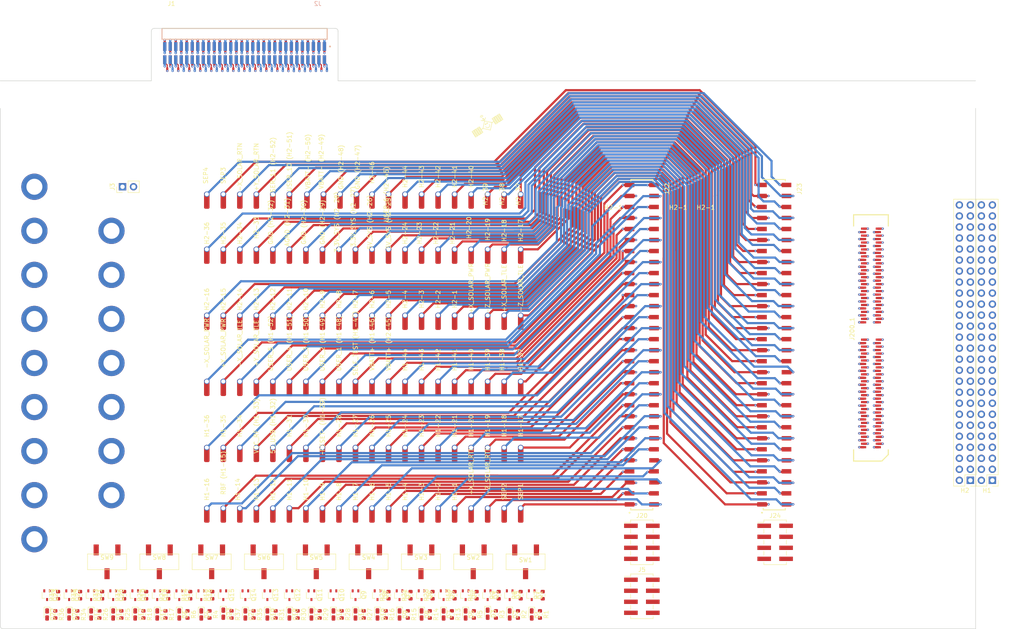
<source format=kicad_pcb>
(kicad_pcb (version 20211014) (generator pcbnew)
  (layers (0 "F.Cu" signal) (1 "In1.Cu" signal) (2 "In2.Cu" signal) (3 "In3.Cu" signal) (4 "In4.Cu" signal) (31 "B.Cu" signal) (34 "B.Paste" user) (35 "F.Paste" user) (36 "B.SilkS" user "B.Silkscreen") (37 "F.SilkS" user "F.Silkscreen") (38 "B.Mask" user) (39 "F.Mask" user) (44 "Edge.Cuts" user))
  (net 0 "")
  (net 1 "/H1-26")
  (net 2 "/H1-25")
  (net 3 "/H2-24")
  (net 4 "/H2-23")
  (net 5 "/H1-24")
  (net 6 "/H1-23")
  (net 7 "/H2-22")
  (net 8 "/H2-21")
  (net 9 "/H1-22")
  (net 10 "/H1-21")
  (net 11 "/H2-20")
  (net 12 "/H2-19")
  (net 13 "/H1-20")
  (net 14 "/H1-19")
  (net 15 "/H2-18")
  (net 16 "/H2-17")
  (net 17 "/H1-18")
  (net 18 "/H1-17")
  (net 19 "/H2-16")
  (net 20 "/H2-15")
  (net 21 "/H1-16")
  (net 22 "/H2-14")
  (net 23 "/H2-13")
  (net 24 "/H1-14")
  (net 25 "/H1-13")
  (net 26 "/H2-12")
  (net 27 "/H2-11")
  (net 28 "/H1-12")
  (net 29 "/H1-11")
  (net 30 "/H2-10")
  (net 31 "/H2-9")
  (net 32 "/H1-10")
  (net 33 "/H1-9")
  (net 34 "/H2-8")
  (net 35 "/H2-7")
  (net 36 "/H1-8")
  (net 37 "/H1-7")
  (net 38 "/H2-6")
  (net 39 "/H2-5")
  (net 40 "/H1-6")
  (net 41 "/H1-5")
  (net 42 "/H2-4")
  (net 43 "/H2-3")
  (net 44 "/H1-4")
  (net 45 "/H1-3")
  (net 46 "/H2-2")
  (net 47 "/H2-1")
  (net 48 "/H1-2")
  (net 49 "/H1-1")
  (net 50 "/+X_SOLAR_PWR")
  (net 51 "/-Z_SOLAR_PWR")
  (net 52 "/+X_SOLAR_RTN")
  (net 53 "/-Z_SOLAR_RTN")
  (net 54 "/+X_SOLAR_TLE")
  (net 55 "/-Z_SOLAR_TLE")
  (net 56 "/SEP2")
  (net 57 "/SEP1")
  (net 58 "/SEP4")
  (net 59 "/SEP3")
  (net 60 "/-X_SOLAR_PWR")
  (net 61 "/+Y_SOLAR_PWR")
  (net 62 "/-X_SOLAR_RTN")
  (net 63 "/+Y_SOLAR_RTN")
  (net 64 "/-X_SOLAR_TLE")
  (net 65 "/+Y_SOLAR_TLE")
  (net 66 "/H2-52")
  (net 67 "/H2-51")
  (net 68 "/H1-52")
  (net 69 "/H1-51")
  (net 70 "/USER_3")
  (net 71 "/USER_2")
  (net 72 "/USER_1")
  (net 73 "/SELF_TEST")
  (net 74 "/H1-46")
  (net 75 "/H1-45")
  (net 76 "/H2-44")
  (net 77 "/H2-43")
  (net 78 "/H1-44")
  (net 79 "/H1-43")
  (net 80 "/H2-42")
  (net 81 "/H2-41")
  (net 82 "/H1-42")
  (net 83 "/H1-41")
  (net 84 "/H2-40")
  (net 85 "/H2-39")
  (net 86 "/H1-40")
  (net 87 "/H1-39")
  (net 88 "/H2-38")
  (net 89 "/H2-37")
  (net 90 "/H1-38")
  (net 91 "/H1-37")
  (net 92 "/H2-36")
  (net 93 "/H2-35")
  (net 94 "/H1-36")
  (net 95 "/H1-35")
  (net 96 "/H2-34")
  (net 97 "/H2-33")
  (net 98 "/H1-34")
  (net 99 "/AGND")
  (net 100 "/5V_USB")
  (net 101 "/H1-31")
  (net 102 "/H1-30")
  (net 103 "/BUS_RESET")
  (net 104 "/H1-28")
  (net 105 "/H1-27")
  (net 106 "/RBF")
  (net 107 "5V_DEBUG")
  (net 108 "Net-(D1-Pad2)")
  (net 109 "Net-(D1-Pad1)")
  (net 110 "Net-(D2-Pad2)")
  (net 111 "Net-(D2-Pad1)")
  (net 112 "Net-(D3-Pad2)")
  (net 113 "Net-(D3-Pad1)")
  (net 114 "Net-(D4-Pad2)")
  (net 115 "Net-(D4-Pad1)")
  (net 116 "Net-(D5-Pad2)")
  (net 117 "Net-(D5-Pad1)")
  (net 118 "Net-(D6-Pad2)")
  (net 119 "Net-(D6-Pad1)")
  (net 120 "Net-(D7-Pad2)")
  (net 121 "Net-(D7-Pad1)")
  (net 122 "Net-(D8-Pad2)")
  (net 123 "Net-(D8-Pad1)")
  (net 124 "Net-(D9-Pad2)")
  (net 125 "Net-(D9-Pad1)")
  (net 126 "Net-(D10-Pad2)")
  (net 127 "Net-(D10-Pad1)")
  (net 128 "Net-(D11-Pad2)")
  (net 129 "Net-(D11-Pad1)")
  (net 130 "Net-(D12-Pad2)")
  (net 131 "Net-(D12-Pad1)")
  (net 132 "Net-(D13-Pad2)")
  (net 133 "Net-(D13-Pad1)")
  (net 134 "Net-(D14-Pad2)")
  (net 135 "Net-(D14-Pad1)")
  (net 136 "Net-(D15-Pad2)")
  (net 137 "Net-(D16-Pad2)")
  (net 138 "Net-(D17-Pad2)")
  (net 139 "Net-(D18-Pad2)")
  (net 140 "Net-(D19-Pad2)")
  (net 141 "Net-(D20-Pad2)")
  (net 142 "Net-(D20-Pad1)")
  (net 143 "Net-(D21-Pad2)")
  (net 144 "Net-(D22-Pad2)")
  (net 145 "Net-(D22-Pad1)")
  (net 146 "Net-(D23-Pad2)")
  (net 147 "5V_SYS")
  (net 148 "VBATT_RET")
  (net 149 "VBATT")
  (net 150 "V_RF")
  (net 151 "3.3V_SYS")
  (net 152 "Net-(Q2-Pad1)")
  (net 153 "/USER_LED_1")
  (net 154 "/USER_LED_2")
  (net 155 "V_PLD")
  (net 156 "/USER_LED_3")
  (net 157 "/USER_LED_4")
  (net 158 "Net-(Q13-Pad2)")
  (net 159 "Net-(Q14-Pad2)")
  (net 160 "Net-(Q15-Pad2)")
  (net 161 "Net-(Q16-Pad2)")
  (net 162 "Net-(Q17-Pad2)")
  (net 163 "/USER_LED_5")
  (net 164 "/USER_LED_6")
  (net 165 "Net-(Q20-Pad2)")
  (net 166 "Net-(Q21-Pad2)")
  (net 167 "/USER_LED_7")
  (net 168 "/USER_LED_8")
  (net 180 "/USER_SW_1")
  (net 181 "/USER_SW_1_RET")
  (net 183 "/USER_SW_2")
  (net 184 "/USER_SW_2_RET")
  (net 186 "/USER_SW_3")
  (net 187 "/USER_SW_3_RET")
  (net 189 "/USER_SW_4")
  (net 190 "/USER_SW_4_RET")
  (net 191 "GND")
  (net 192 "/USER_SW_4_SEND")
  (net 193 "/USER_SW_3_SEND")
  (net 194 "/USER_SW_2_SEND")
  (net 195 "/USER_SW_1_SEND")
  (footprint "backplane-breakout-big:SAMTEC_FTSH-130-04-L-DH" (layer "F.Cu") (at 121.745 51.27)
    (fp_text reference "J1")
    (fp_text value "Breakout Connector")
  )
  (footprint "LED_SMD:LED_0603_1608Metric_Castellated" (layer "F.Cu") (at 187.96 180.721 -90)
    (fp_text reference "D1")
    (fp_text value "GREEN")
  )
  (footprint "LED_SMD:LED_0603_1608Metric_Castellated" (layer "F.Cu") (at 182.88 180.721 -90)
    (fp_text reference "D2")
    (fp_text value "GREEN")
  )
  (footprint "LED_SMD:LED_0603_1608Metric_Castellated" (layer "F.Cu") (at 177.8 180.5435 -90)
    (fp_text reference "D3")
    (fp_text value "GREEN")
  )
  (footprint "LED_SMD:LED_0603_1608Metric_Castellated" (layer "F.Cu") (at 111.76 180.721 -90)
    (fp_text reference "D4")
    (fp_text value "ORANGE")
  )
  (footprint "LED_SMD:LED_0603_1608Metric_Castellated" (layer "F.Cu") (at 172.72 180.721 -90)
    (fp_text reference "D5")
    (fp_text value "GREEN")
  )
  (footprint "LED_SMD:LED_0603_1608Metric_Castellated" (layer "F.Cu") (at 106.68 180.721 -90)
    (fp_text reference "D6")
    (fp_text value "ORANGE")
  )
  (footprint "LED_SMD:LED_0603_1608Metric_Castellated" (layer "F.Cu") (at 167.64 180.721 -90)
    (fp_text reference "D7")
    (fp_text value "GREEN")
  )
  (footprint "LED_SMD:LED_0603_1608Metric_Castellated" (layer "F.Cu") (at 162.56 180.721 -90)
    (fp_text reference "D8")
    (fp_text value "GREEN")
  )
  (footprint "LED_SMD:LED_0603_1608Metric_Castellated" (layer "F.Cu") (at 157.48 180.721 -90)
    (fp_text reference "D9")
    (fp_text value "GREEN")
  )
  (footprint "LED_SMD:LED_0603_1608Metric_Castellated" (layer "F.Cu") (at 152.4 180.721 -90)
    (fp_text reference "D10")
    (fp_text value "GREEN")
  )
  (footprint "LED_SMD:LED_0603_1608Metric_Castellated" (layer "F.Cu") (at 101.6 180.721 -90)
    (fp_text reference "D11")
    (fp_text value "ORANGE")
  )
  (footprint "LED_SMD:LED_0603_1608Metric_Castellated" (layer "F.Cu") (at 96.52 180.721 -90)
    (fp_text reference "D12")
    (fp_text value "ORANGE")
  )
  (footprint "LED_SMD:LED_0603_1608Metric_Castellated" (layer "F.Cu") (at 91.44 180.721 -90)
    (fp_text reference "D13")
    (fp_text value "BLUE")
  )
  (footprint "LED_SMD:LED_0603_1608Metric_Castellated" (layer "F.Cu") (at 86.36 180.721 -90)
    (fp_text reference "D14")
    (fp_text value "BLUE")
  )
  (footprint "LED_SMD:LED_0603_1608Metric_Castellated" (layer "F.Cu") (at 147.32 180.721 -90)
    (fp_text reference "D15")
    (fp_text value "RED")
  )
  (footprint "LED_SMD:LED_0603_1608Metric_Castellated" (layer "F.Cu") (at 142.24 180.721 -90)
    (fp_text reference "D16")
    (fp_text value "RED")
  )
  (footprint "LED_SMD:LED_0603_1608Metric_Castellated" (layer "F.Cu") (at 137.16 180.721 -90)
    (fp_text reference "D17")
    (fp_text value "RED")
  )
  (footprint "LED_SMD:LED_0603_1608Metric_Castellated" (layer "F.Cu") (at 132.08 180.721 -90)
    (fp_text reference "D18")
    (fp_text value "RED")
  )
  (footprint "LED_SMD:LED_0603_1608Metric_Castellated" (layer "F.Cu") (at 127 180.721 -90)
    (fp_text reference "D19")
    (fp_text value "RED")
  )
  (footprint "LED_SMD:LED_0603_1608Metric_Castellated" (layer "F.Cu") (at 81.28 180.721 -90)
    (fp_text reference "D20")
    (fp_text value "BLUE")
  )
  (footprint "LED_SMD:LED_0603_1608Metric_Castellated" (layer "F.Cu") (at 121.92 180.721 -90)
    (fp_text reference "D21")
    (fp_text value "RED")
  )
  (footprint "LED_SMD:LED_0603_1608Metric_Castellated" (layer "F.Cu") (at 76.2 180.721 -90)
    (fp_text reference "D22")
    (fp_text value "BLUE")
  )
  (footprint "LED_SMD:LED_0603_1608Metric_Castellated" (layer "F.Cu") (at 116.84 180.5435 -90)
    (fp_text reference "D23")
    (fp_text value "RED")
  )
  (footprint "backplane-breakout-big:Keystone_476" (layer "F.Cu") (at 73.273524 92.25 90)
    (fp_text reference "J4")
    (fp_text value "PACK+")
  )
  (footprint "backplane-breakout-big:Keystone_476" (layer "F.Cu") (at 91.053524 92.25 -90)
    (fp_text reference "J6")
    (fp_text value "PACK-")
  )
  (footprint "backplane-breakout-big:Keystone_476" (layer "F.Cu") (at 73.273524 112.57 90)
    (fp_text reference "J7")
    (fp_text value "+X_SOLAR_PWR")
  )
  (footprint "backplane-breakout-big:Keystone_476" (layer "F.Cu") (at 91.053524 112.57 -90)
    (fp_text reference "J8")
    (fp_text value "+X_SOLAR_RTN")
  )
  (footprint "backplane-breakout-big:Keystone_476" (layer "F.Cu") (at 73.273524 132.89 90)
    (fp_text reference "J9")
    (fp_text value "-Z_SOLAR_PWR")
  )
  (footprint "backplane-breakout-big:Keystone_476" (layer "F.Cu") (at 91.053524 132.89)
    (fp_text reference "J10")
    (fp_text value "-Z_SOLAR_RTN")
  )
  (footprint "backplane-breakout-big:Keystone_476" (layer "F.Cu") (at 73.273524 102.41 90)
    (fp_text reference "J11")
    (fp_text value "+Y_SOLAR_PWR")
  )
  (footprint "backplane-breakout-big:Keystone_476" (layer "F.Cu") (at 91.053524 122.73 -90)
    (fp_text reference "J12")
    (fp_text value "+Y_SOLAR_RTN")
  )
  (footprint "backplane-breakout-big:Keystone_476" (layer "F.Cu") (at 73.273524 122.73 90)
    (fp_text reference "J13")
    (fp_text value "-X_SOLAR_PWR")
  )
  (footprint "backplane-breakout-big:Keystone_476" (layer "F.Cu") (at 91.053524 102.41 -90)
    (fp_text reference "J14")
    (fp_text value "-X_SOLAR_RTN")
  )
  (footprint "backplane-breakout-big:Keystone_476" (layer "F.Cu") (at 73.273524 163.37)
    (fp_text reference "J15")
    (fp_text value "3.3V_SYS")
  )
  (footprint "backplane-breakout-big:Keystone_476" (layer "F.Cu") (at 73.273524 153.21)
    (fp_text reference "J16")
    (fp_text value "+5V_SYS")
  )
  (footprint "backplane-breakout-big:Keystone_476" (layer "F.Cu") (at 73.273524 143.05)
    (fp_text reference "J17")
    (fp_text value "VCC_RF")
  )
  (footprint "backplane-breakout-big:Keystone_476" (layer "F.Cu") (at 73.273524 82.09)
    (fp_text reference "J18")
    (fp_text value "5V_DEBUG")
  )
  (footprint "backplane-breakout-big:Keystone_476" (layer "F.Cu") (at 91.053524 143.05)
    (fp_text reference "J19")
    (fp_text value "GND")
  )
  (footprint "backplane-breakout-big:Keystone_476" (layer "F.Cu") (at 91.053524 153.21)
    (fp_text reference "J21")
    (fp_text value "AGND")
  )
  (footprint "backplane-breakout-big:SAMTEC_SSM-130-L-DV" (layer "F.Cu") (at 213.345 118.504 -90)
    (fp_text reference "J22")
    (fp_text value "SSM-130-L-DV")
  )
  (footprint "backplane-breakout-big:SAMTEC_SSM-130-L-DV" (layer "F.Cu") (at 243.891 118.504 -90)
    (fp_text reference "J23")
    (fp_text value "SSM-130-L-DV")
  )
  (footprint "backplane-breakout-big:HSEC8-160-01-S-DV-A-K-TR" (layer "F.Cu") (at 266.192 115.35 90)
    (fp_text reference "J200_1")
    (fp_text value "HSEC8-160-01-S-DV-A-K-TR")
  )
  (footprint "Package_TO_SOT_SMD:SOT-323_SC-70" (layer "F.Cu") (at 187.96 176.276 -90)
    (fp_text reference "Q1")
    (fp_text value "DMG1012UW-7")
  )
  (footprint "Package_TO_SOT_SMD:SOT-323_SC-70" (layer "F.Cu") (at 182.88 176.276 -90)
    (fp_text reference "Q2")
    (fp_text value "DMG1012UW-7")
  )
  (footprint "Package_TO_SOT_SMD:SOT-323_SC-70" (layer "F.Cu") (at 177.8 176.276 -90)
    (fp_text reference "Q3")
    (fp_text value "DMG1012UW-7")
  )
  (footprint "Package_TO_SOT_SMD:SOT-323_SC-70" (layer "F.Cu") (at 172.72 176.276 -90)
    (fp_text reference "Q4")
    (fp_text value "DMG1012UW-7")
  )
  (footprint "Package_TO_SOT_SMD:SOT-323_SC-70" (layer "F.Cu") (at 167.64 176.276 -90)
    (fp_text reference "Q5")
    (fp_text value "DMG1012UW-7")
  )
  (footprint "Package_TO_SOT_SMD:SOT-323_SC-70" (layer "F.Cu") (at 162.56 176.276 -90)
    (fp_text reference "Q6")
    (fp_text value "DMG1012UW-7")
  )
  (footprint "Package_TO_SOT_SMD:SOT-323_SC-70" (layer "F.Cu") (at 157.48 176.276 -90)
    (fp_text reference "Q7")
    (fp_text value "DMG1012UW-7")
  )
  (footprint "Package_TO_SOT_SMD:SOT-323_SC-70" (layer "F.Cu") (at 152.4 176.276 -90)
    (fp_text reference "Q8")
    (fp_text value "DMG1012UW-7")
  )
  (footprint "Package_TO_SOT_SMD:SOT-323_SC-70" (layer "F.Cu") (at 147.32 176.276 -90)
    (fp_text reference "Q9")
    (fp_text value "DMG1012UW-7")
  )
  (footprint "Package_TO_SOT_SMD:SOT-323_SC-70" (layer "F.Cu") (at 142.24 176.276 -90)
    (fp_text reference "Q10")
    (fp_text value "DMG1012UW-7")
  )
  (footprint "Package_TO_SOT_SMD:SOT-323_SC-70" (layer "F.Cu") (at 137.16 176.276 -90)
    (fp_text reference "Q11")
    (fp_text value "DMG1012UW-7")
  )
  (footprint "Package_TO_SOT_SMD:SOT-323_SC-70" (layer "F.Cu") (at 132.08 176.276 -90)
    (fp_text reference "Q12")
    (fp_text value "DMG1012UW-7")
  )
  (footprint "Package_TO_SOT_SMD:SOT-323_SC-70" (layer "F.Cu") (at 127 176.276 -90)
    (fp_text reference "Q13")
    (fp_text value "BSS84W-7-F")
  )
  (footprint "Package_TO_SOT_SMD:SOT-323_SC-70" (layer "F.Cu") (at 121.92 176.276 -90)
    (fp_text reference "Q14")
    (fp_text value "BSS84W-7-F")
  )
  (footprint "Package_TO_SOT_SMD:SOT-323_SC-70" (layer "F.Cu") (at 116.84 176.276 -90)
    (fp_text reference "Q15")
    (fp_text value "BSS84W-7-F")
  )
  (footprint "Package_TO_SOT_SMD:SOT-323_SC-70" (layer "F.Cu") (at 111.76 176.276 -90)
    (fp_text reference "Q16")
    (fp_text value "BSS84W-7-F")
  )
  (footprint "Package_TO_SOT_SMD:SOT-323_SC-70" (layer "F.Cu") (at 106.68 176.276 -90)
    (fp_text reference "Q17")
    (fp_text value "BSS84W-7-F")
  )
  (footprint "Package_TO_SOT_SMD:SOT-323_SC-70" (layer "F.Cu") (at 101.6 176.276 -90)
    (fp_text reference "Q18")
    (fp_text value "DMG1012UW-7")
  )
  (footprint "Package_TO_SOT_SMD:SOT-323_SC-70" (layer "F.Cu") (at 96.52 176.276 -90)
    (fp_text reference "Q19")
    (fp_text value "DMG1012UW-7")
  )
  (footprint "Package_TO_SOT_SMD:SOT-323_SC-70" (layer "F.Cu") (at 91.44 176.276 -90)
    (fp_text reference "Q20")
    (fp_text value "BSS84W-7-F")
  )
  (footprint "Package_TO_SOT_SMD:SOT-323_SC-70" (layer "F.Cu") (at 86.36 176.276 -90)
    (fp_text reference "Q21")
    (fp_text value "BSS84W-7-F")
  )
  (footprint "Package_TO_SOT_SMD:SOT-323_SC-70" (layer "F.Cu") (at 81.28 176.276 -90)
    (fp_text reference "Q22")
    (fp_text value "DMG1012UW-7")
  )
  (footprint "Package_TO_SOT_SMD:SOT-323_SC-70" (layer "F.Cu") (at 76.2 176.276 -90)
    (fp_text reference "Q23")
    (fp_text value "DMG1012UW-7")
  )
  (footprint "backplane-breakout-big:Keystone_5027" (layer "F.Cu") (at 185.42 156.21 90)
    (fp_text reference "TP1")
    (fp_text value "SEP1")
  )
  (footprint "backplane-breakout-big:Keystone_5027" (layer "F.Cu") (at 181.61 156.21 90)
    (fp_text reference "TP2")
    (fp_text value "SEP2")
  )
  (footprint "backplane-breakout-big:Keystone_5027" (layer "F.Cu") (at 185.42 111.754524 90)
    (fp_text reference "TP3")
    (fp_text value "-Z_SOLAR_TLE")
  )
  (footprint "backplane-breakout-big:Keystone_5027" (layer "F.Cu") (at 181.61 111.754524 90)
    (fp_text reference "TP4")
    (fp_text value "+X_SOLAR_TLE")
  )
  (footprint "backplane-breakout-big:Keystone_5027" (layer "F.Cu") (at 177.8 156.21 90)
    (fp_text reference "TP5")
    (fp_text value "-Z_SOLAR_RTN")
  )
  (footprint "backplane-breakout-big:Keystone_5027" (layer "F.Cu") (at 173.99 156.21 90)
    (fp_text reference "TP6")
    (fp_text value "+X_SOLAR_RTN")
  )
  (footprint "backplane-breakout-big:Keystone_5027" (layer "F.Cu") (at 177.8 111.754524 90)
    (fp_text reference "TP7")
    (fp_text value "-Z_SOLAR_PWR")
  )
  (footprint "backplane-breakout-big:Keystone_5027" (layer "F.Cu") (at 173.99 111.754524 90)
    (fp_text reference "TP8")
    (fp_text value "+X_SOLAR_PWR")
  )
  (footprint "backplane-breakout-big:Keystone_5027" (layer "F.Cu") (at 170.18 156.21 90)
    (fp_text reference "TP9")
    (fp_text value "H1-1")
  )
  (footprint "backplane-breakout-big:Keystone_5027" (layer "F.Cu") (at 166.37 156.21 90)
    (fp_text reference "TP10")
    (fp_text value "H1-2")
  )
  (footprint "backplane-breakout-big:Keystone_5027" (layer "F.Cu") (at 170.18 111.754524 90)
    (fp_text reference "TP11")
    (fp_text value "H2-1")
  )
  (footprint "backplane-breakout-big:Keystone_5027" (layer "F.Cu") (at 166.37 111.754524 90)
    (fp_text reference "TP12")
    (fp_text value "H2-2")
  )
  (footprint "backplane-breakout-big:Keystone_5027" (layer "F.Cu") (at 162.56 156.21 90)
    (fp_text reference "TP13")
    (fp_text value "H1-3")
  )
  (footprint "backplane-breakout-big:Keystone_5027" (layer "F.Cu") (at 158.75 156.21 90)
    (fp_text reference "TP14")
    (fp_text value "H1-4")
  )
  (footprint "backplane-breakout-big:Keystone_5027" (layer "F.Cu") (at 162.56 111.754524 90)
    (fp_text reference "TP15")
    (fp_text value "H2-3")
  )
  (footprint "backplane-breakout-big:Keystone_5027" (layer "F.Cu") (at 158.75 111.754524 90)
    (fp_text reference "TP16")
    (fp_text value "H2-4")
  )
  (footprint "backplane-breakout-big:Keystone_5027" (layer "F.Cu") (at 154.94 156.21 90)
    (fp_text reference "TP17")
    (fp_text value "H1-5")
  )
  (footprint "backplane-breakout-big:Keystone_5027" (layer "F.Cu") (at 151.13 156.21 90)
    (fp_text reference "TP18")
    (fp_text value "H1-6")
  )
  (footprint "backplane-breakout-big:Keystone_5027" (layer "F.Cu") (at 154.94 111.754524 90)
    (fp_text reference "TP19")
    (fp_text value "H2-5")
  )
  (footprint "backplane-breakout-big:Keystone_5027" (layer "F.Cu") (at 151.13 111.754524 90)
    (fp_text reference "TP20")
    (fp_text value "H2-6")
  )
  (footprint "backplane-breakout-big:Keystone_5027" (layer "F.Cu") (at 147.32 156.21 90)
    (fp_text reference "TP21")
    (fp_text value "H1-7")
  )
  (footprint "backplane-breakout-big:Keystone_5027" (layer "F.Cu") (at 143.51 156.21 90)
    (fp_text reference "TP22")
    (fp_text value "H1-8")
  )
  (footprint "backplane-breakout-big:Keystone_5027" (layer "F.Cu") (at 147.32 111.754524 90)
    (fp_text reference "TP23")
    (fp_text value "H2-7")
  )
  (footprint "backplane-breakout-big:Keystone_5027" (layer "F.Cu") (at 143.51 111.754524 90)
    (fp_text reference "TP24")
    (fp_text value "H2-8")
  )
  (footprint "backplane-breakout-big:Keystone_5027" (layer "F.Cu") (at 139.7 156.21 90)
    (fp_text reference "TP25")
    (fp_text value "H1-9")
  )
  (footprint "backplane-breakout-big:Keystone_5027" (layer "F.Cu") (at 135.89 156.21 90)
    (fp_text reference "TP26")
    (fp_text value "H1-10")
  )
  (footprint "backplane-breakout-big:Keystone_5027" (layer "F.Cu") (at 139.7 111.754524 90)
    (fp_text reference "TP27")
    (fp_text value "H2-9")
  )
  (footprint "backplane-breakout-big:Keystone_5027" (layer "F.Cu") (at 135.89 111.754524 90)
    (fp_text reference "TP28")
    (fp_text value "H2-10")
  )
  (footprint "backplane-breakout-big:Keystone_5027" (layer "F.Cu") (at 132.08 156.21 90)
    (fp_text reference "TP29")
    (fp_text value "H1-11")
  )
  (footprint "backplane-breakout-big:Keystone_5027" (layer "F.Cu") (at 128.27 156.21 90)
    (fp_text reference "TP30")
    (fp_text value "H1-12")
  )
  (footprint "backplane-breakout-big:Keystone_5027" (layer "F.Cu") (at 132.08 111.754524 90)
    (fp_text reference "TP31")
    (fp_text value "H2-11")
  )
  (footprint "backplane-breakout-big:Keystone_5027" (layer "F.Cu") (at 128.27 111.754524 90)
    (fp_text reference "TP32")
    (fp_text value "H2-12")
  )
  (footprint "backplane-breakout-big:Keystone_5027" (layer "F.Cu") (at 124.46 156.21 90)
    (fp_text reference "TP33")
    (fp_text value "H1-13")
  )
  (footprint "backplane-breakout-big:Keystone_5027" (layer "F.Cu") (at 120.65 156.21 90)
    (fp_text reference "TP34")
    (fp_text value "H1-14")
  )
  (footprint "backplane-breakout-big:Keystone_5027" (layer "F.Cu") (at 124.46 111.754524 90)
    (fp_text reference "TP35")
    (fp_text value "H2-13")
  )
  (footprint "backplane-breakout-big:Keystone_5027" (layer "F.Cu") (at 120.65 111.754524 90)
    (fp_text reference "TP36")
    (fp_text value "H2-14")
  )
  (footprint "backplane-breakout-big:Keystone_5027" (layer "F.Cu") (at 116.84 156.21 90)
    (fp_text reference "TP37")
    (fp_text value "RBF (H1-15)")
  )
  (footprint "backplane-breakout-big:Keystone_5027" (layer "F.Cu") (at 113.03 156.204524 90)
    (fp_text reference "TP38")
    (fp_text value "H1-16")
  )
  (footprint "backplane-breakout-big:Keystone_5027" (layer "F.Cu") (at 116.84 111.754524 90)
    (fp_text reference "TP39")
    (fp_text value "H2-15")
  )
  (footprint "backplane-breakout-big:Keystone_5027" (layer "F.Cu") (at 113.03 111.754524 90)
    (fp_text reference "TP40")
    (fp_text value "H2-16")
  )
  (footprint "backplane-breakout-big:Keystone_5027" (layer "F.Cu") (at 185.42 142.234524 90)
    (fp_text reference "TP41")
    (fp_text value "H1-17")
  )
  (footprint "backplane-breakout-big:Keystone_5027" (layer "F.Cu") (at 181.61 142.234524 90)
    (fp_text reference "TP42")
    (fp_text value "H1-18")
  )
  (footprint "backplane-breakout-big:Keystone_5027" (layer "F.Cu") (at 185.42 96.514524 90)
    (fp_text reference "TP43")
    (fp_text value "H2-17")
  )
  (footprint "backplane-breakout-big:Keystone_5027" (layer "F.Cu") (at 181.61 96.514524 90)
    (fp_text reference "TP44")
    (fp_text value "H2-18")
  )
  (footprint "backplane-breakout-big:Keystone_5027" (layer "F.Cu") (at 177.8 142.234524 90)
    (fp_text reference "TP45")
    (fp_text value "H1-19")
  )
  (footprint "backplane-breakout-big:Keystone_5027" (layer "F.Cu") (at 173.99 142.234524 90)
    (fp_text reference "TP46")
    (fp_text value "H1-20")
  )
  (footprint "backplane-breakout-big:Keystone_5027" (layer "F.Cu") (at 177.8 96.514524 90)
    (fp_text reference "TP47")
    (fp_text value "H2-19")
  )
  (footprint "backplane-breakout-big:Keystone_5027" (layer "F.Cu") (at 173.99 96.514524 90)
    (fp_text reference "TP48")
    (fp_text value "H2-20")
  )
  (footprint "backplane-breakout-big:Keystone_5027" (layer "F.Cu") (at 170.18 142.234524 90)
    (fp_text reference "TP49")
    (fp_text value "H1-21")
  )
  (footprint "backplane-breakout-big:Keystone_5027" (layer "F.Cu") (at 166.37 142.234524 90)
    (fp_text reference "TP50")
    (fp_text value "H1-22")
  )
  (footprint "backplane-breakout-big:Keystone_5027" (layer "F.Cu") (at 170.18 96.514524 90)
    (fp_text reference "TP51")
    (fp_text value "H2-21")
  )
  (footprint "backplane-breakout-big:Keystone_5027" (layer "F.Cu") (at 166.37 96.514524 90)
    (fp_text reference "TP52")
    (fp_text value "H2-22")
  )
  (footprint "backplane-breakout-big:Keystone_5027" (layer "F.Cu") (at 162.56 142.234524 90)
    (fp_text reference "TP53")
    (fp_text value "H1-23")
  )
  (footprint "backplane-breakout-big:Keystone_5027" (layer "F.Cu") (at 158.75 142.234524 90)
    (fp_text reference "TP54")
    (fp_text value "H1-24")
  )
  (footprint "backplane-breakout-big:Keystone_5027" (layer "F.Cu") (at 162.56 96.514524 90)
    (fp_text reference "TP55")
    (fp_text value "H2-23")
  )
  (footprint "backplane-breakout-big:Keystone_5027" (layer "F.Cu") (at 158.75 96.514524 90)
    (fp_text reference "TP56")
    (fp_text value "H2-24")
  )
  (footprint "backplane-breakout-big:Keystone_5027" (layer "F.Cu") (at 154.94 142.234524 90)
    (fp_text reference "TP57")
    (fp_text value "H1-25")
  )
  (footprint "backplane-breakout-big:Keystone_5027" (layer "F.Cu") (at 151.13 142.234524 90)
    (fp_text reference "TP58")
    (fp_text value "H1-26")
  )
  (footprint "backplane-breakout-big:Keystone_5027" (layer "F.Cu") (at 154.94 96.514524 90)
    (fp_text reference "TP59")
    (fp_text value "5V_SYS (H2-25)")
  )
  (footprint "backplane-breakout-big:Keystone_5027" (layer "F.Cu") (at 151.13 96.514524 90)
    (fp_text reference "TP60")
    (fp_text value "5V_SYS (H2-26)")
  )
  (footprint "backplane-breakout-big:Keystone_5027" (layer "F.Cu") (at 147.32 142.234524 90)
    (fp_text reference "TP61")
    (fp_text value "H1-27")
  )
  (footprint "backplane-breakout-big:Keystone_5027" (layer "F.Cu") (at 143.51 142.234524 90)
    (fp_text reference "TP62")
    (fp_text value "H1-28")
  )
  (footprint "backplane-breakout-big:Keystone_5027" (layer "F.Cu") (at 147.32 96.514524 90)
    (fp_text reference "TP63")
    (fp_text value "3.3V_SYS (H2-27)")
  )
  (footprint "backplane-breakout-big:Keystone_5027" (layer "F.Cu") (at 143.51 96.514524 90)
    (fp_text reference "TP64")
    (fp_text value "3.3V_SYS (H2-28)")
  )
  (footprint "backplane-breakout-big:Keystone_5027" (layer "F.Cu") (at 139.7 142.234524 90)
    (fp_text reference "TP65")
    (fp_text value "~RESET~ (H1-29)")
  )
  (footprint "backplane-breakout-big:Keystone_5027" (layer "F.Cu") (at 135.89 142.234524 90)
    (fp_text reference "TP66")
    (fp_text value "H1-30")
  )
  (footprint "backplane-breakout-big:Keystone_5027" (layer "F.Cu") (at 139.7 96.514524 90)
    (fp_text reference "TP67")
    (fp_text value "GND (H2-29)")
  )
  (footprint "backplane-breakout-big:Keystone_5027" (layer "F.Cu") (at 135.89 96.514524 90)
    (fp_text reference "TP68")
    (fp_text value "GND (H2-30)")
  )
  (footprint "backplane-breakout-big:Keystone_5027" (layer "F.Cu") (at 132.08 142.234524 90)
    (fp_text reference "TP69")
    (fp_text value "H1-31")
  )
  (footprint "backplane-breakout-big:Keystone_5027" (layer "F.Cu") (at 128.27 142.234524 90)
    (fp_text reference "TP70")
    (fp_text value "5V_USB (H1-32)")
  )
  (footprint "backplane-breakout-big:Keystone_5027" (layer "F.Cu") (at 132.08 96.514524 90)
    (fp_text reference "TP71")
    (fp_text value "AGND (H2-31)")
  )
  (footprint "backplane-breakout-big:Keystone_5027" (layer "F.Cu") (at 128.27 96.514524 90)
    (fp_text reference "TP72")
    (fp_text value "GND (H2-32)")
  )
  (footprint "backplane-breakout-big:Keystone_5027" (layer "F.Cu") (at 124.46 142.234524 90)
    (fp_text reference "TP73")
    (fp_text value "VCC_RF (H1-33)")
  )
  (footprint "backplane-breakout-big:Keystone_5027" (layer "F.Cu") (at 120.65 142.234524 90)
    (fp_text reference "TP74")
    (fp_text value "H1-34")
  )
  (footprint "backplane-breakout-big:Keystone_5027" (layer "F.Cu") (at 124.46 96.514524 90)
    (fp_text reference "TP75")
    (fp_text value "H2-33")
  )
  (footprint "backplane-breakout-big:Keystone_5027" (layer "F.Cu") (at 120.65 96.514524 90)
    (fp_text reference "TP76")
    (fp_text value "H2-34")
  )
  (footprint "backplane-breakout-big:Keystone_5027" (layer "F.Cu") (at 116.84 142.234524 90)
    (fp_text reference "TP77")
    (fp_text value "H1-35")
  )
  (footprint "backplane-breakout-big:Keystone_5027" (layer "F.Cu") (at 113.03 142.234524 90)
    (fp_text reference "TP78")
    (fp_text value "H1-36")
  )
  (footprint "backplane-breakout-big:Keystone_5027" (layer "F.Cu") (at 116.84 96.514524 90)
    (fp_text reference "TP79")
    (fp_text value "H2-35")
  )
  (footprint "backplane-breakout-big:Keystone_5027" (layer "F.Cu") (at 113.03 96.514524 90)
    (fp_text reference "TP80")
    (fp_text value "H2-36")
  )
  (footprint "backplane-breakout-big:Keystone_5027" (layer "F.Cu") (at 185.42 126.994524 90)
    (fp_text reference "TP81")
    (fp_text value "H1-37")
  )
  (footprint "backplane-breakout-big:Keystone_5027" (layer "F.Cu") (at 181.61 126.994524 90)
    (fp_text reference "TP82")
    (fp_text value "H1-38")
  )
  (footprint "backplane-breakout-big:Keystone_5027" (layer "F.Cu") (at 185.42 83.814524 90)
    (fp_text reference "TP83")
    (fp_text value "H2-37")
  )
  (footprint "backplane-breakout-big:Keystone_5027" (layer "F.Cu") (at 181.61 83.814524 90)
    (fp_text reference "TP84")
    (fp_text value "H2-38")
  )
  (footprint "backplane-breakout-big:Keystone_5027" (layer "F.Cu") (at 177.8 126.994524 90)
    (fp_text reference "TP85")
    (fp_text value "H1-39")
  )
  (footprint "backplane-breakout-big:Keystone_5027" (layer "F.Cu") (at 173.99 126.994524 90)
    (fp_text reference "TP86")
    (fp_text value "H1-40")
  )
  (footprint "backplane-breakout-big:Keystone_5027" (layer "F.Cu") (at 177.8 83.814524 90)
    (fp_text reference "TP87")
    (fp_text value "H2-39")
  )
  (footprint "backplane-breakout-big:Keystone_5027" (layer "F.Cu") (at 173.99 83.814524 90)
    (fp_text reference "TP88")
    (fp_text value "H2-40")
  )
  (footprint "backplane-breakout-big:Keystone_5027" (layer "F.Cu") (at 170.18 126.994524 90)
    (fp_text reference "TP89")
    (fp_text value "H1-41")
  )
  (footprint "backplane-breakout-big:Keystone_5027" (layer "F.Cu") (at 166.37 126.994524 90)
    (fp_text reference "TP90")
    (fp_text value "H1-42")
  )
  (footprint "backplane-breakout-big:Keystone_5027" (layer "F.Cu") (at 170.18 83.814524 90)
    (fp_text reference "TP91")
    (fp_text value "H2-41")
  )
  (footprint "backplane-breakout-big:Keystone_5027" (layer "F.Cu") (at 166.37 83.814524 90)
    (fp_text reference "TP92")
    (fp_text value "H2-42")
  )
  (footprint "backplane-breakout-big:Keystone_5027" (layer "F.Cu") (at 162.56 126.994524 90)
    (fp_text reference "TP93")
    (fp_text value "H1-43")
  )
  (footprint "backplane-breakout-big:Keystone_5027" (layer "F.Cu") (at 158.75 126.994524 90)
    (fp_text reference "TP94")
    (fp_text value "H1-44")
  )
  (footprint "backplane-breakout-big:Keystone_5027" (layer "F.Cu") (at 162.56 83.814524 90)
    (fp_text reference "TP95")
    (fp_text value "H2-43")
  )
  (footprint "backplane-breakout-big:Keystone_5027" (layer "F.Cu") (at 158.75 83.814524 90)
    (fp_text reference "TP96")
    (fp_text value "H2-44")
  )
  (footprint "backplane-breakout-big:Keystone_5027" (layer "F.Cu") (at 154.94 126.994524 90)
    (fp_text reference "TP97")
    (fp_text value "VBATT+ (H2-45)")
  )
  (footprint "backplane-breakout-big:Keystone_5027" (layer "F.Cu") (at 151.13 126.994524 90)
    (fp_text reference "TP98")
    (fp_text value "VBATT+ (H1-46)")
  )
  (footprint "backplane-breakout-big:Keystone_5027" (layer "F.Cu") (at 154.94 83.814524 90)
    (fp_text reference "TP99")
    (fp_text value "USER_6 (H2-45)")
  )
  (footprint "backplane-breakout-big:Keystone_5027" (layer "F.Cu") (at 151.13 83.814524 90)
    (fp_text reference "TP100")
    (fp_text value "H2-46")
  )
  (footprint "backplane-breakout-big:Keystone_5027" (layer "F.Cu") (at 147.32 126.994524 90)
    (fp_text reference "TP101")
    (fp_text value "SELF_TEST (H1-47)")
  )
  (footprint "backplane-breakout-big:Keystone_5027" (layer "F.Cu") (at 143.51 126.994524 90)
    (fp_text reference "TP102")
    (fp_text value "USER_1 (H1-48)")
  )
  (footprint "backplane-breakout-big:Keystone_5027" (layer "F.Cu") (at 147.555 83.814524 90)
    (fp_text reference "TP103")
    (fp_text value "GND (H2-47)")
  )
  (footprint "backplane-breakout-big:Keystone_5027" (layer "F.Cu") (at 143.745 83.814524 90)
    (fp_text reference "TP104")
    (fp_text value "GND (H2-48)")
  )
  (footprint "backplane-breakout-big:Keystone_5027" (layer "F.Cu") (at 139.7 126.994524 90)
    (fp_text reference "TP105")
    (fp_text value "USER_2 (H1-49)")
  )
  (footprint "backplane-breakout-big:Keystone_5027" (layer "F.Cu") (at 135.89 126.994524 90)
    (fp_text reference "TP106")
    (fp_text value "USER_3 (H1-50)")
  )
  (footprint "backplane-breakout-big:Keystone_5027" (layer "F.Cu") (at 139.935 83.814524 90)
    (fp_text reference "TP107")
    (fp_text value "VBATT- (H2-49)")
  )
  (footprint "backplane-breakout-big:Keystone_5027" (layer "F.Cu") (at 136.125 83.814524 90)
    (fp_text reference "TP108")
    (fp_text value "VBATT- (H2-50)")
  )
  (footprint "backplane-breakout-big:Keystone_5027" (layer "F.Cu") (at 132.08 126.994524 90)
    (fp_text reference "TP109")
    (fp_text value "USER_4 (H1-51)")
  )
  (footprint "backplane-breakout-big:Keystone_5027" (layer "F.Cu") (at 128.27 126.994524 90)
    (fp_text reference "TP110")
    (fp_text value "USER_5 (H1-52)")
  )
  (footprint "backplane-breakout-big:Keystone_5027" (layer "F.Cu") (at 132.08 83.814524 90)
    (fp_text reference "TP111")
    (fp_text value "USER_10 (H2-51)")
  )
  (footprint "backplane-breakout-big:Keystone_5027" (layer "F.Cu") (at 128.27 83.814524 90)
    (fp_text reference "TP112")
    (fp_text value "USER_11 (H2-52)")
  )
  (footprint "backplane-breakout-big:Keystone_5027" (layer "F.Cu") (at 124.46 126.994524 90)
    (fp_text reference "TP113")
    (fp_text value "+Y_SOLAR_TLE")
  )
  (footprint "backplane-breakout-big:Keystone_5027" (layer "F.Cu") (at 120.65 126.994524 90)
    (fp_text reference "TP114")
    (fp_text value "-X_SOLAR_TLE")
  )
  (footprint "backplane-breakout-big:Keystone_5027" (layer "F.Cu") (at 124.46 83.814524 90)
    (fp_text reference "TP115")
    (fp_text value "+Y_SOLAR_RTN")
  )
  (footprint "backplane-breakout-big:Keystone_5027" (layer "F.Cu") (at 120.65 83.814524 90)
    (fp_text reference "TP116")
    (fp_text value "-X_SOLAR_RTN")
  )
  (footprint "backplane-breakout-big:Keystone_5027" (layer "F.Cu") (at 116.84 126.994524 90)
    (fp_text reference "TP117")
    (fp_text value "+Y_SOLAR_PWR")
  )
  (footprint "backplane-breakout-big:Keystone_5027" (layer "F.Cu") (at 113.03 126.994524 90)
    (fp_text reference "TP118")
    (fp_text value "-X_SOLAR_PWR")
  )
  (footprint "backplane-breakout-big:Keystone_5027" (layer "F.Cu") (at 116.84 83.814524 90)
    (fp_text reference "TP119")
    (fp_text value "SEP3")
  )
  (footprint "backplane-breakout-big:Keystone_5027" (layer "F.Cu") (at 113.03 83.814524 90)
    (fp_text reference "TP120")
    (fp_text value "SEP4")
  )
  (footprint "Connector_PinHeader_2.54mm:PinHeader_1x02_P2.54mm_Vertical" (layer "F.Cu") (at 93.593524 82.09 90)
    (fp_text reference "J3")
    (fp_text value "DEBUG POWER SEND JUMPER")
  )
  (footprint "Connector_PinHeader_2.54mm:PinHeader_2x04_P2.54mm_Vertical_SMD" (layer "F.Cu") (at 213.36 176.53)
    (fp_text reference "J5")
    (fp_text value "Conn_01x08")
  )
  (footprint "Connector_PinHeader_2.54mm:PinHeader_2x04_P2.54mm_Vertical_SMD" (layer "F.Cu") (at 213.36 164.084)
    (fp_text reference "J20")
    (fp_text value "Conn_02x04_Odd_Even")
  )
  (footprint "Connector_PinHeader_2.54mm:PinHeader_2x04_P2.54mm_Vertical_SMD" (layer "F.Cu") (at 244.094 164.084)
    (fp_text reference "J24")
    (fp_text value "GND")
  )
  (footprint "Resistor_SMD:R_0603_1608Metric" (layer "F.Cu") (at 189.865 180.721 -90)
    (fp_text reference "R1")
    (fp_text value "1k")
  )
  (footprint "Resistor_SMD:R_0603_1608Metric" (layer "F.Cu") (at 184.785 180.721 -90)
    (fp_text reference "R2")
    (fp_text value "1k")
  )
  (footprint "Resistor_SMD:R_0603_1608Metric" (layer "F.Cu") (at 179.705 180.721 -90)
    (fp_text reference "R3")
    (fp_text value "1k")
  )
  (footprint "Resistor_SMD:R_0603_1608Metric" (layer "F.Cu") (at 113.665 180.721 -90)
    (fp_text reference "R4")
    (fp_text value "1k")
  )
  (footprint "Resistor_SMD:R_0603_1608Metric" (layer "F.Cu") (at 174.625 180.721 -90)
    (fp_text reference "R5")
    (fp_text value "1k")
  )
  (footprint "Resistor_SMD:R_0603_1608Metric" (layer "F.Cu") (at 108.585 180.721 -90)
    (fp_text reference "R6")
    (fp_text value "1k")
  )
  (footprint "Resistor_SMD:R_0603_1608Metric" (layer "F.Cu") (at 190.5 176.276 90)
    (fp_text reference "R7")
    (fp_text value "10k")
  )
  (footprint "Resistor_SMD:R_0603_1608Metric" (layer "F.Cu") (at 185.42 176.276 90)
    (fp_text reference "R8")
    (fp_text value "10k")
  )
  (footprint "Resistor_SMD:R_0603_1608Metric" (layer "F.Cu") (at 180.34 176.276 90)
    (fp_text reference "R9")
    (fp_text value "10k")
  )
  (footprint "Resistor_SMD:R_0603_1608Metric" (layer "F.Cu") (at 114.3 176.276 90)
    (fp_text reference "R10")
    (fp_text value "10k")
  )
  (footprint "Resistor_SMD:R_0603_1608Metric" (layer "F.Cu") (at 175.26 176.276 90)
    (fp_text reference "R11")
    (fp_text value "10k")
  )
  (footprint "Resistor_SMD:R_0603_1608Metric" (layer "F.Cu") (at 109.22 176.276 90)
    (fp_text reference "R12")
    (fp_text value "10k")
  )
  (footprint "Resistor_SMD:R_0603_1608Metric" (layer "F.Cu") (at 169.545 180.721 -90)
    (fp_text reference "R13")
    (fp_text value "1k")
  )
  (footprint "Resistor_SMD:R_0603_1608Metric" (layer "F.Cu") (at 164.465 180.721 -90)
    (fp_text reference "R14")
    (fp_text value "1k")
  )
  (footprint "Resistor_SMD:R_0603_1608Metric" (layer "F.Cu") (at 159.385 180.721 -90)
    (fp_text reference "R15")
    (fp_text value "1k")
  )
  (footprint "Resistor_SMD:R_0603_1608Metric" (layer "F.Cu") (at 154.305 180.721 -90)
    (fp_text reference "R16")
    (fp_text value "1k")
  )
  (footprint "Resistor_SMD:R_0603_1608Metric" (layer "F.Cu") (at 103.505 180.721 -90)
    (fp_text reference "R17")
    (fp_text value "1k")
  )
  (footprint "Resistor_SMD:R_0603_1608Metric" (layer "F.Cu") (at 98.425 180.721 -90)
    (fp_text reference "R18")
    (fp_text value "1k")
  )
  (footprint "Resistor_SMD:R_0603_1608Metric" (layer "F.Cu") (at 170.18 176.276 90)
    (fp_text reference "R19")
    (fp_text value "10k")
  )
  (footprint "Resistor_SMD:R_0603_1608Metric" (layer "F.Cu") (at 165.1 176.276 90)
    (fp_text reference "R20")
    (fp_text value "10k")
  )
  (footprint "Resistor_SMD:R_0603_1608Metric" (layer "F.Cu") (at 160.02 176.276 90)
    (fp_text reference "R21")
    (fp_text value "10k")
  )
  (footprint "Resistor_SMD:R_0603_1608Metric" (layer "F.Cu") (at 154.94 176.276 90)
    (fp_text reference "R22")
    (fp_text value "10k")
  )
  (footprint "Resistor_SMD:R_0603_1608Metric" (layer "F.Cu") (at 104.14 176.276 90)
    (fp_text reference "R23")
    (fp_text value "10k")
  )
  (footprint "Resistor_SMD:R_0603_1608Metric" (layer "F.Cu") (at 99.06 176.276 90)
    (fp_text reference "R24")
    (fp_text value "10k")
  )
  (footprint "Resistor_SMD:R_0603_1608Metric" (layer "F.Cu") (at 93.345 180.721 -90)
    (fp_text reference "R25")
    (fp_text value "1k")
  )
  (footprint "Resistor_SMD:R_0603_1608Metric" (layer "F.Cu") (at 88.265 180.721 -90)
    (fp_text reference "R26")
    (fp_text value "1k")
  )
  (footprint "Resistor_SMD:R_0603_1608Metric" (layer "F.Cu") (at 149.225 180.721 -90)
    (fp_text reference "R27")
    (fp_text value "1k")
  )
  (footprint "Resistor_SMD:R_0603_1608Metric" (layer "F.Cu") (at 144.145 180.721 -90)
    (fp_text reference "R28")
    (fp_text value "1k")
  )
  (footprint "Resistor_SMD:R_0603_1608Metric" (layer "F.Cu") (at 139.065 180.721 -90)
    (fp_text reference "R29")
    (fp_text value "1k")
  )
  (footprint "Resistor_SMD:R_0603_1608Metric" (layer "F.Cu") (at 133.985 180.721 -90)
    (fp_text reference "R30")
    (fp_text value "1k")
  )
  (footprint "Resistor_SMD:R_0603_1608Metric" (layer "F.Cu") (at 128.905 180.721 -90)
    (fp_text reference "R31")
    (fp_text value "1k")
  )
  (footprint "Resistor_SMD:R_0603_1608Metric" (layer "F.Cu") (at 93.98 176.276 90)
    (fp_text reference "R32")
    (fp_text value "10k")
  )
  (footprint "Resistor_SMD:R_0603_1608Metric" (layer "F.Cu") (at 88.9 176.276 90)
    (fp_text reference "R33")
    (fp_text value "10k")
  )
  (footprint "Resistor_SMD:R_0603_1608Metric" (layer "F.Cu") (at 83.185 180.721 -90)
    (fp_text reference "R34")
    (fp_text value "1k")
  )
  (footprint "Resistor_SMD:R_0603_1608Metric" (layer "F.Cu") (at 123.825 180.721 -90)
    (fp_text reference "R35")
    (fp_text value "1k")
  )
  (footprint "Resistor_SMD:R_0603_1608Metric" (layer "F.Cu") (at 78.105 180.721 -90)
    (fp_text reference "R36")
    (fp_text value "1k")
  )
  (footprint "Resistor_SMD:R_0603_1608Metric" (layer "F.Cu") (at 118.745 180.721 -90)
    (fp_text reference "R37")
    (fp_text value "1k")
  )
  (footprint "Resistor_SMD:R_0603_1608Metric" (layer "F.Cu") (at 83.82 176.276 90)
    (fp_text reference "R38")
    (fp_text value "10k")
  )
  (footprint "Resistor_SMD:R_0603_1608Metric" (layer "F.Cu") (at 78.74 176.276 90)
    (fp_text reference "R39")
    (fp_text value "10k")
  )
  (footprint "backplane-breakout-big:JS102011SCQN" (layer "F.Cu") (at 186.544 168.5795)
    (fp_text reference "SW1")
    (fp_text value "SEP1")
  )
  (footprint "backplane-breakout-big:JS102011SCQN" (layer "F.Cu") (at 174.479 168.5795)
    (fp_text reference "SW2")
    (fp_text value "SEP2")
  )
  (footprint "backplane-breakout-big:JS102011SCQN" (layer "F.Cu") (at 162.414 168.5795)
    (fp_text reference "SW3")
    (fp_text value "SEP3")
  )
  (footprint "backplane-breakout-big:JS102011SCQN" (layer "F.Cu") (at 150.349 168.5795)
    (fp_text reference "SW4")
    (fp_text value "SEP4")
  )
  (footprint "backplane-breakout-big:JS102011SCQN" (layer "F.Cu") (at 138.284 168.5795)
    (fp_text reference "SW5")
    (fp_text value "RBF")
  )
  (footprint "backplane-breakout-big:JS102011SCQN" (layer "F.Cu") (at 126.219 168.5795)
    (fp_text reference "SW6")
    (fp_text value "USER_SW_1")
  )
  (footprint "backplane-breakout-big:JS102011SCQN" (layer "F.Cu") (at 114.154 168.5795)
    (fp_text reference "SW7")
    (fp_text value "USER_SW_2")
  )
  (footprint "backplane-breakout-big:JS102011SCQN" (layer "F.Cu") (at 102.089 168.5795)
    (fp_text reference "SW8")
    (fp_text value "USER_SW_3")
  )
  (footprint "backplane-breakout-big:JS102011SCQN" (layer "F.Cu") (at 90.024 168.5795)
    (fp_text reference "SW9")
    (fp_text value "USER_SW_4")
  )
  (footprint "Connector_PinHeader_2.54mm:PinHeader_2x26_P2.54mm_Vertical" (layer "F.Cu") (at 294.19902 149.79 180)
    (fp_text reference "H1")
    (fp_text value "Conn_02x26_Odd_Even")
  )
  (footprint "Connector_PinHeader_2.54mm:PinHeader_2x26_P2.54mm_Vertical" (layer "F.Cu") (at 289.12 149.79 180)
    (fp_text reference "H2")
    (fp_text value "Conn_02x26_Odd_Even")
  )
  (footprint "backplane-breakout-big:SAMTEC_FTSH-130-04-L-DH_flipped" (layer "B.Cu") (at 121.745 51.27 180)
    (fp_text reference "J2")
    (fp_text value "Breakout Connector")
  )
  (gr_line (start 178.810003 67.282521) (end 178.442464 69.011658) (layer "F.SilkS") (width 0.12))
  (gr_line (start 178.810003 67.282521) (end 179.229339 67.010202) (layer "F.SilkS") (width 0.12))
  (gr_line (start 176.702471 69.545441) (end 176.293992 68.916438) (layer "F.SilkS") (width 0.12))
  (gr_line (start 174.61665 70.005716) (end 176.293992 68.916438) (layer "F.SilkS") (width 0.12))
  (gr_line (start 181.178999 66.340259) (end 179.501658 67.429537) (layer "F.SilkS") (width 0.12))
  (gr_line (start 181.315159 66.549927) (end 180.4982 65.291921) (layer "F.SilkS") (width 0.12))
  (gr_line (start 180.4982 65.291921) (end 178.820859 66.381199) (layer "F.SilkS") (width 0.12))
  (gr_line (start 178.820859 66.381199) (end 179.229339 67.010202) (layer "F.SilkS") (width 0.12))
  (gr_line (start 179.229339 67.010202) (end 179.637818 67.639205) (layer "F.SilkS") (width 0.12))
  (gr_line (start 179.637818 67.639205) (end 181.315159 66.549927) (layer "F.SilkS") (width 0.12))
  (gr_line (start 179.65953 65.83656) (end 180.476488 67.094566) (layer "F.SilkS") (width 0.12))
  (gr_line (start 180.057153 67.366885) (end 179.240195 66.108879) (layer "F.SilkS") (width 0.12))
  (gr_line (start 180.476488 67.094566) (end 180.895824 66.822246) (layer "F.SilkS") (width 0.12))
  (gr_line (start 180.895824 66.822246) (end 180.078865 65.56424) (layer "F.SilkS") (width 0.12))
  (gr_line (start 179.240195 66.108879) (end 179.65953 65.83656) (layer "F.SilkS") (width 0.12))
  (gr_line (start 180.90668 65.920924) (end 179.229339 67.010202) (layer "F.SilkS") (width 0.12))
  (gr_line (start 179.093179 66.800534) (end 180.77052 65.711256) (layer "F.SilkS") (width 0.12))
  (gr_line (start 180.77052 65.711256) (end 180.63436 65.501588) (layer "F.SilkS") (width 0.12))
  (gr_line (start 179.365498 67.219869) (end 181.042839 66.130591) (layer "F.SilkS") (width 0.12))
  (gr_line (start 181.042839 66.130591) (end 180.90668 65.920924) (layer "F.SilkS") (width 0.12))
  (gr_line (start 179.501658 67.429537) (end 179.365498 67.219869) (layer "F.SilkS") (width 0.12))
  (gr_line (start 180.63436 65.501588) (end 178.957019 66.590867) (layer "F.SilkS") (width 0.12))
  (gr_circle (center 177.684746 67.440938) (end 177.72751 67.413167) (layer "F.SilkS") (width 0.12) (fill none))
  (gr_line (start 177.154374 66.569155) (end 176.726851 66.369846) (layer "F.SilkS") (width 0.12))
  (gr_circle (center 176.726851 66.369846) (end 176.767699 66.432746) (layer "F.SilkS") (width 0.12) (fill none))
  (gr_arc (start 177.284518 66.126929) (mid 176.96901 66.742738) (end 176.278112 66.780497) (layer "F.SilkS") (width 0.12))
  (gr_line (start 176.430151 69.126106) (end 174.75281 70.215384) (layer "F.SilkS") (width 0.12))
  (gr_line (start 175.046842 68.832075) (end 174.627506 69.104394) (layer "F.SilkS") (width 0.12))
  (gr_line (start 174.627506 69.104394) (end 175.444465 70.3624) (layer "F.SilkS") (width 0.12))
  (gr_line (start 175.885512 68.287435) (end 174.208171 69.376714) (layer "F.SilkS") (width 0.12))
  (gr_line (start 174.480491 69.796049) (end 174.61665 70.005716) (layer "F.SilkS") (width 0.12))
  (gr_line (start 174.208171 69.376714) (end 175.02513 70.634719) (layer "F.SilkS") (width 0.12))
  (gr_line (start 176.293992 68.916438) (end 175.885512 68.287435) (layer "F.SilkS") (width 0.12))
  (gr_line (start 177.080866 66.914982) (end 176.713327 68.644119) (layer "F.SilkS") (width 0.12))
  (gr_arc (start 176.356724 66.171961) (mid 176.443828 65.941288) (end 176.690345 65.946417) (layer "F.SilkS") (width 0.12))
  (gr_arc (start 178.181 67.691) (mid 178.033985 68.382655) (end 177.34233 68.23564) (layer "F.SilkS") (width 0.12))
  (gr_line (start 177.080866 66.914982) (end 176.971938 66.747248) (layer "F.SilkS") (width 0.12))
  (gr_circle (center 177.315731 67.680579) (end 177.334576 67.727959) (layer "F.SilkS") (width 0.12) (fill none))
  (gr_arc (start 176.118507 66.067886) (mid 176.2924 65.691232) (end 176.707218 65.696987) (layer "F.SilkS") (width 0.12))
  (gr_line (start 176.283136 69.817761) (end 175.8638 70.09008) (layer "F.SilkS") (width 0.12))
  (gr_line (start 176.735039 66.841474) (end 176.726851 66.369846) (layer "F.SilkS") (width 0.12))
  (gr_line (start 178.442464 69.011658) (end 176.713327 68.644119) (layer "F.SilkS") (width 0.12))
  (gr_line (start 174.88897 70.425052) (end 176.566311 69.335774) (layer "F.SilkS") (width 0.12))
  (gr_line (start 174.344331 69.586381) (end 176.021672 68.497103) (layer "F.SilkS") (width 0.12))
  (gr_line (start 175.466177 68.559755) (end 176.283136 69.817761) (layer "F.SilkS") (width 0.12))
  (gr_line (start 176.713327 68.644119) (end 176.293992 68.916438) (layer "F.SilkS") (width 0.12))
  (gr_line (start 178.810003 67.282521) (end 177.080866 66.914982) (layer "F.SilkS") (width 0.12))
  (gr_line (start 175.8638 70.09008) (end 175.046842 68.832075) (layer "F.SilkS") (width 0.12))
  (gr_line (start 175.02513 70.634719) (end 176.702471 69.545441) (layer "F.SilkS") (width 0.12))
  (gr_line (start 176.157832 68.706771) (end 174.480491 69.796049) (layer "F.SilkS") (width 0.12))
  (gr_line (start 176.021672 68.497103) (end 176.157832 68.706771) (layer "F.SilkS") (width 0.12))
  (gr_line (start 174.75281 70.215384) (end 174.88897 70.425052) (layer "F.SilkS") (width 0.12))
  (gr_arc (start 142.668 45.5676) (mid 143.117013 45.753587) (end 143.303 46.2026) (layer "Edge.Cuts") (width 0.127))
  (gr_line (start 143.303 46.2026) (end 143.303 57.658) (layer "Edge.Cuts") (width 0.127))
  (gr_line (start 66.04 184.023) (end 290.322 184.023) (layer "Edge.Cuts") (width 0.127))
  (gr_line (start 143.30299 57.658) (end 290.322 57.658) (layer "Edge.Cuts") (width 0.127))
  (gr_line (start 65.405 64.008) (end 65.405 183.388) (layer "Edge.Cuts") (width 0.127))
  (gr_line (start 100.25 46.2026) (end 100.25 57.658) (layer "Edge.Cuts") (width 0.127))
  (gr_line (start 290.322 64.008) (end 290.322 184.023) (layer "Edge.Cuts") (width 0.127))
  (gr_line (start 142.668 45.5676) (end 100.885 45.5676) (layer "Edge.Cuts") (width 0.127))
  (gr_arc (start 66.04 184.023) (mid 65.590987 183.837013) (end 65.405 183.388) (layer "Edge.Cuts") (width 0.127))
  (gr_arc (start 100.25 46.2026) (mid 100.435987 45.753587) (end 100.885 45.5676) (layer "Edge.Cuts") (width 0.127))
  (gr_line (start 100.24999 57.658) (end 65.405 57.658) (layer "Edge.Cuts") (width 0.127))
  (gr_text "H2-1" (at 221.742 86.868) (layer "F.SilkS") (effects (font (size 1 1))))
  (gr_text "H2-1" (at 228.092 86.868) (layer "F.SilkS") (effects (font (size 1 1))))
  (gr_text "H2-1" (at 206.756 86.868) (layer "F.SilkS") (effects (font (size 1 1))))
  (segment (start 264.492 119.75) (end 263.492 119.75) (width 0.5) (layer "F.Cu") (net 1))
  (segment (start 264.592 119.75) (end 263.632 119.75) (width 0.5) (layer "F.Cu") (net 1))
  (segment (start 216.169 119.7864) (end 217.649 119.7864) (width 0.5) (layer "F.Cu") (net 1))
  (segment (start 122.38 49.747) (end 122.38 51.257) (width 0.5) (layer "F.Cu") (net 1))
  (via (at 217.69 119.7864) (size 0.5) (drill 0.2) (layers "F.Cu" "B.Cu") (net 1))
  (via (at 122.38 51.257) (size 0.5) (drill 0.2) (layers "F.Cu" "B.Cu") (net 1))
  (via (at 263.492 119.75) (size 0.5) (drill 0.2) (layers "F.Cu" "B.Cu") (net 1))
  (segment (start 213.7156 119.7864) (end 217.69 119.7864) (width 0.5) (layer "B.Cu") (net 1))
  (segment (start 157.474524 135.89) (end 197.612 135.89) (width 0.5) (layer "B.Cu") (net 1))
  (segment (start 151.13 142.234524) (end 157.474524 135.89) (width 0.5) (layer "B.Cu") (net 1))
  (segment (start 197.612 135.89) (end 213.7156 119.7864) (width 0.5) (layer "B.Cu") (net 1))
  (segment (start 122.38 52.795) (end 122.38 54.305) (width 0.5) (layer "F.Cu") (net 2))
  (segment (start 158.879955 138.294569) (end 154.94 142.234524) (width 0.5) (layer "F.Cu") (net 2))
  (segment (start 208.775 119.774) (end 190.254431 138.294569) (width 0.5) (layer "F.Cu") (net 2))
  (segment (start 210.52 119.774) (end 208.775 119.774) (width 0.5) (layer "F.Cu") (net 2))
  (segment (start 210.5048 119.761) (end 211.9848 119.761) (width 0.5) (layer "F.Cu") (net 2))
  (segment (start 267.892 119.75) (end 266.892 119.75) (width 0.5) (layer "F.Cu") (net 2))
  (segment (start 190.254431 138.294569) (end 158.879955 138.294569) (width 0.5) (layer "F.Cu") (net 2))
  (via (at 212.0258 119.761) (size 0.5) (drill 0.2) (layers "F.Cu" "B.Cu") (net 2))
  (via (at 266.892 119.75) (size 0.5) (drill 0.2) (layers "F.Cu" "B.Cu") (net 2))
  (via (at 122.38 54.305) (size 0.5) (drill 0.2) (layers "F.Cu" "B.Cu") (net 2))
  (segment (start 265.492 120.55) (end 264.492 120.55) (width 0.5) (layer "F.Cu") (net 3))
  (segment (start 246.7208 122.301) (end 245.1908 122.301) (width 0.5) (layer "F.Cu") (net 3))
  (via (at 245.1908 122.301) (size 0.5) (drill 0.2) (layers "F.Cu" "B.Cu") (net 3))
  (via (at 265.492 120.55) (size 0.5) (drill 0.2) (layers "F.Cu" "B.Cu") (net 3))
  (via (at 123.65 54.305) (size 0.5) (drill 0.2) (layers "F.Cu" "B.Cu") (net 3))
  (segment (start 202.930218 71.831133) (end 220.548133 71.831133) (width 0.5) (layer "B.Cu") (net 3))
  (segment (start 220.548133 71.831133) (end 228.473 79.756) (width 0.5) (layer "B.Cu") (net 3))
  (segment (start 244.0478 121.158) (end 245.1908 122.301) (width 0.5) (layer "B.Cu") (net 3))
  (segment (start 228.473 109.982) (end 239.649 121.158) (width 0.5) (layer "B.Cu") (net 3))
  (segment (start 228.473 79.756) (end 228.473 109.982) (width 0.5) (layer "B.Cu") (net 3))
  (segment (start 190.957133 90.662217) (end 190.957133 83.804218) (width 0.5) (layer "B.Cu") (net 3))
  (segment (start 239.649 121.158) (end 244.0478 121.158) (width 0.5) (layer "B.Cu") (net 3))
  (segment (start 190.957133 83.804218) (end 202.930218 71.831133) (width 0.5) (layer "B.Cu") (net 3))
  (segment (start 188.579216 93.040133) (end 190.957133 90.662217) (width 0.5) (layer "B.Cu") (net 3))
  (segment (start 158.75 96.514524) (end 162.224391 93.040133) (width 0.5) (layer "B.Cu") (net 3))
  (segment (start 123.65 52.795) (end 123.65 54.305) (width 0.5) (layer "B.Cu") (net 3))
  (segment (start 162.224391 93.040133) (end 188.579216 93.040133) (width 0.5) (layer "B.Cu") (net 3))
  (segment (start 234.188 122.301) (end 239.5508 122.301) (width 0.5) (layer "F.Cu") (net 4))
  (segment (start 165.086102 93.988422) (end 188.796144 93.988422) (width 0.5) (layer "F.Cu") (net 4))
  (segment (start 193.929 88.855566) (end 193.929 79.756) (width 0.5) (layer "F.Cu") (net 4))
  (segment (start 193.929 79.756) (end 202.539734 71.145266) (width 0.5) (layer "F.Cu") (net 4))
  (segment (start 241.0708 122.301) (end 239.5508 122.301) (width 0.5) (layer "F.Cu") (net 4))
  (segment (start 188.796144 93.988422) (end 193.929 88.855566) (width 0.5) (layer "F.Cu") (net 4))
  (segment (start 228.092338 116.205338) (end 234.188 122.301) (width 0.5) (layer "F.Cu") (net 4))
  (segment (start 267.892 120.55) (end 268.892 120.55) (width 0.5) (layer "F.Cu") (net 4))
  (segment (start 162.56 96.514524) (end 165.086102 93.988422) (width 0.5) (layer "F.Cu") (net 4))
  (segment (start 202.539734 71.145266) (end 221.198914 71.145266) (width 0.5) (layer "F.Cu") (net 4))
  (segment (start 221.198914 71.145266) (end 228.092338 78.03869) (width 0.5) (layer "F.Cu") (net 4))
  (segment (start 228.092338 78.03869) (end 228.092338 116.205338) (width 0.5) (layer "F.Cu") (net 4))
  (via (at 239.5508 122.301) (size 0.5) (drill 0.2) (layers "F.Cu" "B.Cu") (net 4))
  (via (at 268.892 120.55) (size 0.5) (drill 0.2) (layers "F.Cu" "B.Cu") (net 4))
  (via (at 123.65 51.257) (size 0.5) (drill 0.2) (layers "F.Cu" "B.Cu") (net 4))
  (segment (start 123.65 49.745) (end 123.65 51.105) (width 0.5) (layer "B.Cu") (net 4))
  (segment (start 123.65 51.105) (end 123.65 51.257) (width 0.5) (layer "B.Cu") (net 4))
  (segment (start 123.6496 49.7448) (end 123.6496 48.2348) (width 0.5) (layer "F.Cu") (net 5))
  (segment (start 216.169 122.3264) (end 214.649 122.3264) (width 0.5) (layer "F.Cu") (net 5))
  (segment (start 264.492 121.35) (end 263.492 121.35) (width 0.5) (layer "F.Cu") (net 5))
  (segment (start 264.592 121.35) (end 263.632 121.35) (width 0.5) (layer "F.Cu") (net 5))
  (via (at 214.649 122.3264) (size 0.5) (drill 0.2) (layers "F.Cu" "B.Cu") (net 5))
  (via (at 263.492 121.35) (size 0.5) (drill 0.2) (layers "F.Cu" "B.Cu") (net 5))
  (via (at 123.6496 48.2348) (size 0.5) (drill 0.2) (layers "F.Cu" "B.Cu") (net 5))
  (segment (start 164.205524 136.779) (end 198.1708 136.779) (width 0.5) (layer "B.Cu") (net 5))
  (segment (start 158.75 142.234524) (end 164.205524 136.779) (width 0.5) (layer "B.Cu") (net 5))
  (segment (start 198.1708 136.779) (end 212.6234 122.3264) (width 0.5) (layer "B.Cu") (net 5))
  (segment (start 212.6234 122.3264) (end 214.649 122.3264) (width 0.5) (layer "B.Cu") (net 5))
  (segment (start 124.228201 55.366201) (end 124.234 55.372) (width 0.5) (layer "F.Cu") (net 6))
  (segment (start 123.65 53.424262) (end 124.228201 54.002463) (width 0.25) (layer "F.Cu") (net 6))
  (segment (start 210.5048 122.301) (end 208.9848 122.301) (width 0.5) (layer "F.Cu") (net 6))
  (segment (start 123.65 52.795) (end 123.65 53.424262) (width 0.25) (layer "F.Cu") (net 6))
  (segment (start 267.892 121.35) (end 266.892 121.35) (width 0.5) (layer "F.Cu") (net 6))
  (segment (start 124.228201 54.742799) (end 124.228201 55.366201) (width 0.5) (layer "F.Cu") (net 6))
  (segment (start 208.9848 122.301) (end 192.28852 138.99728) (width 0.5) (layer "F.Cu") (net 6))
  (segment (start 165.797244 138.99728) (end 162.56 142.234524) (width 0.5) (layer "F.Cu") (net 6))
  (segment (start 124.228201 54.002463) (end 124.228201 54.557537) (width 0.25) (layer "F.Cu") (net 6))
  (segment (start 124.228201 54.557537) (end 124.228201 54.742799) (width 0.25) (layer "F.Cu") (net 6))
  (segment (start 192.28852 138.99728) (end 165.797244 138.99728) (width 0.5) (layer "F.Cu") (net 6))
  (via (at 124.234 55.372) (size 0.5) (drill 0.2) (layers "F.Cu" "B.Cu") (net 6))
  (via (at 208.9848 122.301) (size 0.5) (drill 0.2) (layers "F.Cu" "B.Cu") (net 6))
  (via (at 266.892 121.35) (size 0.5) (drill 0.2) (layers "F.Cu" "B.Cu") (net 6))
  (segment (start 246.7208 124.841) (end 248.2508 124.841) (width 0.5) (layer "F.Cu") (net 7))
  (segment (start 264.492 122.15) (end 265.492 122.15) (width 0.5) (layer "F.Cu") (net 7))
  (via (at 125.504 55.372) (size 0.5) (drill 0.2) (layers "F.Cu" "B.Cu") (net 7))
  (via (at 265.492 122.15) (size 0.5) (drill 0.2) (layers "F.Cu" "B.Cu") (net 7))
  (via (at 248.2508 124.841) (size 0.5) (drill 0.2) (layers "F.Cu" "B.Cu") (net 7))
  (segment (start 227.711 112.014) (end 239.268 123.571) (width 0.5) (layer "B.Cu") (net 7))
  (segment (start 125.498201 54.742799) (end 125.498201 55.366201) (width 0.5) (layer "B.Cu") (net 7))
  (segment (start 166.37 96.514524) (end 169.14168 93.742844) (width 0.5) (layer "B.Cu") (net 7))
  (segment (start 203.221291 72.533844) (end 219.980844 72.533844) (width 0.5) (layer "B.Cu") (net 7))
  (segment (start 169.14168 93.742844) (end 188.870288 93.742844) (width 0.5) (layer "B.Cu") (net 7))
  (segment (start 124.92 53.424262) (end 125.498201 54.002463) (width 0.25) (layer "B.Cu") (net 7))
  (segment (start 227.711 80.264) (end 227.711 112.014) (width 0.5) (layer "B.Cu") (net 7))
  (segment (start 219.980844 72.533844) (end 227.711 80.264) (width 0.5) (layer "B.Cu") (net 7))
  (segment (start 246.9808 123.571) (end 248.2508 124.841) (width 0.5) (layer "B.Cu") (net 7))
  (segment (start 191.659844 90.95329) (end 191.659844 84.095291) (width 0.5) (layer "B.Cu") (net 7))
  (segment (start 125.498201 55.366201) (end 125.504 55.372) (width 0.5) (layer "B.Cu") (net 7))
  (segment (start 125.498201 54.002463) (end 125.498201 54.557537) (width 0.25) (layer "B.Cu") (net 7))
  (segment (start 191.659844 84.095291) (end 203.221291 72.533844) (width 0.5) (layer "B.Cu") (net 7))
  (segment (start 239.268 123.571) (end 246.9808 123.571) (width 0.5) (layer "B.Cu") (net 7))
  (segment (start 188.870288 93.742844) (end 191.659844 90.95329) (width 0.5) (layer "B.Cu") (net 7))
  (segment (start 227.389621 87.181621) (end 227.389621 117.527621) (width 0.5) (layer "F.Cu") (net 8))
  (segment (start 220.907838 71.847977) (end 202.980023 71.847977) (width 0.5) (layer "F.Cu") (net 8))
  (segment (start 227.389624 86.720449) (end 227.389621 87.181621) (width 0.5) (layer "F.Cu") (net 8))
  (segment (start 202.980023 71.847977) (end 194.818 80.01) (width 0.5) (layer "F.Cu") (net 8))
  (segment (start 267.892 122.15) (end 268.892 122.15) (width 0.5) (layer "F.Cu") (net 8))
  (segment (start 194.818 80.01) (end 194.818 88.982567) (width 0.5) (layer "F.Cu") (net 8))
  (segment (start 241.0708 124.841) (end 242.5508 124.841) (width 0.5) (layer "F.Cu") (net 8))
  (segment (start 189.109435 94.691132) (end 172.003392 94.691132) (width 0.5) (layer "F.Cu") (net 8))
  (segment (start 227.389628 80.331372) (end 227.389624 86.720449) (width 0.5) (layer "F.Cu") (net 8))
  (segment (start 227.389621 117.527621) (end 234.716 124.854) (width 0.5) (layer "F.Cu") (net 8))
  (segment (start 227.389628 80.331372) (end 227.389629 78.52783) (width 0.5) (layer "F.Cu") (net 8))
  (segment (start 227.389628 78.329767) (end 220.907838 71.847977) (width 0.5) (layer "F.Cu") (net 8))
  (segment (start 194.818 88.982567) (end 189.109435 94.691132) (width 0.5) (layer "F.Cu") (net 8))
  (segment (start 227.389628 80.331372) (end 227.389628 78.329767) (width 0.5) (layer "F.Cu") (net 8))
  (segment (start 234.716 124.854) (end 241.066 124.854) (width 0.5) (layer "F.Cu") (net 8))
  (segment (start 172.003392 94.691132) (end 170.18 96.514524) (width 0.5) (layer "F.Cu") (net 8))
  (via (at 242.5918 124.841) (size 0.5) (drill 0.2) (layers "F.Cu" "B.Cu") (net 8))
  (via (at 268.892 122.15) (size 0.5) (drill 0.2) (layers "F.Cu" "B.Cu") (net 8))
  (via (at 124.9196 48.2348) (size 0.5) (drill 0.2) (layers "F.Cu" "B.Cu") (net 8))
  (segment (start 124.9196 49.7448) (end 124.9196 48.2348) (width 0.5) (layer "B.Cu") (net 8))
  (segment (start 264.492 122.95) (end 263.492 122.95) (width 0.5) (layer "F.Cu") (net 9))
  (segment (start 264.592 122.95) (end 263.632 122.95) (width 0.5) (layer "F.Cu") (net 9))
  (segment (start 216.169 124.8664) (end 217.649 124.8664) (width 0.5) (layer "F.Cu") (net 9))
  (segment (start 124.92 49.747) (end 124.92 51.257) (width 0.5) (layer "F.Cu") (net 9))
  (via (at 217.69 124.8664) (size 0.5) (drill 0.2) (layers "F.Cu" "B.Cu") (net 9))
  (via (at 124.92 51.257) (size 0.5) (drill 0.2) (layers "F.Cu" "B.Cu") (net 9))
  (via (at 263.492 122.95) (size 0.5) (drill 0.2) (layers "F.Cu" "B.Cu") (net 9))
  (segment (start 213.3346 124.8664) (end 217.69 124.8664) (width 0.5) (layer "B.Cu") (net 9))
  (segment (start 170.809524 137.795) (end 200.406 137.795) (width 0.5) (layer "B.Cu") (net 9))
  (segment (start 200.406 137.795) (end 213.3346 124.8664) (width 0.5) (layer "B.Cu") (net 9))
  (segment (start 166.37 142.234524) (end 170.809524 137.795) (width 0.5) (layer "B.Cu") (net 9))
  (segment (start 267.892 122.95) (end 266.892 122.95) (width 0.5) (layer "F.Cu") (net 10))
  (segment (start 194.183 139.7) (end 172.714524 139.7) (width 0.5) (layer "F.Cu") (net 10))
  (segment (start 209.029 124.854) (end 194.183 139.7) (width 0.5) (layer "F.Cu") (net 10))
  (segment (start 172.714524 139.7) (end 170.18 142.234524) (width 0.5) (layer "F.Cu") (net 10))
  (segment (start 210.5048 124.841) (end 211.9848 124.841) (width 0.5) (layer "F.Cu") (net 10))
  (segment (start 124.92 52.795) (end 124.92 54.305) (width 0.5) (layer "F.Cu") (net 10))
  (segment (start 210.52 124.854) (end 209.029 124.854) (width 0.5) (layer "F.Cu") (net 10))
  (via (at 124.92 54.305) (size 0.5) (drill 0.2) (layers "F.Cu" "B.Cu") (net 10))
  (via (at 212.0258 124.841) (size 0.5) (drill 0.2) (layers "F.Cu" "B.Cu") (net 10))
  (via (at 266.892 122.95) (size 0.5) (drill 0.2) (layers "F.Cu" "B.Cu") (net 10))
  (segment (start 264.492 123.75) (end 265.492 123.75) (width 0.5) (layer "F.Cu") (net 11))
  (segment (start 246.7208 127.381) (end 245.1908 127.381) (width 0.5) (layer "F.Cu") (net 11))
  (via (at 126.19 54.305) (size 0.5) (drill 0.2) (layers "F.Cu" "B.Cu") (net 11))
  (via (at 245.1908 127.381) (size 0.5) (drill 0.2) (layers "F.Cu" "B.Cu") (net 11))
  (via (at 265.492 123.75) (size 0.5) (drill 0.2) (layers "F.Cu" "B.Cu") (net 11))
  (segment (start 244.0478 126.238) (end 245.1908 127.381) (width 0.5) (layer "B.Cu") (net 11))
  (segment (start 203.512365 73.236555) (end 219.562771 73.236555) (width 0.5) (layer "B.Cu") (net 11))
  (segment (start 126.19 52.795) (end 126.19 54.305) (width 0.5) (layer "B.Cu") (net 11))
  (segment (start 189.16136 94.445555) (end 192.362555 91.244363) (width 0.5) (layer "B.Cu") (net 11))
  (segment (start 192.362555 84.386365) (end 203.512365 73.236555) (width 0.5) (layer "B.Cu") (net 11))
  (segment (start 176.058969 94.445555) (end 189.16136 94.445555) (width 0.5) (layer "B.Cu") (net 11))
  (segment (start 173.99 96.514524) (end 176.058969 94.445555) (width 0.5) (layer "B.Cu") (net 11))
  (segment (start 192.362555 91.244363) (end 192.362555 84.386365) (width 0.5) (layer "B.Cu") (net 11))
  (segment (start 226.949 113.157) (end 240.03 126.238) (width 0.5) (layer "B.Cu") (net 11))
  (segment (start 226.949 80.622783) (end 226.949 113.157) (width 0.5) (layer "B.Cu") (net 11))
  (segment (start 240.03 126.238) (end 244.0478 126.238) (width 0.5) (layer "B.Cu") (net 11))
  (segment (start 219.562771 73.236555) (end 226.949 80.622783) (width 0.5) (layer "B.Cu") (net 11))
  (segment (start 195.707 89.08735) (end 195.707 80.368784) (width 0.5) (layer "F.Cu") (net 12))
  (segment (start 241.0708 127.381) (end 239.5508 127.381) (width 0.5) (layer "F.Cu") (net 12))
  (segment (start 189.400507 95.393843) (end 195.707 89.08735) (width 0.5) (layer "F.Cu") (net 12))
  (segment (start 226.686916 78.945899) (end 226.68691 78.945905) (width 0.5) (layer "F.Cu") (net 12))
  (segment (start 220.616766 72.550688) (end 226.686918 78.620841) (width 0.5) (layer "F.Cu") (net 12))
  (segment (start 195.707 80.368784) (end 203.525096 72.550688) (width 0.5) (layer "F.Cu") (net 12))
  (segment (start 235.204 127.381) (end 239.5508 127.381) (width 0.5) (layer "F.Cu") (net 12))
  (segment (start 203.525096 72.550688) (end 220.616766 72.550688) (width 0.5) (layer "F.Cu") (net 12))
  (segment (start 178.920681 95.393843) (end 189.400507 95.393843) (width 0.5) (layer "F.Cu") (net 12))
  (segment (start 226.686918 78.620841) (end 226.686916 78.945899) (width 0.5) (layer "F.Cu") (net 12))
  (segment (start 177.8 96.514524) (end 178.920681 95.393843) (width 0.5) (layer "F.Cu") (net 12))
  (segment (start 267.892 123.75) (end 268.892 123.75) (width 0.5) (layer "F.Cu") (net 12))
  (segment (start 226.68691 118.86391) (end 235.204 127.381) (width 0.5) (layer "F.Cu") (net 12))
  (segment (start 226.68691 78.945905) (end 226.68691 118.86391) (width 0.5) (layer "F.Cu") (net 12))
  (via (at 239.5508 127.381) (size 0.5) (drill 0.2) (layers "F.Cu" "B.Cu") (net 12))
  (via (at 268.892 123.75) (size 0.5) (drill 0.2) (layers "F.Cu" "B.Cu") (net 12))
  (via (at 126.19 51.257) (size 0.5) (drill 0.2) (layers "F.Cu" "B.Cu") (net 12))
  (segment (start 126.19 49.745) (end 126.19 51.105) (width 0.5) (layer "B.Cu") (net 12))
  (segment (start 126.19 51.105) (end 126.19 51.257) (width 0.5) (layer "B.Cu") (net 12))
  (segment (start 264.492 124.55) (end 263.492 124.55) (width 0.5) (layer "F.Cu") (net 13))
  (segment (start 126.1896 49.7448) (end 126.1896 48.2348) (width 0.5) (layer "F.Cu") (net 13))
  (segment (start 264.592 124.55) (end 263.632 124.55) (width 0.5) (layer "F.Cu") (net 13))
  (segment (start 216.169 127.4064) (end 214.649 127.4064) (width 0.5) (layer "F.Cu") (net 13))
  (via (at 126.1896 48.2348) (size 0.5) (drill 0.2) (layers "F.Cu" "B.Cu") (net 13))
  (via (at 214.649 127.4064) (size 0.5) (drill 0.2) (layers "F.Cu" "B.Cu") (net 13))
  (via (at 263.492 124.55) (size 0.5) (drill 0.2) (layers "F.Cu" "B.Cu") (net 13))
  (segment (start 201.3458 138.811) (end 212.7504 127.4064) (width 0.5) (layer "B.Cu") (net 13))
  (segment (start 212.7504 127.4064) (end 214.649 127.4064) (width 0.5) (layer "B.Cu") (net 13))
  (segment (start 177.413524 138.811) (end 201.3458 138.811) (width 0.5) (layer "B.Cu") (net 13))
  (segment (start 173.99 142.234524) (end 177.413524 138.811) (width 0.5) (layer "B.Cu") (net 13))
  (segment (start 126.768201 55.366201) (end 126.774 55.372) (width 0.5) (layer "F.Cu") (net 14))
  (segment (start 208.511783 127.381) (end 195.490072 140.402711) (width 0.5) (layer "F.Cu") (net 14))
  (segment (start 267.892 124.55) (end 266.892 124.55) (width 0.5) (layer "F.Cu") (net 14))
  (segment (start 126.19 53.424262) (end 126.768201 54.002463) (width 0.25) (layer "F.Cu") (net 14))
  (segment (start 208.9848 127.381) (end 208.511783 127.381) (width 0.5) (layer "F.Cu") (net 14))
  (segment (start 210.5048 127.381) (end 208.9848 127.381) (width 0.5) (layer "F.Cu") (net 14))
  (segment (start 126.768201 54.742799) (end 126.768201 55.366201) (width 0.5) (layer "F.Cu") (net 14))
  (segment (start 126.768201 54.557537) (end 126.768201 54.742799) (width 0.25) (layer "F.Cu") (net 14))
  (segment (start 195.490072 140.402711) (end 179.631813 140.402711) (width 0.5) (layer "F.Cu") (net 14))
  (segment (start 126.768201 54.002463) (end 126.768201 54.557537) (width 0.25) (layer "F.Cu") (net 14))
  (segment (start 126.19 52.795) (end 126.19 53.424262) (width 0.25) (layer "F.Cu") (net 14))
  (segment (start 179.631813 140.402711) (end 177.8 142.234524) (width 0.5) (layer "F.Cu") (net 14))
  (via (at 126.774 55.372) (size 0.5) (drill 0.2) (layers "F.Cu" "B.Cu") (net 14))
  (via (at 208.9848 127.381) (size 0.5) (drill 0.2) (layers "F.Cu" "B.Cu") (net 14))
  (via (at 266.892 124.55) (size 0.5) (drill 0.2) (layers "F.Cu" "B.Cu") (net 14))
  (segment (start 264.492 125.35) (end 265.492 125.35) (width 0.5) (layer "F.Cu") (net 15))
  (segment (start 246.7208 129.921) (end 248.2508 129.921) (width 0.5) (layer "F.Cu") (net 15))
  (via (at 265.492 125.35) (size 0.5) (drill 0.2) (layers "F.Cu" "B.Cu") (net 15))
  (via (at 248.2508 129.921) (size 0.5) (drill 0.2) (layers "F.Cu" "B.Cu") (net 15))
  (via (at 128.044 55.372) (size 0.5) (drill 0.2) (layers "F.Cu" "B.Cu") (net 15))
  (segment (start 226.187 80.876783) (end 226.187 115.824) (width 0.5) (layer "B.Cu") (net 15))
  (segment (start 128.038201 54.742799) (end 128.038201 55.366201) (width 0.5) (layer "B.Cu") (net 15))
  (segment (start 244.221 128.651) (end 245.491 129.921) (width 0.5) (layer "B.Cu") (net 15))
  (segment (start 189.452432 95.148266) (end 192.653624 91.947074) (width 0.5) (layer "B.Cu") (net 15))
  (segment (start 128.038201 55.366201) (end 128.044 55.372) (width 0.5) (layer "B.Cu") (net 15))
  (segment (start 239.014 128.651) (end 244.221 128.651) (width 0.5) (layer "B.Cu") (net 15))
  (segment (start 181.61 96.514524) (end 182.976258 95.148266) (width 0.5) (layer "B.Cu") (net 15))
  (segment (start 193.065265 91.535436) (end 193.065266 84.677438) (width 0.5) (layer "B.Cu") (net 15))
  (segment (start 193.065266 84.677438) (end 203.803438 73.939266) (width 0.5) (layer "B.Cu") (net 15))
  (segment (start 219.249483 73.939266) (end 226.187 80.876783) (width 0.5) (layer "B.Cu") (net 15))
  (segment (start 226.187 115.824) (end 239.014 128.651) (width 0.5) (layer "B.Cu") (net 15))
  (segment (start 182.976258 95.148266) (end 189.452432 95.148266) (width 0.5) (layer "B.Cu") (net 15))
  (segment (start 127.46 53.424262) (end 128.038201 54.002463) (width 0.25) (layer "B.Cu") (net 15))
  (segment (start 245.491 129.921) (end 248.2508 129.921) (width 0.5) (layer "B.Cu") (net 15))
  (segment (start 203.803438 73.939266) (end 219.249483 73.939266) (width 0.5) (layer "B.Cu") (net 15))
  (segment (start 128.038201 54.002463) (end 128.038201 54.557537) (width 0.25) (layer "B.Cu") (net 15))
  (segment (start 192.653624 91.947074) (end 192.653627 91.947074) (width 0.5) (layer "B.Cu") (net 15))
  (segment (start 192.653627 91.947074) (end 193.065265 91.535436) (width 0.5) (layer "B.Cu") (net 15))
  (segment (start 185.42 96.514524) (end 189.362476 96.514524) (width 0.5) (layer "F.Cu") (net 16))
  (segment (start 225.958264 120.828264) (end 235.064 129.934) (width 0.5) (layer "F.Cu") (net 16))
  (segment (start 241.0708 129.921) (end 242.5508 129.921) (width 0.5) (layer "F.Cu") (net 16))
  (segment (start 196.469 89.408) (end 196.469 80.640552) (width 0.5) (layer "F.Cu") (net 16))
  (segment (start 235.064 129.934) (end 241.066 129.934) (width 0.5) (layer "F.Cu") (net 16))
  (segment (start 203.856155 73.253397) (end 220.325694 73.253399) (width 0.5) (layer "F.Cu") (net 16))
  (segment (start 189.362476 96.514524) (end 196.469 89.408) (width 0.5) (layer "F.Cu") (net 16))
  (segment (start 220.325694 73.253399) (end 225.958265 78.88597) (width 0.5) (layer "F.Cu") (net 16))
  (segment (start 196.469 80.640552) (end 203.856155 73.253397) (width 0.5) (layer "F.Cu") (net 16))
  (segment (start 267.892 125.35) (end 268.892 125.35) (width 0.5) (layer "F.Cu") (net 16))
  (segment (start 225.958265 78.88597) (end 225.958264 120.828264) (width 0.5) (layer "F.Cu") (net 16))
  (via (at 127.4596 48.2348) (size 0.5) (drill 0.2) (layers "F.Cu" "B.Cu") (net 16))
  (via (at 268.892 125.35) (size 0.5) (drill 0.2) (layers "F.Cu" "B.Cu") (net 16))
  (via (at 242.5918 129.921) (size 0.5) (drill 0.2) (layers "F.Cu" "B.Cu") (net 16))
  (segment (start 127.4596 49.7448) (end 127.4596 48.2348) (width 0.5) (layer "B.Cu") (net 16))
  (segment (start 264.592 126.15) (end 263.632 126.15) (width 0.5) (layer "F.Cu") (net 17))
  (segment (start 127.46 49.747) (end 127.46 51.257) (width 0.5) (layer "F.Cu") (net 17))
  (segment (start 216.169 129.9464) (end 217.649 129.9464) (width 0.5) (layer "F.Cu") (net 17))
  (segment (start 264.492 126.15) (end 263.492 126.15) (width 0.5) (layer "F.Cu") (net 17))
  (via (at 217.69 129.9464) (size 0.5) (drill 0.2) (layers "F.Cu" "B.Cu") (net 17))
  (via (at 127.46 51.257) (size 0.5) (drill 0.2) (layers "F.Cu" "B.Cu") (net 17))
  (via (at 263.492 126.15) (size 0.5) (drill 0.2) (layers "F.Cu" "B.Cu") (net 17))
  (segment (start 217.69 129.9464) (end 213.4616 129.9464) (width 0.5) (layer "B.Cu") (net 17))
  (segment (start 183.890524 139.954) (end 181.61 142.234524) (width 0.5) (layer "B.Cu") (net 17))
  (segment (start 213.4616 129.9464) (end 203.454 139.954) (width 0.5) (layer "B.Cu") (net 17))
  (segment (start 203.454 139.954) (end 183.890524 139.954) (width 0.5) (layer "B.Cu") (net 17))
  (segment (start 267.892 126.15) (end 266.892 126.15) (width 0.5) (layer "F.Cu") (net 18))
  (segment (start 210.5048 129.921) (end 211.9848 129.921) (width 0.5) (layer "F.Cu") (net 18))
  (segment (start 127.46 52.795) (end 127.46 54.305) (width 0.5) (layer "F.Cu") (net 18))
  (segment (start 185.42 142.234524) (end 196.728476 142.234524) (width 0.5) (layer "F.Cu") (net 18))
  (segment (start 196.728476 142.234524) (end 209.029 129.934) (width 0.5) (layer "F.Cu") (net 18))
  (segment (start 209.029 129.934) (end 210.52 129.934) (width 0.5) (layer "F.Cu") (net 18))
  (via (at 212.0258 129.921) (size 0.5) (drill 0.2) (layers "F.Cu" "B.Cu") (net 18))
  (via (at 266.892 126.15) (size 0.5) (drill 0.2) (layers "F.Cu" "B.Cu") (net 18))
  (via (at 127.46 54.305) (size 0.5) (drill 0.2) (layers "F.Cu" "B.Cu") (net 18))
  (segment (start 246.7208 132.461) (end 245.1908 132.461) (width 0.5) (layer "F.Cu") (net 19))
  (segment (start 264.492 126.95) (end 265.492 126.95) (width 0.5) (layer "F.Cu") (net 19))
  (via (at 128.73 54.305) (size 0.5) (drill 0.2) (layers "F.Cu" "B.Cu") (net 19))
  (via (at 245.1908 132.461) (size 0.5) (drill 0.2) (layers "F.Cu" "B.Cu") (net 19))
  (via (at 265.492 126.95) (size 0.5) (drill 0.2) (layers "F.Cu" "B.Cu") (net 19))
  (segment (start 194.275975 84.489025) (end 204.123023 74.641977) (width 0.5) (layer "B.Cu") (net 19))
  (segment (start 204.123023 74.641977) (end 218.913977 74.641977) (width 0.5) (layer "B.Cu") (net 19))
  (segment (start 193.767975 94.649025) (end 193.767977 86.873506) (width 0.5) (layer "B.Cu") (net 19))
  (segment (start 113.03 111.754524) (end 120.898524 103.886) (width 0.5) (layer "B.Cu") (net 19))
  (segment (start 128.73 52.795) (end 128.73 54.305) (width 0.5) (layer "B.Cu") (net 19))
  (segment (start 218.913977 74.641977) (end 225.484289 81.212289) (width 0.5) (layer "B.Cu") (net 19))
  (segment (start 193.767977 86.873506) (end 194.275975 86.365508) (width 0.5) (layer "B.Cu") (net 19))
  (segment (start 184.531 103.886) (end 193.767975 94.649025) (width 0.5) (layer "B.Cu") (net 19))
  (segment (start 225.484289 81.212289) (end 225.484289 117.534289) (width 0.5) (layer "B.Cu") (net 19))
  (segment (start 225.484289 117.534289) (end 239.141 131.191) (width 0.5) (layer "B.Cu") (net 19))
  (segment (start 239.141 131.191) (end 243.9208 131.191) (width 0.5) (layer "B.Cu") (net 19))
  (segment (start 243.9208 131.191) (end 245.1908 132.461) (width 0.5) (layer "B.Cu") (net 19))
  (segment (start 120.898524 103.886) (end 184.531 103.886) (width 0.5) (layer "B.Cu") (net 19))
  (segment (start 194.275975 86.365508) (end 194.275975 84.489025) (width 0.5) (layer "B.Cu") (net 19))
  (segment (start 197.358 91.186) (end 197.358 80.899) (width 0.5) (layer "F.Cu") (net 20))
  (segment (start 204.300892 73.956108) (end 220.034622 73.95611) (width 0.5) (layer "F.Cu") (net 20))
  (segment (start 184.023 104.521) (end 197.358 91.186) (width 0.5) (layer "F.Cu") (net 20))
  (segment (start 225.255553 118.702553) (end 225.255553 122.512553) (width 0.5) (layer "F.Cu") (net 20))
  (segment (start 197.358 80.899) (end 204.300892 73.956108) (width 0.5) (layer "F.Cu") (net 20))
  (segment (start 225.255553 122.512553) (end 235.204 132.461) (width 0.5) (layer "F.Cu") (net 20))
  (segment (start 124.073524 104.521) (end 184.023 104.521) (width 0.5) (layer "F.Cu") (net 20))
  (segment (start 225.255554 79.177043) (end 225.255553 118.702553) (width 0.5) (layer "F.Cu") (net 20))
  (segment (start 116.84 111.754524) (end 124.073524 104.521) (width 0.5) (layer "F.Cu") (net 20))
  (segment (start 220.034622 73.95611) (end 225.255554 79.177043) (width 0.5) (layer "F.Cu") (net 20))
  (segment (start 241.0708 132.461) (end 239.5508 132.461) (width 0.5) (layer "F.Cu") (net 20))
  (segment (start 235.204 132.461) (end 239.5508 132.461) (width 0.5) (layer "F.Cu") (net 20))
  (segment (start 267.892 126.95) (end 268.892 126.95) (width 0.5) (layer "F.Cu") (net 20))
  (via (at 268.892 126.95) (size 0.5) (drill 0.2) (layers "F.Cu" "B.Cu") (net 20))
  (via (at 128.73 51.257) (size 0.5) (drill 0.2) (layers "F.Cu" "B.Cu") (net 20))
  (via (at 239.5508 132.461) (size 0.5) (drill 0.2) (layers "F.Cu" "B.Cu") (net 20))
  (segment (start 128.73 51.105) (end 128.73 51.257) (width 0.5) (layer "B.Cu") (net 20))
  (segment (start 128.73 49.745) (end 128.73 51.105) (width 0.5) (layer "B.Cu") (net 20))
  (segment (start 216.169 132.4864) (end 214.649 132.4864) (width 0.5) (layer "F.Cu") (net 21))
  (segment (start 264.492 127.75) (end 263.492 127.75) (width 0.5) (layer "F.Cu") (net 21))
  (segment (start 264.592 127.75) (end 263.632 127.75) (width 0.5) (layer "F.Cu") (net 21))
  (segment (start 128.7296 49.7448) (end 128.7296 48.2348) (width 0.5) (layer "F.Cu") (net 21))
  (via (at 263.492 127.75) (size 0.5) (drill 0.2) (layers "F.Cu" "B.Cu") (net 21))
  (via (at 128.7296 48.2348) (size 0.5) (drill 0.2) (layers "F.Cu" "B.Cu") (net 21))
  (via (at 214.649 132.4864) (size 0.5) (drill 0.2) (layers "F.Cu" "B.Cu") (net 21))
  (segment (start 113.03 156.204524) (end 114.112235 155.122289) (width 0.5) (layer "B.Cu") (net 21))
  (segment (start 121.100546 155.122289) (end 132.712835 143.51) (width 0.5) (layer "B.Cu") (net 21))
  (segment (start 212.6996 132.4864) (end 214.649 132.4864) (width 0.5) (layer "B.Cu") (net 21))
  (segment (start 201.676 143.51) (end 212.6996 132.4864) (width 0.5) (layer "B.Cu") (net 21))
  (segment (start 114.112235 155.122289) (end 121.100546 155.122289) (width 0.5) (layer "B.Cu") (net 21))
  (segment (start 132.712835 143.51) (end 201.676 143.51) (width 0.5) (layer "B.Cu") (net 21))
  (segment (start 246.7208 135.001) (end 248.2508 135.001) (width 0.5) (layer "F.Cu") (net 22))
  (segment (start 264.492 128.55) (end 265.492 128.55) (width 0.5) (layer "F.Cu") (net 22))
  (via (at 248.2508 135.001) (size 0.5) (drill 0.2) (layers "F.Cu" "B.Cu") (net 22))
  (via (at 265.492 128.55) (size 0.5) (drill 0.2) (layers "F.Cu" "B.Cu") (net 22))
  (via (at 130.584 55.372) (size 0.5) (drill 0.2) (layers "F.Cu" "B.Cu") (net 22))
  (segment (start 245.364 135.001) (end 248.2508 135.001) (width 0.5) (layer "B.Cu") (net 22))
  (segment (start 130.578201 55.366201) (end 130.584 55.372) (width 0.5) (layer "B.Cu") (net 22))
  (segment (start 127.629524 104.775) (end 184.912 104.775) (width 0.5) (layer "B.Cu") (net 22))
  (segment (start 224.781578 81.630361) (end 224.781578 120.260578) (width 0.5) (layer "B.Cu") (net 22))
  (segment (start 244.221 133.858) (end 245.364 135.001) (width 0.5) (layer "B.Cu") (net 22))
  (segment (start 184.912 104.775) (end 194.724688 94.962312) (width 0.5) (layer "B.Cu") (net 22))
  (segment (start 194.724688 86.910578) (end 194.978686 86.656581) (width 0.5) (layer "B.Cu") (net 22))
  (segment (start 194.978686 85.056314) (end 204.690312 75.344688) (width 0.5) (layer "B.Cu") (net 22))
  (segment (start 130.578201 54.002463) (end 130.578201 54.557537) (width 0.25) (layer "B.Cu") (net 22))
  (segment (start 224.781578 120.260578) (end 238.379 133.858) (width 0.5) (layer "B.Cu") (net 22))
  (segment (start 238.379 133.858) (end 244.221 133.858) (width 0.5) (layer "B.Cu") (net 22))
  (segment (start 204.690312 75.344688) (end 218.495905 75.344688) (width 0.5) (layer "B.Cu") (net 22))
  (segment (start 194.978686 86.656581) (end 194.978686 85.056314) (width 0.5) (layer "B.Cu") (net 22))
  (segment (start 218.495905 75.344688) (end 224.781578 81.630361) (width 0.5) (layer "B.Cu") (net 22))
  (segment (start 194.724688 94.962312) (end 194.724688 86.910578) (width 0.5) (layer "B.Cu") (net 22))
  (segment (start 130 53.424262) (end 130.578201 54.002463) (width 0.25) (layer "B.Cu") (net 22))
  (segment (start 120.65 111.754524) (end 127.629524 104.775) (width 0.5) (layer "B.Cu") (net 22))
  (segment (start 130.578201 54.742799) (end 130.578201 55.366201) (width 0.5) (layer "B.Cu") (net 22))
  (segment (start 224.552843 124.476843) (end 235.09 135.014) (width 0.5) (layer "F.Cu") (net 23))
  (segment (start 224.552843 79.468116) (end 224.552843 124.476843) (width 0.5) (layer "F.Cu") (net 23))
  (segment (start 130.931524 105.283) (end 184.404 105.283) (width 0.5) (layer "F.Cu") (net 23))
  (segment (start 241.0708 135.001) (end 242.5508 135.001) (width 0.5) (layer "F.Cu") (net 23))
  (segment (start 219.743546 74.658821) (end 224.552843 79.468116) (width 0.5) (layer "F.Cu") (net 23))
  (segment (start 184.404 105.283) (end 198.247 91.44) (width 0.5) (layer "F.Cu") (net 23))
  (segment (start 124.46 111.754524) (end 130.931524 105.283) (width 0.5) (layer "F.Cu") (net 23))
  (segment (start 204.868181 74.658819) (end 219.743546 74.658821) (width 0.5) (layer "F.Cu") (net 23))
  (segment (start 198.247 81.28) (end 204.868181 74.658819) (width 0.5) (layer "F.Cu") (net 23))
  (segment (start 267.892 128.55) (end 268.892 128.55) (width 0.5) (layer "F.Cu") (net 23))
  (segment (start 235.09 135.014) (end 241.066 135.014) (width 0.5) (layer "F.Cu") (net 23))
  (segment (start 198.247 91.44) (end 198.247 81.28) (width 0.5) (layer "F.Cu") (net 23))
  (via (at 268.892 128.55) (size 0.5) (drill 0.2) (layers "F.Cu" "B.Cu") (net 23))
  (via (at 129.9996 48.2348) (size 0.5) (drill 0.2) (layers "F.Cu" "B.Cu") (net 23))
  (via (at 242.5918 135.001) (size 0.5) (drill 0.2) (layers "F.Cu" "B.Cu") (net 23))
  (segment (start 129.9996 49.7448) (end 129.9996 48.2348) (width 0.5) (layer "B.Cu") (net 23))
  (segment (start 264.492 129.35) (end 263.492 129.35) (width 0.5) (layer "F.Cu") (net 24))
  (segment (start 216.169 135.0264) (end 217.649 135.0264) (width 0.5) (layer "F.Cu") (net 24))
  (segment (start 130 49.747) (end 130 51.257) (width 0.5) (layer "F.Cu") (net 24))
  (segment (start 264.592 129.35) (end 263.632 129.35) (width 0.5) (layer "F.Cu") (net 24))
  (via (at 217.69 135.0264) (size 0.5) (drill 0.2) (layers "F.Cu" "B.Cu") (net 24))
  (via (at 263.492 129.35) (size 0.5) (drill 0.2) (layers "F.Cu" "B.Cu") (net 24))
  (via (at 130 51.257) (size 0.5) (drill 0.2) (layers "F.Cu" "B.Cu") (net 24))
  (segment (start 217.6646 135.001) (end 213.995 135.001) (width 0.5) (layer "B.Cu") (net 24))
  (segment (start 122.04447 156.21) (end 120.65 156.21) (width 0.5) (layer "B.Cu") (net 24))
  (segment (start 134.041759 144.212711) (end 122.04447 156.21) (width 0.5) (layer "B.Cu") (net 24))
  (segment (start 217.69 135.0264) (end 217.6646 135.001) (width 0.5) (layer "B.Cu") (net 24))
  (segment (start 204.783289 144.212711) (end 134.041759 144.212711) (width 0.5) (layer "B.Cu") (net 24))
  (segment (start 213.995 135.001) (end 204.783289 144.212711) (width 0.5) (layer "B.Cu") (net 24))
  (segment (start 210.52 135.014) (end 208.244784 135.014) (width 0.5) (layer "F.Cu") (net 25))
  (segment (start 193.839072 149.419711) (end 131.250289 149.419711) (width 0.5) (layer "F.Cu") (net 25))
  (segment (start 267.892 129.35) (end 266.892 129.35) (width 0.5) (layer "F.Cu") (net 25))
  (segment (start 130 52.795) (end 130 54.305) (width 0.5) (layer "F.Cu") (net 25))
  (segment (start 131.250289 149.419711) (end 124.46 156.21) (width 0.5) (layer "F.Cu") (net 25))
  (segment (start 210.5048 135.001) (end 211.9848 135.001) (width 0.5) (layer "F.Cu") (net 25))
  (segment (start 208.244784 135.014) (end 193.839072 149.419711) (width 0.5) (layer "F.Cu") (net 25))
  (via (at 212.0258 135.001) (size 0.5) (drill 0.2) (layers "F.Cu" "B.Cu") (net 25))
  (via (at 266.892 129.35) (size 0.5) (drill 0.2) (layers "F.Cu" "B.Cu") (net 25))
  (via (at 130 54.305) (size 0.5) (drill 0.2) (layers "F.Cu" "B.Cu") (net 25))
  (segment (start 264.492 130.15) (end 264.592 130.15) (width 0.5) (layer "F.Cu") (net 26))
  (segment (start 264.35 130.15) (end 265.492 130.15) (width 0.5) (layer "F.Cu") (net 26))
  (segment (start 246.7208 137.541) (end 245.1908 137.541) (width 0.5) (layer "F.Cu") (net 26))
  (via (at 265.492 130.15) (size 0.5) (drill 0.2) (layers "F.Cu" "B.Cu") (net 26))
  (via (at 131.27 54.3304) (size 0.5) (drill 0.2) (layers "F.Cu" "B.Cu") (net 26))
  (via (at 245.1908 137.541) (size 0.5) (drill 0.2) (layers "F.Cu" "B.Cu") (net 26))
  (segment (start 195.427399 95.402601) (end 195.427399 87.201652) (width 0.5) (layer "B.Cu") (net 26))
  (segment (start 128.27 111.754524) (end 134.487524 105.537) (width 0.5) (layer "B.Cu") (net 26))
  (segment (start 185.293 105.537) (end 195.427399 95.402601) (width 0.5) (layer "B.Cu") (net 26))
  (segment (start 238.379 136.271) (end 243.9208 136.271) (width 0.5) (layer "B.Cu") (net 26))
  (segment (start 195.681393 86.947661) (end 195.681395 85.496605) (width 0.5) (layer "B.Cu") (net 26))
  (segment (start 195.427399 87.201652) (end 195.681393 86.947661) (width 0.5) (layer "B.Cu") (net 26))
  (segment (start 134.487524 105.537) (end 185.293 105.537) (width 0.5) (layer "B.Cu") (net 26))
  (segment (start 131.27 52.8204) (end 131.27 54.3304) (width 0.5) (layer "B.Cu") (net 26))
  (segment (start 224.028 81.870567) (end 224.028 121.92) (width 0.5) (layer "B.Cu") (net 26))
  (segment (start 218.208217 76.050783) (end 224.028 81.870567) (width 0.5) (layer "B.Cu") (net 26))
  (segment (start 205.127217 76.050783) (end 218.208217 76.050783) (width 0.5) (layer "B.Cu") (net 26))
  (segment (start 243.9208 136.271) (end 245.1908 137.541) (width 0.5) (layer "B.Cu") (net 26))
  (segment (start 224.028 121.92) (end 238.379 136.271) (width 0.5) (layer "B.Cu") (net 26))
  (segment (start 195.681395 85.496605) (end 205.127217 76.050783) (width 0.5) (layer "B.Cu") (net 26))
  (segment (start 199.009 91.821) (end 184.785 106.045) (width 0.5) (layer "F.Cu") (net 27))
  (segment (start 223.175472 79.084528) (end 223.850132 79.759188) (width 0.5) (layer "F.Cu") (net 27))
  (segment (start 223.175472 79.084528) (end 219.452474 75.361532) (width 0.5) (layer "F.Cu") (net 27))
  (segment (start 223.485986 79.395042) (end 223.175472 79.084528) (width 0.5) (layer "F.Cu") (net 27))
  (segment (start 223.850132 79.759188) (end 223.850132 126.060132) (width 0.5) (layer "F.Cu") (net 27))
  (segment (start 267.892 130.15) (end 268.892 130.15) (width 0.5) (layer "F.Cu") (net 27))
  (segment (start 199.009 81.661) (end 199.009 91.821) (width 0.5) (layer "F.Cu") (net 27))
  (segment (start 223.850132 126.060132) (end 235.331 137.541) (width 0.5) (layer "F.Cu") (net 27))
  (segment (start 205.30847 75.36153) (end 199.009 81.661) (width 0.5) (layer "F.Cu") (net 27))
  (segment (start 235.331 137.541) (end 239.5508 137.541) (width 0.5) (layer "F.Cu") (net 27))
  (segment (start 184.785 106.045) (end 137.789524 106.045) (width 0.5) (layer "F.Cu") (net 27))
  (segment (start 219.452474 75.361532) (end 205.30847 75.36153) (width 0.5) (layer "F.Cu") (net 27))
  (segment (start 137.789524 106.045) (end 132.08 111.754524) (width 0.5) (layer "F.Cu") (net 27))
  (segment (start 241.0708 137.541) (end 239.5508 137.541) (width 0.5) (layer "F.Cu") (net 27))
  (via (at 239.5508 137.541) (size 0.5) (drill 0.2) (layers "F.Cu" "B.Cu") (net 27))
  (via (at 268.892 130.15) (size 0.5) (drill 0.2) (layers "F.Cu" "B.Cu") (net 27))
  (via (at 131.27 51.2824) (size 0.5) (drill 0.2) (layers "F.Cu" "B.Cu") (net 27))
  (segment (start 131.27 49.7704) (end 131.27 51.1304) (width 0.5) (layer "B.Cu") (net 27))
  (segment (start 131.27 51.1304) (end 131.27 51.2824) (width 0.5) (layer "B.Cu") (net 27))
  (segment (start 264.492 130.95) (end 263.492 130.95) (width 0.5) (layer "F.Cu") (net 28))
  (segment (start 264.592 130.95) (end 263.632 130.95) (width 0.5) (layer "F.Cu") (net 28))
  (segment (start 216.169 137.5664) (end 214.649 137.5664) (width 0.5) (layer "F.Cu") (net 28))
  (segment (start 131.2696 49.7702) (end 131.2696 48.2602) (width 0.5) (layer "F.Cu") (net 28))
  (via (at 131.2696 48.2602) (size 0.5) (drill 0.2) (layers "F.Cu" "B.Cu") (net 28))
  (via (at 263.492 130.95) (size 0.5) (drill 0.2) (layers "F.Cu" "B.Cu") (net 28))
  (via (at 214.649 137.5664) (size 0.5) (drill 0.2) (layers "F.Cu" "B.Cu") (net 28))
  (segment (start 212.804383 137.5664) (end 214.649 137.5664) (width 0.5) (layer "B.Cu") (net 28))
  (segment (start 205.455361 144.915422) (end 212.804383 137.5664) (width 0.5) (layer "B.Cu") (net 28))
  (segment (start 139.564578 144.915422) (end 205.455361 144.915422) (width 0.5) (layer "B.Cu") (net 28))
  (segment (start 128.27 156.21) (end 139.564578 144.915422) (width 0.5) (layer "B.Cu") (net 28))
  (segment (start 131.848201 55.391601) (end 131.854 55.3974) (width 0.5) (layer "F.Cu") (net 29))
  (segment (start 131.27 52.8204) (end 131.27 53.449662) (width 0.25) (layer "F.Cu") (net 29))
  (segment (start 196.403378 150.122422) (end 208.9848 137.541) (width 0.5) (layer "F.Cu") (net 29))
  (segment (start 140.260853 150.122422) (end 196.403378 150.122422) (width 0.5) (layer "F.Cu") (net 29))
  (segment (start 210.5048 137.541) (end 208.9848 137.541) (width 0.5) (layer "F.Cu") (net 29))
  (segment (start 132.08 156.21) (end 134.173275 156.21) (width 0.5) (layer "F.Cu") (net 29))
  (segment (start 131.848201 54.582937) (end 131.848201 54.768199) (width 0.25) (layer "F.Cu") (net 29))
  (segment (start 131.27 53.449662) (end 131.848201 54.027863) (width 0.25) (layer "F.Cu") (net 29))
  (segment (start 131.848201 54.027863) (end 131.848201 54.582937) (width 0.25) (layer "F.Cu") (net 29))
  (segment (start 134.173275 156.21) (end 140.260853 150.122422) (width 0.5) (layer "F.Cu") (net 29))
  (segment (start 131.848201 54.768199) (end 131.848201 55.391601) (width 0.5) (layer "F.Cu") (net 29))
  (segment (start 267.892 130.95) (end 266.892 130.95) (width 0.5) (layer "F.Cu") (net 29))
  (via (at 266.892 130.95) (size 0.5) (drill 0.2) (layers "F.Cu" "B.Cu") (net 29))
  (via (at 208.9848 137.541) (size 0.5) (drill 0.2) (layers "F.Cu" "B.Cu") (net 29))
  (via (at 131.854 55.3974) (size 0.5) (drill 0.2) (layers "F.Cu" "B.Cu") (net 29))
  (segment (start 133.118201 55.391601) (end 133.124 55.3974) (width 0.5) (layer "F.Cu") (net 30))
  (segment (start 246.7208 140.081) (end 248.2508 140.081) (width 0.5) (layer "F.Cu") (net 30))
  (segment (start 264.492 131.75) (end 265.492 131.75) (width 0.5) (layer "F.Cu") (net 30))
  (via (at 133.124 55.3974) (size 0.5) (drill 0.2) (layers "F.Cu" "B.Cu") (net 30))
  (via (at 265.492 131.75) (size 0.5) (drill 0.2) (layers "F.Cu" "B.Cu") (net 30))
  (via (at 248.2508 140.081) (size 0.5) (drill 0.2) (layers "F.Cu" "B.Cu") (net 30))
  (segment (start 217.850494 76.753494) (end 223.139 82.042) (width 0.5) (layer "B.Cu") (net 30))
  (segment (start 205.926289 76.753494) (end 217.850494 76.753494) (width 0.5) (layer "B.Cu") (net 30))
  (segment (start 223.139 82.042) (end 223.139 123.444) (width 0.5) (layer "B.Cu") (net 30))
  (segment (start 243.586 138.811) (end 244.856 140.081) (width 0.5) (layer "B.Cu") (net 30))
  (segment (start 196.384104 86.295679) (end 205.926289 76.753494) (width 0.5) (layer "B.Cu") (net 30))
  (segment (start 238.506 138.811) (end 243.586 138.811) (width 0.5) (layer "B.Cu") (net 30))
  (segment (start 196.13011 87.492727) (end 196.384104 87.238734) (width 0.5) (layer "B.Cu") (net 30))
  (segment (start 133.118201 54.027863) (end 133.118201 54.582937) (width 0.25) (layer "B.Cu") (net 30))
  (segment (start 196.384104 87.238734) (end 196.384104 86.295679) (width 0.5) (layer "B.Cu") (net 30))
  (segment (start 185.547 106.299) (end 196.130109 95.715891) (width 0.5) (layer "B.Cu") (net 30))
  (segment (start 244.856 140.081) (end 248.2508 140.081) (width 0.5) (layer "B.Cu") (net 30))
  (segment (start 223.139 123.444) (end 238.506 138.811) (width 0.5) (layer "B.Cu") (net 30))
  (segment (start 196.130109 95.715891) (end 196.13011 87.492727) (width 0.5) (layer "B.Cu") (net 30))
  (segment (start 132.54 53.449662) (end 133.118201 54.027863) (width 0.25) (layer "B.Cu") (net 30))
  (segment (start 135.89 111.754524) (end 141.345524 106.299) (width 0.5) (layer "B.Cu") (net 30))
  (segment (start 133.118201 55.391601) (end 133.124 55.3974) (width 0.5) (layer "B.Cu") (net 30))
  (segment (start 141.345524 106.299) (end 185.547 106.299) (width 0.5) (layer "B.Cu") (net 30))
  (segment (start 133.118201 54.768199) (end 133.118201 55.391601) (width 0.5) (layer "B.Cu") (net 30))
  (segment (start 185.293 106.807) (end 199.711711 92.388289) (width 0.5) (layer "F.Cu") (net 31))
  (segment (start 199.711711 92.388289) (end 199.711711 82.206074) (width 0.5) (layer "F.Cu") (net 31))
  (segment (start 139.7 111.754524) (end 144.647524 106.807) (width 0.5) (layer "F.Cu") (net 31))
  (segment (start 205.853543 76.064241) (end 219.161402 76.064243) (width 0.5) (layer "F.Cu") (net 31))
  (segment (start 222.783275 127.686275) (end 235.191 140.094) (width 0.5) (layer "F.Cu") (net 31))
  (segment (start 219.161402 76.064243) (end 222.783275 79.686115) (width 0.5) (layer "F.Cu") (net 31))
  (segment (start 241.0708 140.081) (end 242.5508 140.081) (width 0.5) (layer "F.Cu") (net 31))
  (segment (start 199.711711 82.206074) (end 205.853543 76.064241) (width 0.5) (layer "F.Cu") (net 31))
  (segment (start 235.191 140.094) (end 241.066 140.094) (width 0.5) (layer "F.Cu") (net 31))
  (segment (start 144.647524 106.807) (end 185.293 106.807) (width 0.5) (layer "F.Cu") (net 31))
  (segment (start 222.783275 79.686115) (end 222.783275 127.686275) (width 0.5) (layer "F.Cu") (net 31))
  (segment (start 267.892 131.75) (end 268.892 131.75) (width 0.5) (layer "F.Cu") (net 31))
  (via (at 132.5396 48.2602) (size 0.5) (drill 0.2) (layers "F.Cu" "B.Cu") (net 31))
  (via (at 132.5396 48.2602) (size 0.5) (drill 0.2) (layers "F.Cu" "B.Cu") (net 31))
  (via (at 242.5918 140.081) (size 0.5) (drill 0.2) (layers "F.Cu" "B.Cu") (net 31))
  (via (at 268.892 131.75) (size 0.5) (drill 0.2) (layers "F.Cu" "B.Cu") (net 31))
  (segment (start 132.5396 49.7702) (end 132.5396 48.2602) (width 0.5) (layer "B.Cu") (net 31))
  (segment (start 264.492 132.55) (end 263.492 132.55) (width 0.5) (layer "F.Cu") (net 32))
  (segment (start 264.592 132.55) (end 263.632 132.55) (width 0.5) (layer "F.Cu") (net 32))
  (segment (start 132.54 49.7724) (end 132.54 51.2824) (width 0.5) (layer "F.Cu") (net 32))
  (segment (start 216.169 140.1064) (end 217.649 140.1064) (width 0.5) (layer "F.Cu") (net 32))
  (via (at 263.492 132.55) (size 0.5) (drill 0.2) (layers "F.Cu" "B.Cu") (net 32))
  (via (at 217.69 140.1064) (size 0.5) (drill 0.2) (layers "F.Cu" "B.Cu") (net 32))
  (via (at 132.54 51.2824) (size 0.5) (drill 0.2) (layers "F.Cu" "B.Cu") (net 32))
  (segment (start 217.69 140.1064) (end 217.6646 140.081) (width 0.5) (layer "B.Cu") (net 32))
  (segment (start 205.435133 145.618133) (end 207.441867 145.618133) (width 0.5) (layer "B.Cu") (net 32))
  (segment (start 135.89 156.21) (end 146.481867 145.618133) (width 0.5) (layer "B.Cu") (net 32))
  (segment (start 217.6646 140.081) (end 214.122 140.081) (width 0.5) (layer "B.Cu") (net 32))
  (segment (start 214.122 140.081) (end 208.584867 145.618133) (width 0.5) (layer "B.Cu") (net 32))
  (segment (start 205.435133 145.618133) (end 208.584867 145.618133) (width 0.5) (layer "B.Cu") (net 32))
  (segment (start 146.481867 145.618133) (end 205.435133 145.618133) (width 0.5) (layer "B.Cu") (net 32))
  (segment (start 132.54 52.8204) (end 132.54 53.449662) (width 0.25) (layer "F.Cu") (net 33))
  (segment (start 210.5048 140.081) (end 211.9848 140.081) (width 0.5) (layer "F.Cu") (net 33))
  (segment (start 267.892 132.55) (end 266.892 132.55) (width 0.5) (layer "F.Cu") (net 33))
  (segment (start 139.7 156.21) (end 145.084867 150.825133) (width 0.5) (layer "F.Cu") (net 33))
  (segment (start 208.42 140.094) (end 210.52 140.094) (width 0.5) (layer "F.Cu") (net 33))
  (segment (start 145.084867 150.825133) (end 197.688867 150.825133) (width 0.5) (layer "F.Cu") (net 33))
  (segment (start 132.54 54.3304) (end 132.54 52.795) (width 0.5) (layer "F.Cu") (net 33))
  (segment (start 197.688867 150.825133) (end 208.42 140.094) (width 0.5) (layer "F.Cu") (net 33))
  (via (at 266.892 132.55) (size 0.5) (drill 0.2) (layers "F.Cu" "B.Cu") (net 33))
  (via (at 212.0258 140.081) (size 0.5) (drill 0.2) (layers "F.Cu" "B.Cu") (net 33))
  (via (at 132.54 54.3304) (size 0.5) (drill 0.2) (layers "F.Cu" "B.Cu") (net 33))
  (segment (start 246.7208 142.621) (end 245.1908 142.621) (width 0.5) (layer "F.Cu") (net 34))
  (segment (start 264.492 133.35) (end 265.492 133.35) (width 0.5) (layer "F.Cu") (net 34))
  (via (at 133.81 54.3304) (size 0.5) (drill 0.2) (layers "F.Cu" "B.Cu") (net 34))
  (via (at 245.1908 142.621) (size 0.5) (drill 0.2) (layers "F.Cu" "B.Cu") (net 34))
  (via (at 265.492 133.35) (size 0.5) (drill 0.2) (layers "F.Cu" "B.Cu") (net 34))
  (segment (start 222.377 82.423) (end 222.377 125.095) (width 0.5) (layer "B.Cu") (net 34))
  (segment (start 148.203524 107.061) (end 185.801 107.061) (width 0.5) (layer "B.Cu") (net 34))
  (segment (start 222.377 125.095) (end 238.633 141.351) (width 0.5) (layer "B.Cu") (net 34))
  (segment (start 197.086817 86.608967) (end 206.239579 77.456205) (width 0.5) (layer "B.Cu") (net 34))
  (segment (start 243.9208 141.351) (end 245.1908 142.621) (width 0.5) (layer "B.Cu") (net 34))
  (segment (start 196.959819 87.656802) (end 197.086814 87.529808) (width 0.5) (layer "B.Cu") (net 34))
  (segment (start 185.801 107.061) (end 196.959819 95.902181) (width 0.5) (layer "B.Cu") (net 34))
  (segment (start 206.239579 77.456205) (end 217.410205 77.456205) (width 0.5) (layer "B.Cu") (net 34))
  (segment (start 133.81 52.795) (end 133.81 54.3304) (width 0.5) (layer "B.Cu") (net 34))
  (segment (start 238.633 141.351) (end 243.9208 141.351) (width 0.5) (layer "B.Cu") (net 34))
  (segment (start 197.086814 87.529808) (end 197.086817 86.608967) (width 0.5) (layer "B.Cu") (net 34))
  (segment (start 196.959819 95.902181) (end 196.959819 87.656802) (width 0.5) (layer "B.Cu") (net 34))
  (segment (start 217.410205 77.456205) (end 222.377 82.423) (width 0.5) (layer "B.Cu") (net 34))
  (segment (start 143.51 111.754524) (end 148.203524 107.061) (width 0.5) (layer "B.Cu") (net 34))
  (segment (start 222.080564 129.497564) (end 235.204 142.621) (width 0.5) (layer "F.Cu") (net 35))
  (segment (start 241.0708 142.621) (end 239.5508 142.621) (width 0.5) (layer "F.Cu") (net 35))
  (segment (start 267.892 133.35) (end 268.892 133.35) (width 0.5) (layer "F.Cu") (net 35))
  (segment (start 200.414422 92.828578) (end 200.414422 82.497146) (width 0.5) (layer "F.Cu") (net 35))
  (segment (start 151.513955 107.560569) (end 185.682431 107.560569) (width 0.5) (layer "F.Cu") (net 35))
  (segment (start 200.414422 82.497146) (end 206.144616 76.766952) (width 0.5) (layer "F.Cu") (net 35))
  (segment (start 147.32 111.754524) (end 151.513955 107.560569) (width 0.5) (layer "F.Cu") (net 35))
  (segment (start 185.682431 107.560569) (end 200.414422 92.828578) (width 0.5) (layer "F.Cu") (net 35))
  (segment (start 218.87033 76.766954) (end 222.080564 79.977188) (width 0.5) (layer "F.Cu") (net 35))
  (segment (start 235.204 142.621) (end 239.5508 142.621) (width 0.5) (layer "F.Cu") (net 35))
  (segment (start 222.080564 79.977188) (end 222.080564 129.497564) (width 0.5) (layer "F.Cu") (net 35))
  (segment (start 206.144616 76.766952) (end 218.87033 76.766954) (width 0.5) (layer "F.Cu") (net 35))
  (via (at 133.81 51.2824) (size 0.5) (drill 0.2) (layers "F.Cu" "B.Cu") (net 35))
  (via (at 268.892 133.35) (size 0.5) (drill 0.2) (layers "F.Cu" "B.Cu") (net 35))
  (via (at 239.5508 142.621) (size 0.5) (drill 0.2) (layers "F.Cu" "B.Cu") (net 35))
  (segment (start 133.8096 49.7702) (end 133.8096 51.2802) (width 0.5) (layer "B.Cu") (net 35))
  (segment (start 216.169 142.6464) (end 214.649 142.6464) (width 0.5) (layer "F.Cu") (net 36))
  (segment (start 264.592 134.15) (end 263.632 134.15) (width 0.5) (layer "F.Cu") (net 36))
  (segment (start 264.492 134.15) (end 263.492 134.15) (width 0.5) (layer "F.Cu") (net 36))
  (segment (start 133.81 49.7724) (end 133.81 48.2624) (width 0.5) (layer "F.Cu") (net 36))
  (via (at 263.492 134.15) (size 0.5) (drill 0.2) (layers "F.Cu" "B.Cu") (net 36))
  (via (at 214.649 142.6464) (size 0.5) (drill 0.2) (layers "F.Cu" "B.Cu") (net 36))
  (via (at 133.8096 48.2602) (size 0.5) (drill 0.2) (layers "F.Cu" "B.Cu") (net 36))
  (segment (start 209.00294 146.320844) (end 212.677384 142.6464) (width 0.5) (layer "B.Cu") (net 36))
  (segment (start 212.677384 142.6464) (end 214.649 142.6464) (width 0.5) (layer "B.Cu") (net 36))
  (segment (start 153.399156 146.320844) (end 209.00294 146.320844) (width 0.5) (layer "B.Cu") (net 36))
  (segment (start 143.51 156.21) (end 153.399156 146.320844) (width 0.5) (layer "B.Cu") (net 36))
  (segment (start 152.002156 151.527844) (end 200.077956 151.527844) (width 0.5) (layer "F.Cu") (net 37))
  (segment (start 134.3876 54.773998) (end 134.387711 54.773887) (width 0.25) (layer "F.Cu") (net 37))
  (segment (start 200.077956 151.527844) (end 208.9848 142.621) (width 0.5) (layer "F.Cu") (net 37))
  (segment (start 134.387711 54.773887) (end 134.387711 54.033773) (width 0.25) (layer "F.Cu") (net 37))
  (segment (start 134.387711 54.033773) (end 133.809399 53.455461) (width 0.25) (layer "F.Cu") (net 37))
  (segment (start 147.32 156.21) (end 152.002156 151.527844) (width 0.5) (layer "F.Cu") (net 37))
  (segment (start 134.3876 54.773998) (end 134.3876 55.3974) (width 0.5) (layer "F.Cu") (net 37))
  (segment (start 134.3876 54.588736) (end 134.3876 54.773998) (width 0.25) (layer "F.Cu") (net 37))
  (segment (start 210.5048 142.621) (end 208.9848 142.621) (width 0.5) (layer "F.Cu") (net 37))
  (segment (start 267.892 134.15) (end 266.892 134.15) (width 0.5) (layer "F.Cu") (net 37))
  (via (at 266.892 134.15) (size 0.5) (drill 0.2) (layers "F.Cu" "B.Cu") (net 37))
  (via (at 134.394 55.3974) (size 0.5) (drill 0.2) (layers "F.Cu" "B.Cu") (net 37))
  (via (at 208.9848 142.621) (size 0.5) (drill 0.2) (layers "F.Cu" "B.Cu") (net 37))
  (segment (start 134.388201 55.391601) (end 134.394 55.3974) (width 0.5) (layer "B.Cu") (net 37))
  (segment (start 246.7208 145.161) (end 248.2508 145.161) (width 0.5) (layer "F.Cu") (net 38))
  (segment (start 135.658201 55.391601) (end 135.664 55.3974) (width 0.5) (layer "F.Cu") (net 38))
  (segment (start 264.492 134.95) (end 265.492 134.95) (width 0.5) (layer "F.Cu") (net 38))
  (via (at 248.2508 145.161) (size 0.5) (drill 0.2) (layers "F.Cu" "B.Cu") (net 38))
  (via (at 135.664 55.3974) (size 0.5) (drill 0.2) (layers "F.Cu" "B.Cu") (net 38))
  (via (at 265.492 134.95) (size 0.5) (drill 0.2) (layers "F.Cu" "B.Cu") (net 38))
  (segment (start 135.664 54.040062) (end 135.079399 53.455461) (width 0.25) (layer "B.Cu") (net 38))
  (segment (start 206.552868 78.158916) (end 216.969916 78.158916) (width 0.5) (layer "B.Cu") (net 38))
  (segment (start 243.713 144.018) (end 244.856 145.161) (width 0.5) (layer "B.Cu") (net 38))
  (segment (start 155.02856 107.855964) (end 186.022036 107.855964) (width 0.5) (layer "B.Cu") (net 38))
  (segment (start 151.13 111.754524) (end 155.02856 107.855964) (width 0.5) (layer "B.Cu") (net 38))
  (segment (start 197.789527 96.088473) (end 197.789527 86.922257) (width 0.5) (layer "B.Cu") (net 38))
  (segment (start 221.615 127) (end 238.633 144.018) (width 0.5) (layer "B.Cu") (net 38))
  (segment (start 135.664 55.3974) (end 135.664 54.040062) (width 0.25) (layer "B.Cu") (net 38))
  (segment (start 238.633 144.018) (end 243.713 144.018) (width 0.5) (layer "B.Cu") (net 38))
  (segment (start 216.969916 78.158916) (end 221.615 82.804) (width 0.5) (layer "B.Cu") (net 38))
  (segment (start 186.022036 107.855964) (end 197.789527 96.088473) (width 0.5) (layer "B.Cu") (net 38))
  (segment (start 221.615 82.804) (end 221.615 127) (width 0.5) (layer "B.Cu") (net 38))
  (segment (start 244.856 145.161) (end 248.2508 145.161) (width 0.5) (layer "B.Cu") (net 38))
  (segment (start 197.789527 86.922257) (end 206.552868 78.158916) (width 0.5) (layer "B.Cu") (net 38))
  (segment (start 135.6576 54.773998) (end 135.6576 55.3974) (width 0.5) (layer "B.Cu") (net 38))
  (segment (start 186.24972 108.26328) (end 201.117133 93.395867) (width 0.5) (layer "F.Cu") (net 39))
  (segment (start 221.377846 99.081276) (end 221.377846 132.096846) (width 0.5) (layer "F.Cu") (net 39))
  (segment (start 220.859296 79.749704) (end 221.377853 80.268261) (width 0.5) (layer "F.Cu") (net 39))
  (segment (start 218.579257 77.469665) (end 220.859296 79.749704) (width 0.5) (layer "F.Cu") (net 39))
  (segment (start 154.94 111.754524) (end 158.431244 108.26328) (width 0.5) (layer "F.Cu") (net 39))
  (segment (start 158.431244 108.26328) (end 186.24972 108.26328) (width 0.5) (layer "F.Cu") (net 39))
  (segment (start 234.455 145.174) (end 241.066 145.174) (width 0.5) (layer "F.Cu") (net 39))
  (segment (start 220.859296 79.749704) (end 221.335735 80.226143) (width 0.5) (layer "F.Cu") (net 39))
  (segment (start 201.117133 93.395867) (end 201.117133 82.788219) (width 0.5) (layer "F.Cu") (net 39))
  (segment (start 206.435689 77.469663) (end 218.579257 77.469665) (width 0.5) (layer "F.Cu") (net 39))
  (segment (start 267.892 134.95) (end 268.892 134.95) (width 0.5) (layer "F.Cu") (net 39))
  (segment (start 241.0708 145.161) (end 242.5508 145.161) (width 0.5) (layer "F.Cu") (net 39))
  (segment (start 201.117133 82.788219) (end 206.435689 77.469663) (width 0.5) (layer "F.Cu") (net 39))
  (segment (start 221.377853 80.268261) (end 221.377853 99.081269) (width 0.5) (layer "F.Cu") (net 39))
  (segment (start 221.335735 96.7106) (end 221.377853 96.752718) (width 0.5) (layer "F.Cu") (net 39))
  (segment (start 221.377853 99.081269) (end 221.377846 99.081276) (width 0.5) (layer "F.Cu") (net 39))
  (segment (start 221.335735 80.226143) (end 221.335735 96.7106) (width 0.5) (layer "F.Cu") (net 39))
  (segment (start 221.377846 132.096846) (end 234.455 145.174) (width 0.5) (layer "F.Cu") (net 39))
  (via (at 268.892 134.95) (size 0.5) (drill 0.2) (layers "F.Cu" "B.Cu") (net 39))
  (via (at 135.0796 48.2602) (size 0.5) (drill 0.2) (layers "F.Cu" "B.Cu") (net 39))
  (via (at 242.5918 145.161) (size 0.5) (drill 0.2) (layers "F.Cu" "B.Cu") (net 39))
  (segment (start 135.08 49.7704) (end 135.08 48.4104) (width 0.5) (layer "B.Cu") (net 39))
  (segment (start 135.0796 49.7702) (end 135.0796 51.2802) (width 0.5) (layer "F.Cu") (net 40))
  (segment (start 216.169 145.1864) (end 217.649 145.1864) (width 0.5) (layer "F.Cu") (net 40))
  (segment (start 264.592 135.75) (end 263.632 135.75) (width 0.5) (layer "F.Cu") (net 40))
  (segment (start 264.492 135.75) (end 263.492 135.75) (width 0.5) (layer "F.Cu") (net 40))
  (via (at 217.69 145.1864) (size 0.5) (drill 0.2) (layers "F.Cu" "B.Cu") (net 40))
  (via (at 135.08 51.2824) (size 0.5) (drill 0.2) (layers "F.Cu" "B.Cu") (net 40))
  (via (at 263.492 135.75) (size 0.5) (drill 0.2) (layers "F.Cu" "B.Cu") (net 40))
  (segment (start 160.316445 147.023555) (end 151.13 156.21) (width 0.5) (layer "B.Cu") (net 40))
  (segment (start 215.852845 147.023555) (end 160.316445 147.023555) (width 0.5) (layer "B.Cu") (net 40))
  (segment (start 217.69 145.1864) (end 215.852845 147.023555) (width 0.5) (layer "B.Cu") (net 40))
  (segment (start 210.52 145.174) (end 208.69011 145.174) (width 0.5) (layer "F.Cu") (net 41))
  (segment (start 135.08 52.795) (end 135.08 54.3304) (width 0.5) (layer "F.Cu") (net 41))
  (segment (start 208.69011 145.174) (end 201.633555 152.230555) (width 0.5) (layer "F.Cu") (net 41))
  (segment (start 210.5048 145.161) (end 211.9848 145.161) (width 0.5) (layer "F.Cu") (net 41))
  (segment (start 158.919445 152.230555) (end 154.94 156.21) (width 0.5) (layer "F.Cu") (net 41))
  (segment (start 267.892 135.75) (end 266.892 135.75) (width 0.5) (layer "F.Cu") (net 41))
  (segment (start 201.633555 152.230555) (end 158.919445 152.230555) (width 0.5) (layer "F.Cu") (net 41))
  (segment (start 135.08 52.8204) (end 135.08 53.449662) (width 0.25) (layer "F.Cu") (net 41))
  (via (at 135.08 54.3304) (size 0.5) (drill 0.2) (layers "F.Cu" "B.Cu") (net 41))
  (via (at 212.0258 145.161) (size 0.5) (drill 0.2) (layers "F.Cu" "B.Cu") (net 41))
  (via (at 266.892 135.75) (size 0.5) (drill 0.2) (layers "F.Cu" "B.Cu") (net 41))
  (segment (start 264.492 136.55) (end 265.492 136.55) (width 0.5) (layer "F.Cu") (net 42))
  (segment (start 246.7208 147.828) (end 245.1908 147.828) (width 0.5) (layer "F.Cu") (net 42))
  (via (at 265.492 136.55) (size 0.5) (drill 0.2) (layers "F.Cu" "B.Cu") (net 42))
  (via (at 245.1908 147.828) (size 0.5) (drill 0.2) (layers "F.Cu" "B.Cu") (net 42))
  (via (at 136.35 54.3304) (size 0.5) (drill 0.2) (layers "F.Cu" "B.Cu") (net 42))
  (segment (start 136.35 52.795) (end 136.35 54.3304) (width 0.5) (layer "B.Cu") (net 42))
  (segment (start 158.75 111.754524) (end 161.945849 108.558675) (width 0.5) (layer "B.Cu") (net 42))
  (segment (start 220.853 83.035784) (end 220.853 129.032) (width 0.5) (layer "B.Cu") (net 42))
  (segment (start 207.015373 78.861627) (end 216.678843 78.861627) (width 0.5) (layer "B.Cu") (net 42))
  (segment (start 220.853 129.032) (end 238.379 146.558) (width 0.5) (layer "B.Cu") (net 42))
  (segment (start 186.462325 108.558675) (end 198.628 96.393) (width 0.5) (layer "B.Cu") (net 42))
  (segment (start 238.379 146.558) (end 243.9208 146.558) (width 0.5) (layer "B.Cu") (net 42))
  (segment (start 198.628 96.393) (end 198.628 87.249) (width 0.5) (layer "B.Cu") (net 42))
  (segment (start 243.9208 146.558) (end 245.1908 147.828) (width 0.5) (layer "B.Cu") (net 42))
  (segment (start 198.628 87.249) (end 207.015373 78.861627) (width 0.5) (layer "B.Cu") (net 42))
  (segment (start 161.945849 108.558675) (end 186.462325 108.558675) (width 0.5) (layer "B.Cu") (net 42))
  (segment (start 216.678843 78.861627) (end 220.853 83.035784) (width 0.5) (layer "B.Cu") (net 42))
  (segment (start 162.56 111.754524) (end 165.348524 108.966) (width 0.5) (layer "F.Cu") (net 43))
  (segment (start 220.633023 134.019023) (end 234.442 147.828) (width 0.5) (layer "F.Cu") (net 43))
  (segment (start 165.348524 108.966) (end 186.817 108.966) (width 0.5) (layer "F.Cu") (net 43))
  (segment (start 201.819844 83.168156) (end 206.815626 78.172374) (width 0.5) (layer "F.Cu") (net 43))
  (segment (start 218.288184 78.172376) (end 220.633023 80.517215) (width 0.5) (layer "F.Cu") (net 43))
  (segment (start 220.633023 80.517215) (end 220.633023 134.019023) (width 0.5) (layer "F.Cu") (net 43))
  (segment (start 206.815626 78.172374) (end 218.288184 78.172376) (width 0.5) (layer "F.Cu") (net 43))
  (segment (start 267.892 136.55) (end 268.892 136.55) (width 0.5) (layer "F.Cu") (net 43))
  (segment (start 234.442 147.828) (end 239.5508 147.828) (width 0.5) (layer "F.Cu") (net 43))
  (segment (start 201.819844 93.963156) (end 201.819844 83.168156) (width 0.5) (layer "F.Cu") (net 43))
  (segment (start 241.0708 147.828) (end 239.5508 147.828) (width 0.5) (layer "F.Cu") (net 43))
  (segment (start 267.792 136.55) (end 268.752 136.55) (width 0.5) (layer "F.Cu") (net 43))
  (segment (start 186.817 108.966) (end 201.819844 93.963156) (width 0.5) (layer "F.Cu") (net 43))
  (via (at 239.5508 147.828) (size 0.5) (drill 0.2) (layers "F.Cu" "B.Cu") (net 43))
  (via (at 268.892 136.55) (size 0.5) (drill 0.2) (layers "F.Cu" "B.Cu") (net 43))
  (via (at 136.35 51.2824) (size 0.5) (drill 0.2) (layers "F.Cu" "B.Cu") (net 43))
  (segment (start 136.3496 49.7702) (end 136.3496 51.2802) (width 0.5) (layer "B.Cu") (net 43))
  (segment (start 136.35 49.7724) (end 136.35 48.2624) (width 0.5) (layer "F.Cu") (net 44))
  (segment (start 264.492 137.35) (end 263.492 137.35) (width 0.5) (layer "F.Cu") (net 44))
  (segment (start 216.169 147.8534) (end 214.649 147.8534) (width 0.5) (layer "F.Cu") (net 44))
  (via (at 214.649 147.8534) (size 0.5) (drill 0.2) (layers "F.Cu" "B.Cu") (net 44))
  (via (at 136.3496 48.2602) (size 0.5) (drill 0.2) (layers "F.Cu" "B.Cu") (net 44))
  (via (at 263.492 137.35) (size 0.5) (drill 0.2) (layers "F.Cu" "B.Cu") (net 44))
  (segment (start 214.649 147.8534) (end 213.633136 148.869264) (width 0.5) (layer "B.Cu") (net 44))
  (segment (start 166.090736 148.869264) (end 158.75 156.21) (width 0.5) (layer "B.Cu") (net 44))
  (segment (start 213.633136 148.869264) (end 166.090736 148.869264) (width 0.5) (layer "B.Cu") (net 44))
  (segment (start 136.349399 53.455461) (end 136.9276 54.033662) (width 0.25) (layer "F.Cu") (net 45))
  (segment (start 210.5048 147.828) (end 208.9848 147.828) (width 0.5) (layer "F.Cu") (net 45))
  (segment (start 199.034266 152.933266) (end 165.836734 152.933266) (width 0.5) (layer "F.Cu") (net 45))
  (segment (start 203.879534 152.933266) (end 208.9848 147.828) (width 0.5) (layer "F.Cu") (net 45))
  (segment (start 199.034266 152.933266) (end 203.879534 152.933266) (width 0.5) (layer "F.Cu") (net 45))
  (segment (start 136.9276 54.773998) (end 136.9276 55.3974) (width 0.5) (layer "F.Cu") (net 45))
  (segment (start 136.9276 54.773998) (end 136.927711 54.773887) (width 0.25) (layer "F.Cu") (net 45))
  (segment (start 136.927711 54.033773) (end 136.847469 53.953531) (width 0.25) (layer "F.Cu") (net 45))
  (segment (start 267.892 137.35) (end 266.892 137.35) (width 0.5) (layer "F.Cu") (net 45))
  (segment (start 165.836734 152.933266) (end 162.56 156.21) (width 0.5) (layer "F.Cu") (net 45))
  (segment (start 136.927711 54.773887) (end 136.927711 54.033773) (width 0.25) (layer "F.Cu") (net 45))
  (segment (start 136.9276 54.588736) (end 136.9276 54.773998) (width 0.25) (layer "F.Cu") (net 45))
  (via (at 266.892 137.35) (size 0.5) (drill 0.2) (layers "F.Cu" "B.Cu") (net 45))
  (via (at 136.934 55.3974) (size 0.5) (drill 0.2) (layers "F.Cu" "B.Cu") (net 45))
  (via (at 208.9848 147.828) (size 0.5) (drill 0.2) (layers "F.Cu" "B.Cu") (net 45))
  (segment (start 136.928201 55.391601) (end 136.934 55.3974) (width 0.5) (layer "B.Cu") (net 45))
  (segment (start 264.492 138.15) (end 265.492 138.15) (width 0.5) (layer "F.Cu") (net 46))
  (segment (start 246.7208 150.368) (end 248.2508 150.368) (width 0.5) (layer "F.Cu") (net 46))
  (segment (start 138.198201 55.366201) (end 138.204 55.372) (width 0.5) (layer "F.Cu") (net 46))
  (via (at 265.492 138.15) (size 0.5) (drill 0.2) (layers "F.Cu" "B.Cu") (net 46))
  (via (at 248.2508 150.368) (size 0.5) (drill 0.2) (layers "F.Cu" "B.Cu") (net 46))
  (via (at 138.204 55.372) (size 0.5) (drill 0.2) (layers "F.Cu" "B.Cu") (net 46))
  (segment (start 138.197711 54.008373) (end 137.619399 53.430061) (width 0.25) (layer "B.Cu") (net 46))
  (segment (start 199.517 87.63) (end 207.582662 79.564338) (width 0.5) (layer "B.Cu") (net 46))
  (segment (start 220.091 131.064) (end 238.125 149.098) (width 0.5) (layer "B.Cu") (net 46))
  (segment (start 138.197711 54.748487) (end 138.197711 54.008373) (width 0.25) (layer "B.Cu") (net 46))
  (segment (start 199.517 96.497783) (end 199.517 87.63) (width 0.5) (layer "B.Cu") (net 46))
  (segment (start 138.1976 54.563336) (end 138.197711 54.563225) (width 0.25) (layer "B.Cu") (net 46))
  (segment (start 166.37 111.754524) (end 168.863138 109.261386) (width 0.5) (layer "B.Cu") (net 46))
  (segment (start 244.983 150.368) (end 248.2508 150.368) (width 0.5) (layer "B.Cu") (net 46))
  (segment (start 168.863138 109.261386) (end 186.753398 109.261386) (width 0.5) (layer "B.Cu") (net 46))
  (segment (start 186.753398 109.261386) (end 199.517 96.497783) (width 0.5) (layer "B.Cu") (net 46))
  (segment (start 207.582662 79.564338) (end 216.38777 79.564338) (width 0.5) (layer "B.Cu") (net 46))
  (segment (start 138.1976 54.748598) (end 138.197711 54.748487) (width 0.25) (layer "B.Cu") (net 46))
  (segment (start 238.125 149.098) (end 243.713 149.098) (width 0.5) (layer "B.Cu") (net 46))
  (segment (start 216.38777 79.564338) (end 220.091 83.267568) (width 0.5) (layer "B.Cu") (net 46))
  (segment (start 220.091 83.267568) (end 220.091 131.064) (width 0.5) (layer "B.Cu") (net 46))
  (segment (start 137.62 53.487992) (end 137.62 52.795) (width 0.25) (layer "B.Cu") (net 46))
  (segment (start 243.713 149.098) (end 244.983 150.368) (width 0.5) (layer "B.Cu") (net 46))
  (segment (start 138.1976 54.748598) (end 138.1976 55.372) (width 0.5) (layer "B.Cu") (net 46))
  (segment (start 219.930312 136.390312) (end 233.794 150.254) (width 0.5) (layer "F.Cu") (net 47))
  (segment (start 241.0708 150.368) (end 242.5508 150.368) (width 0.5) (layer "F.Cu") (net 47))
  (segment (start 219.896597 80.774586) (end 219.930312 80.808299) (width 0.5) (layer "F.Cu") (net 47))
  (segment (start 207.128915 78.875085) (end 217.997112 78.875087) (width 0.5) (layer "F.Cu") (net 47))
  (segment (start 233.794 150.254) (end 241.066 150.254) (width 0.5) (layer "F.Cu") (net 47))
  (segment (start 219.896597 80.774573) (end 219.896597 80.774586) (width 0.5) (layer "F.Cu") (net 47))
  (segment (start 187.071 109.728) (end 202.522555 94.276445) (width 0.5) (layer "F.Cu") (net 47))
  (segment (start 267.892 138.15) (end 268.892 138.15) (width 0.5) (layer "F.Cu") (net 47))
  (segment (start 267.792 138.15) (end 268.752 138.15) (width 0.5) (layer "F.Cu") (net 47))
  (segment (start 202.522555 83.481445) (end 207.128915 78.875085) (width 0.5) (layer "F.Cu") (net 47))
  (segment (start 170.18 111.754524) (end 172.206524 109.728) (width 0.5) (layer "F.Cu") (net 47))
  (segment (start 172.206524 109.728) (end 187.071 109.728) (width 0.5) (layer "F.Cu") (net 47))
  (segment (start 202.522555 94.276445) (end 202.522555 83.481445) (width 0.5) (layer "F.Cu") (net 47))
  (segment (start 217.997112 78.875087) (end 219.896597 80.774573) (width 0.5) (layer "F.Cu") (net 47))
  (segment (start 219.930312 80.808299) (end 219.930312 136.390312) (width 0.5) (layer "F.Cu") (net 47))
  (via (at 268.892 138.15) (size 0.5) (drill 0.2) (layers "F.Cu" "B.Cu") (net 47))
  (via (at 242.5918 150.368) (size 0.5) (drill 0.2) (layers "F.Cu" "B.Cu") (net 47))
  (via (at 137.6196 48.2348) (size 0.5) (drill 0.2) (layers "F.Cu" "B.Cu") (net 47))
  (segment (start 137.62 49.745) (end 137.62 48.385) (width 0.5) (layer "B.Cu") (net 47))
  (segment (start 137.6196 49.7446) (end 137.62 49.745) (width 0.5) (layer "B.Cu") (net 47))
  (segment (start 137.6196 48.2348) (end 137.6196 49.7446) (width 0.5) (layer "B.Cu") (net 47))
  (segment (start 216.169 150.3934) (end 217.649 150.3934) (width 0.5) (layer "F.Cu") (net 48))
  (segment (start 137.6196 49.7448) (end 137.6196 51.2548) (width 0.5) (layer "F.Cu") (net 48))
  (segment (start 264.492 138.95) (end 263.492 138.95) (width 0.5) (layer "F.Cu") (net 48))
  (via (at 137.62 51.257) (size 0.5) (drill 0.2) (layers "F.Cu" "B.Cu") (net 48))
  (via (at 263.492 138.95) (size 0.5) (drill 0.2) (layers "F.Cu" "B.Cu") (net 48))
  (via (at 217.69 150.3934) (size 0.5) (drill 0.2) (layers "F.Cu" "B.Cu") (net 48))
  (segment (start 217.69 150.3934) (end 216.868573 149.571973) (width 0.5) (layer "B.Cu") (net 48))
  (segment (start 173.008027 149.571973) (end 166.37 156.21) (width 0.5) (layer "B.Cu") (net 48))
  (segment (start 216.868573 149.571973) (end 173.008027 149.571973) (width 0.5) (layer "B.Cu") (net 48))
  (segment (start 172.754023 153.635977) (end 170.18 156.21) (width 0.5) (layer "F.Cu") (net 49))
  (segment (start 209.92 150.254) (end 206.538023 153.635977) (width 0.5) (layer "F.Cu") (net 49))
  (segment (start 206.538023 153.635977) (end 172.754023 153.635977) (width 0.5) (layer "F.Cu") (net 49))
  (segment (start 210.52 150.254) (end 209.92 150.254) (width 0.5) (layer "F.Cu") (net 49))
  (segment (start 137.62 52.795) (end 137.62 54.305) (width 0.5) (layer "F.Cu") (net 49))
  (segment (start 210.5048 150.368) (end 211.9848 150.368) (width 0.5) (layer "F.Cu") (net 49))
  (segment (start 267.892 138.95) (end 266.892 138.95) (width 0.5) (layer "F.Cu") (net 49))
  (segment (start 137.62 52.795) (end 137.62 53.424262) (width 0.25) (layer "F.Cu") (net 49))
  (via (at 137.62 54.305) (size 0.5) (drill 0.2) (layers "F.Cu" "B.Cu") (net 49))
  (via (at 212.0258 150.368) (size 0.5) (drill 0.2) (layers "F.Cu" "B.Cu") (net 49))
  (via (at 266.892 138.95) (size 0.5) (drill 0.2) (layers "F.Cu" "B.Cu") (net 49))
  (segment (start 246.7208 152.781) (end 245.1908 152.781) (width 0.5) (layer "F.Cu") (net 50))
  (segment (start 264.492 139.75) (end 265.492 139.75) (width 0.5) (layer "F.Cu") (net 50))
  (via (at 138.89 54.305) (size 0.5) (drill 0.2) (layers "F.Cu" "B.Cu") (net 50))
  (via (at 265.492 139.75) (size 0.5) (drill 0.2) (layers "F.Cu" "B.Cu") (net 50))
  (via (at 245.1908 152.781) (size 0.5) (drill 0.2) (layers "F.Cu" "B.Cu") (net 50))
  (segment (start 175.780427 109.964097) (end 187.044471 109.964097) (width 0.5) (layer "B.Cu") (net 50))
  (segment (start 219.329 132.715) (end 238.125 151.511) (width 0.5) (layer "B.Cu") (net 50))
  (segment (start 187.044471 109.964097) (end 200.279 96.729566) (width 0.5) (layer "B.Cu") (net 50))
  (segment (start 173.99 111.754524) (end 175.780427 109.964097) (width 0.5) (layer "B.Cu") (net 50))
  (segment (start 138.89 52.795) (end 138.89 54.305) (width 0.5) (layer "B.Cu") (net 50))
  (segment (start 216.096697 80.267049) (end 219.329 83.499352) (width 0.5) (layer "B.Cu") (net 50))
  (segment (start 243.967 151.511) (end 245.1908 152.7348) (width 0.5) (layer "B.Cu") (net 50))
  (segment (start 245.1908 152.7348) (end 245.1908 152.781) (width 0.5) (layer "B.Cu") (net 50))
  (segment (start 219.329 83.499352) (end 219.329 132.715) (width 0.5) (layer "B.Cu") (net 50))
  (segment (start 238.125 151.511) (end 243.967 151.511) (width 0.5) (layer "B.Cu") (net 50))
  (segment (start 207.895951 80.267049) (end 216.096697 80.267049) (width 0.5) (layer "B.Cu") (net 50))
  (segment (start 200.279 96.729566) (end 200.279 87.884) (width 0.5) (layer "B.Cu") (net 50))
  (segment (start 200.279 87.884) (end 207.895951 80.267049) (width 0.5) (layer "B.Cu") (net 50))
  (segment (start 267.892 139.75) (end 268.892 139.75) (width 0.5) (layer "F.Cu") (net 51))
  (segment (start 267.792 139.75) (end 268.752 139.75) (width 0.5) (layer "F.Cu") (net 51))
  (segment (start 217.706039 79.577798) (end 219.171824 81.043584) (width 0.5) (layer "F.Cu") (net 51))
  (segment (start 187.452 110.49) (end 203.225266 94.716734) (width 0.5) (layer "F.Cu") (net 51))
  (segment (start 203.225266 94.716734) (end 203.225266 83.921734) (width 0.5) (layer "F.Cu") (net 51))
  (segment (start 232.918 152.781) (end 239.5508 152.781) (width 0.5) (layer "F.Cu") (net 51))
  (segment (start 207.569204 79.577796) (end 217.706039 79.577798) (width 0.5) (layer "F.Cu") (net 51))
  (segment (start 179.064524 110.49) (end 187.452 110.49) (width 0.5) (layer "F.Cu") (net 51))
  (segment (start 203.225266 83.921734) (end 207.569204 79.577796) (width 0.5) (layer "F.Cu") (net 51))
  (segment (start 177.8 111.754524) (end 179.064524 110.49) (width 0.5) (layer "F.Cu") (net 51))
  (segment (start 241.0708 152.781) (end 239.5508 152.781) (width 0.5) (layer "F.Cu") (net 51))
  (segment (start 219.171824 81.043584) (end 219.171824 139.034824) (width 0.5) (layer "F.Cu") (net 51))
  (segment (start 219.171824 139.034824) (end 232.918 152.781) (width 0.5) (layer "F.Cu") (net 51))
  (via (at 138.89 51.257) (size 0.5) (drill 0.2) (layers "F.Cu" "B.Cu") (net 51))
  (via (at 268.892 139.75) (size 0.5) (drill 0.2) (layers "F.Cu" "B.Cu") (net 51))
  (via (at 239.5508 152.781) (size 0.5) (drill 0.2) (layers "F.Cu" "B.Cu") (net 51))
  (segment (start 138.8896 49.7448) (end 138.8896 51.2548) (width 0.5) (layer "B.Cu") (net 51))
  (segment (start 138.89 49.747) (end 138.89 48.237) (width 0.5) (layer "F.Cu") (net 52))
  (segment (start 264.492 140.55) (end 263.492 140.55) (width 0.5) (layer "F.Cu") (net 52))
  (segment (start 216.169 152.8064) (end 214.649 152.8064) (width 0.5) (layer "F.Cu") (net 52))
  (via (at 138.8896 48.2348) (size 0.5) (drill 0.2) (layers "F.Cu" "B.Cu") (net 52))
  (via (at 214.649 152.8064) (size 0.5) (drill 0.2) (layers "F.Cu" "B.Cu") (net 52))
  (via (at 263.492 140.55) (size 0.5) (drill 0.2) (layers "F.Cu" "B.Cu") (net 52))
  (segment (start 214.649 152.8064) (end 211.2264 152.8064) (width 0.5) (layer "B.Cu") (net 52))
  (segment (start 211.2264 152.8064) (end 210.185 151.765) (width 0.5) (layer "B.Cu") (net 52))
  (segment (start 210.185 151.765) (end 178.435 151.765) (width 0.5) (layer "B.Cu") (net 52))
  (segment (start 178.435 151.765) (end 173.99 156.21) (width 0.5) (layer "B.Cu") (net 52))
  (segment (start 267.892 140.55) (end 266.892 140.55) (width 0.5) (layer "F.Cu") (net 53))
  (segment (start 203.039313 154.338687) (end 179.671313 154.338687) (width 0.5) (layer "F.Cu") (net 53))
  (segment (start 203.039313 154.338687) (end 207.427113 154.338687) (width 0.5) (layer "F.Cu") (net 53))
  (segment (start 179.671313 154.338687) (end 177.8 156.21) (width 0.5) (layer "F.Cu") (net 53))
  (segment (start 210.5048 152.781) (end 208.9848 152.781) (width 0.5) (layer "F.Cu") (net 53))
  (segment (start 139.467711 54.748487) (end 139.467711 54.008373) (width 0.25) (layer "F.Cu") (net 53))
  (segment (start 207.427113 154.338687) (end 208.9848 152.781) (width 0.5) (layer "F.Cu") (net 53))
  (segment (start 139.467711 54.008373) (end 138.889399 53.430061) (width 0.25) (layer "F.Cu") (net 53))
  (segment (start 139.4676 54.748598) (end 139.467711 54.748487) (width 0.25) (layer "F.Cu") (net 53))
  (segment (start 139.4676 54.563336) (end 139.4676 54.748598) (width 0.25) (layer "F.Cu") (net 53))
  (segment (start 139.4676 54.748598) (end 139.4676 55.372) (width 0.5) (layer "F.Cu") (net 53))
  (via (at 139.474 55.372) (size 0.5) (drill 0.2) (layers "F.Cu" "B.Cu") (net 53))
  (via (at 208.9848 152.781) (size 0.5) (drill 0.2) (layers "F.Cu" "B.Cu") (net 53))
  (via (at 266.892 140.55) (size 0.5) (drill 0.2) (layers "F.Cu" "B.Cu") (net 53))
  (segment (start 139.468201 55.366201) (end 139.474 55.372) (width 0.5) (layer "B.Cu") (net 53))
  (segment (start 140.738201 55.366201) (end 140.744 55.372) (width 0.5) (layer "F.Cu") (net 54))
  (segment (start 264.492 141.35) (end 265.492 141.35) (width 0.5) (layer "F.Cu") (net 54))
  (segment (start 246.7208 155.321) (end 248.2508 155.321) (width 0.5) (layer "F.Cu") (net 54))
  (via (at 140.744 55.372) (size 0.5) (drill 0.2) (layers "F.Cu" "B.Cu") (net 54))
  (via (at 248.2508 155.321) (size 0.5) (drill 0.2) (layers "F.Cu" "B.Cu") (net 54))
  (via (at 265.492 141.35) (size 0.5) (drill 0.2) (layers "F.Cu" "B.Cu") (net 54))
  (segment (start 218.567 134.239) (end 238.506 154.178) (width 0.5) (layer "B.Cu") (net 54))
  (segment (start 218.567 83.731136) (end 218.567 134.239) (width 0.5) (layer "B.Cu") (net 54))
  (segment (start 140.16 53.372) (end 140.4328 53.6448) (width 0.25) (layer "B.Cu") (net 54))
  (segment (start 238.506 154.178) (end 244.348 154.178) (width 0.5) (layer "B.Cu") (net 54))
  (segment (start 245.491 155.321) (end 248.2508 155.321) (width 0.5) (layer "B.Cu") (net 54))
  (segment (start 215.805624 80.96976) (end 218.567 83.731136) (width 0.5) (layer "B.Cu") (net 54))
  (segment (start 140.7376 54.748598) (end 140.737711 54.748487) (width 0.25) (layer "B.Cu") (net 54))
  (segment (start 181.61 111.754524) (end 182.697716 110.666808) (width 0.5) (layer "B.Cu") (net 54))
  (segment (start 201.041 88.138) (end 208.20924 80.96976) (width 0.5) (layer "B.Cu") (net 54))
  (segment (start 140.737711 53.949711) (end 140.737711 54.748487) (width 0.25) (layer "B.Cu") (net 54))
  (segment (start 140.4328 53.6448) (end 140.737711 53.949711) (width 0.25) (layer "B.Cu") (net 54))
  (segment (start 244.348 154.178) (end 245.491 155.321) (width 0.5) (layer "B.Cu") (net 54))
  (segment (start 140.7376 54.748598) (end 140.7376 55.372) (width 0.5) (layer "B.Cu") (net 54))
  (segment (start 140.16 52.795) (end 140.16 53.372) (width 0.25) (layer "B.Cu") (net 54))
  (segment (start 182.697716 110.666808) (end 187.335544 110.666808) (width 0.5) (layer "B.Cu") (net 54))
  (segment (start 208.20924 80.96976) (end 215.805624 80.96976) (width 0.5) (layer "B.Cu") (net 54))
  (segment (start 187.335544 110.666808) (end 201.041 96.961349) (width 0.5) (layer "B.Cu") (net 54))
  (segment (start 201.041 96.961349) (end 201.041 88.138) (width 0.5) (layer "B.Cu") (net 54))
  (segment (start 218.41351 141.19751) (end 232.55 155.334) (width 0.5) (layer "F.Cu") (net 55))
  (segment (start 232.55 155.334) (end 241.066 155.334) (width 0.5) (layer "F.Cu") (net 55))
  (segment (start 218.41351 81.279052) (end 217.601729 80.467271) (width 0.5) (layer "F.Cu") (net 55))
  (segment (start 208.009493 80.280507) (end 217.414967 80.280509) (width 0.5) (layer "F.Cu") (net 55))
  (segment (start 185.42 111.754524) (end 187.330476 111.754524) (width 0.5) (layer "F.Cu") (net 55))
  (segment (start 203.927977 84.362023) (end 208.009493 80.280507) (width 0.5) (layer "F.Cu") (net 55))
  (segment (start 267.792 141.35) (end 268.752 141.35) (width 0.5) (layer "F.Cu") (net 55))
  (segment (start 217.601729 80.467271) (end 218.050578 80.91612) (width 0.5) (layer "F.Cu") (net 55))
  (segment (start 218.41351 98.541427) (end 218.41351 109.67958) (width 0.5) (layer "F.Cu") (net 55))
  (segment (start 218.41351 88.36551) (end 218.41351 141.19751) (width 0.5) (layer "F.Cu") (net 55))
  (segment (start 218.41351 88.36551) (end 218.41351 81.279052) (width 0.5) (layer "F.Cu") (net 55))
  (segment (start 217.414967 80.280509) (end 217.601729 80.467271) (width 0.5) (layer "F.Cu") (net 55))
  (segment (start 267.892 141.35) (end 268.892 141.35) (width 0.5) (layer "F.Cu") (net 55))
  (segment (start 203.927977 95.157023) (end 203.927977 84.362023) (width 0.5) (layer "F.Cu") (net 55))
  (segment (start 187.330476 111.754524) (end 203.927977 95.157023) (width 0.5) (layer "F.Cu") (net 55))
  (segment (start 241.0708 155.321) (end 242.5508 155.321) (width 0.5) (layer "F.Cu") (net 55))
  (segment (start 218.41351 88.36551) (end 218.41351 84.003078) (width 0.5) (layer "F.Cu") (net 55))
  (via (at 268.892 141.35) (size 0.5) (drill 0.2) (layers "F.Cu" "B.Cu") (net 55))
  (via (at 140.1596 48.2348) (size 0.5) (drill 0.2) (layers "F.Cu" "B.Cu") (net 55))
  (via (at 242.5918 155.321) (size 0.5) (drill 0.2) (layers "F.Cu" "B.Cu") (net 55))
  (segment (start 140.16 49.745) (end 140.16 48.385) (width 0.5) (layer "B.Cu") (net 55))
  (segment (start 140.1596 48.2348) (end 140.1596 49.7446) (width 0.5) (layer "B.Cu") (net 55))
  (segment (start 140.1596 49.7446) (end 140.16 49.745) (width 0.5) (layer "B.Cu") (net 55))
  (segment (start 140.1596 49.7448) (end 140.1596 51.2548) (width 0.5) (layer "F.Cu") (net 56))
  (segment (start 216.169 155.3464) (end 217.649 155.3464) (width 0.5) (layer "F.Cu") (net 56))
  (segment (start 264.492 142.15) (end 263.492 142.15) (width 0.5) (layer "F.Cu") (net 56))
  (via (at 217.69 155.3464) (size 0.5) (drill 0.2) (layers "F.Cu" "B.Cu") (net 56))
  (via (at 263.492 142.15) (size 0.5) (drill 0.2) (layers "F.Cu" "B.Cu") (net 56))
  (via (at 140.16 51.257) (size 0.5) (drill 0.2) (layers "F.Cu" "B.Cu") (net 56))
  (segment (start 217.69 155.3464) (end 213.3854 155.3464) (width 0.5) (layer "B.Cu") (net 56))
  (segment (start 213.3854 155.3464) (end 212.217 154.178) (width 0.5) (layer "B.Cu") (net 56))
  (segment (start 212.217 154.178) (end 183.642 154.178) (width 0.5) (layer "B.Cu") (net 56))
  (segment (start 183.642 154.178) (end 181.61 156.21) (width 0.5) (layer "B.Cu") (net 56))
  (segment (start 267.892 142.15) (end 266.892 142.15) (width 0.5) (layer "F.Cu") (net 57))
  (segment (start 210.5048 155.321) (end 211.9848 155.321) (width 0.5) (layer "F.Cu") (net 57))
  (segment (start 186.296 155.334) (end 185.42 156.21) (width 0.5) (layer "F.Cu") (net 57))
  (segment (start 140.16 54.305) (end 140.16 52.795) (width 0.5) (layer "F.Cu") (net 57))
  (segment (start 210.52 155.334) (end 186.296 155.334) (width 0.5) (layer "F.Cu") (net 57))
  (segment (start 140.16 52.795) (end 140.16 53.424262) (width 0.25) (layer "F.Cu") (net 57))
  (via (at 266.892 142.15) (size 0.5) (drill 0.2) (layers "F.Cu" "B.Cu") (net 57))
  (via (at 140.16 54.305) (size 0.5) (drill 0.2) (layers "F.Cu" "B.Cu") (net 57))
  (via (at 212.0258 155.321) (size 0.5) (drill 0.2) (layers "F.Cu" "B.Cu") (net 57))
  (segment (start 264.492 91.75) (end 265.492 91.75) (width 0.5) (layer "F.Cu") (net 58))
  (segment (start 246.7208 81.674) (end 245.1908 81.674) (width 0.5) (layer "F.Cu") (net 58))
  (via (at 103.33 54.305) (size 0.5) (drill 0.2) (layers "F.Cu" "B.Cu") (net 58))
  (via (at 265.492 91.75) (size 0.5) (drill 0.2) (layers "F.Cu" "B.Cu") (net 58))
  (via (at 245.1908 81.674) (size 0.5) (drill 0.2) (layers "F.Cu" "B.Cu") (net 58))
  (segment (start 103.33 52.795) (end 103.33 54.305) (width 0.5) (layer "B.Cu") (net 58))
  (segment (start 120.517524 76.327) (end 113.03 83.814524) (width 0.5) (layer "B.Cu") (net 58))
  (segment (start 243.2728 79.756) (end 243.2728 76.1408) (width 0.5) (layer "B.Cu") (net 58))
  (segment (start 243.2728 76.1408) (end 227.6475 60.5155) (width 0.5) (layer "B.Cu") (net 58))
  (segment (start 227.6475 60.5155) (end 196.5325 60.5155) (width 0.5) (layer "B.Cu") (net 58))
  (segment (start 245.1908 81.674) (end 243.2728 79.756) (width 0.5) (layer "B.Cu") (net 58))
  (segment (start 180.721 76.327) (end 120.517524 76.327) (width 0.5) (layer "B.Cu") (net 58))
  (segment (start 196.5325 60.5155) (end 180.721 76.327) (width 0.5) (layer "B.Cu") (net 58))
  (segment (start 179.324 76.327) (end 124.327524 76.327) (width 0.5) (layer "F.Cu") (net 59))
  (segment (start 239.5508 81.674) (end 239.5508 72.6728) (width 0.5) (layer "F.Cu") (net 59))
  (segment (start 124.327524 76.327) (end 116.84 83.814524) (width 0.5) (layer "F.Cu") (net 59))
  (segment (start 267.892 91.75) (end 268.892 91.75) (width 0.5) (layer "F.Cu") (net 59))
  (segment (start 195.834 59.817) (end 179.324 76.327) (width 0.5) (layer "F.Cu") (net 59))
  (segment (start 241.0708 81.674) (end 239.5508 81.674) (width 0.5) (layer "F.Cu") (net 59))
  (segment (start 239.5508 72.6728) (end 226.695 59.817) (width 0.5) (layer "F.Cu") (net 59))
  (segment (start 226.695 59.817) (end 195.834 59.817) (width 0.5) (layer "F.Cu") (net 59))
  (via (at 239.5508 81.674) (size 0.5) (drill 0.2) (layers "F.Cu" "B.Cu") (net 59))
  (via (at 103.33 51.257) (size 0.5) (drill 0.2) (layers "F.Cu" "B.Cu") (net 59))
  (via (at 268.892 91.75) (size 0.5) (drill 0.2) (layers "F.Cu" "B.Cu") (net 59))
  (segment (start 103.33 49.745) (end 103.33 51.105) (width 0.5) (layer "B.Cu") (net 59))
  (segment (start 103.33 51.105) (end 103.33 51.257) (width 0.5) (layer "B.Cu") (net 59))
  (segment (start 103.3296 49.7448) (end 103.3296 48.2348) (width 0.5) (layer "F.Cu") (net 60))
  (segment (start 216.169 81.6994) (end 214.649 81.6994) (width 0.5) (layer "F.Cu") (net 60))
  (segment (start 264.492 92.55) (end 263.492 92.55) (width 0.5) (layer "F.Cu") (net 60))
  (via (at 103.3296 48.2348) (size 0.5) (drill 0.2) (layers "F.Cu" "B.Cu") (net 60))
  (via (at 214.649 81.6994) (size 0.5) (drill 0.2) (layers "F.Cu" "B.Cu") (net 60))
  (via (at 263.492 92.55) (size 0.5) (drill 0.2) (layers "F.Cu" "B.Cu") (net 60))
  (segment (start 181.991 117.348) (end 122.555 117.348) (width 0.5) (layer "B.Cu") (net 60))
  (segment (start 113.03 126.873) (end 113.03 126.994524) (width 0.5) (layer "B.Cu") (net 60))
  (segment (start 201.93 91.186) (end 201.93 97.409) (width 0.5) (layer "B.Cu") (net 60))
  (segment (start 214.649 81.6994) (end 211.4166 81.6994) (width 0.5) (layer "B.Cu") (net 60))
  (segment (start 122.555 117.348) (end 113.03 126.873) (width 0.5) (layer "B.Cu") (net 60))
  (segment (start 201.93 97.409) (end 181.991 117.348) (width 0.5) (layer "B.Cu") (net 60))
  (segment (start 211.4166 81.6994) (end 201.93 91.186) (width 0.5) (layer "B.Cu") (net 60))
  (segment (start 267.892 92.55) (end 266.892 92.55) (width 0.5) (layer "F.Cu") (net 61))
  (segment (start 103.908201 54.002463) (end 103.908201 54.557537) (width 0.25) (layer "F.Cu") (net 61))
  (segment (start 210.5048 81.674) (end 208.9848 81.674) (width 0.5) (layer "F.Cu") (net 61))
  (segment (start 116.84 126.873) (end 125.73 117.983) (width 0.5) (layer "F.Cu") (net 61))
  (segment (start 103.908201 54.557537) (end 103.908201 54.742799) (width 0.25) (layer "F.Cu") (net 61))
  (segment (start 116.84 126.994524) (end 116.845476 126.994524) (width 0.5) (layer "F.Cu") (net 61))
  (segment (start 125.73 117.983) (end 184.023 117.983) (width 0.5) (layer "F.Cu") (net 61))
  (segment (start 103.33 52.795) (end 103.33 53.424262) (width 0.25) (layer "F.Cu") (net 61))
  (segment (start 103.33 53.424262) (end 103.908201 54.002463) (width 0.25) (layer "F.Cu") (net 61))
  (segment (start 204.715569 85.943231) (end 208.9848 81.674) (width 0.5) (layer "F.Cu") (net 61))
  (segment (start 116.84 126.994524) (end 116.84 126.873) (width 0.5) (layer "F.Cu") (net 61))
  (segment (start 103.908201 55.366201) (end 103.914 55.372) (width 0.5) (layer "F.Cu") (net 61))
  (segment (start 184.023 117.983) (end 204.715569 97.290431) (width 0.5) (layer "F.Cu") (net 61))
  (segment (start 204.715569 97.290431) (end 204.715569 85.943231) (width 0.5) (layer "F.Cu") (net 61))
  (segment (start 103.908201 54.742799) (end 103.908201 55.366201) (width 0.5) (layer "F.Cu") (net 61))
  (via (at 208.9848 81.674) (size 0.5) (drill 0.2) (layers "F.Cu" "B.Cu") (net 61))
  (via (at 103.914 55.372) (size 0.5) (drill 0.2) (layers "F.Cu" "B.Cu") (net 61))
  (via (at 266.892 92.55) (size 0.5) (drill 0.2) (layers "F.Cu" "B.Cu") (net 61))
  (segment (start 264.492 93.35) (end 265.492 93.35) (width 0.5) (layer "F.Cu") (net 62))
  (segment (start 246.7208 84.214) (end 248.2508 84.214) (width 0.5) (layer "F.Cu") (net 62))
  (via (at 105.150799 55.372) (size 0.5) (drill 0.2) (layers "F.Cu" "B.Cu") (net 62))
  (via (at 265.492 93.35) (size 0.5) (drill 0.2) (layers "F.Cu" "B.Cu") (net 62))
  (via (at 248.2508 84.214) (size 0.5) (drill 0.2) (layers "F.Cu" "B.Cu") (net 62))
  (segment (start 104.566799 53.424262) (end 105.145 54.002463) (width 0.25) (layer "B.Cu") (net 62))
  (segment (start 105.145 54.002463) (end 105.145 54.557537) (width 0.25) (layer "B.Cu") (net 62))
  (segment (start 105.145 54.742799) (end 105.145 55.366201) (width 0.5) (layer "B.Cu") (net 62))
  (segment (start 227.207211 61.218211) (end 196.845789 61.218211) (width 0.5) (layer "B.Cu") (net 62))
  (segment (start 248.2508 84.214) (end 245.377 84.214) (width 0.5) (layer "B.Cu") (net 62))
  (segment (start 241.046 79.883) (end 241.046 75.057) (width 0.5) (layer "B.Cu") (net 62))
  (segment (start 245.377 84.214) (end 241.046 79.883) (width 0.5) (layer "B.Cu") (net 62))
  (segment (start 127.375524 77.089) (end 120.65 83.814524) (width 0.5) (layer "B.Cu") (net 62))
  (segment (start 180.975 77.089) (end 127.375524 77.089) (width 0.5) (layer "B.Cu") (net 62))
  (segment (start 241.046 75.057) (end 227.207211 61.218211) (width 0.5) (layer "B.Cu") (net 62))
  (segment (start 196.845789 61.218211) (end 180.975 77.089) (width 0.5) (layer "B.Cu") (net 62))
  (segment (start 124.46 83.814524) (end 131.244813 77.029711) (width 0.5) (layer "F.Cu") (net 63))
  (segment (start 179.996073 76.902711) (end 196.379073 60.519711) (width 0.5) (layer "F.Cu") (net 63))
  (segment (start 179.615072 77.029711) (end 179.742073 76.902711) (width 0.5) (layer "F.Cu") (net 63))
  (segment (start 239.154 84.214) (end 241.066 84.214) (width 0.5) (layer "F.Cu") (net 63))
  (segment (start 179.742073 76.902711) (end 179.996073 76.902711) (width 0.5) (layer "F.Cu") (net 63))
  (segment (start 267.892 93.35) (end 268.892 93.35) (width 0.5) (layer "F.Cu") (net 63))
  (segment (start 226.254711 60.519711) (end 238.633 72.898) (width 0.5) (layer "F.Cu") (net 63))
  (segment (start 238.633 83.693) (end 239.154 84.214) (width 0.5) (layer "F.Cu") (net 63))
  (segment (start 131.244813 77.029711) (end 179.615072 77.029711) (width 0.5) (layer "F.Cu") (net 63))
  (segment (start 241.0708 84.214) (end 242.5508 84.214) (width 0.5) (layer "F.Cu") (net 63))
  (segment (start 196.379073 60.519711) (end 226.254711 60.519711) (width 0.5) (layer "F.Cu") (net 63))
  (segment (start 238.633 72.898) (end 238.633 83.693) (width 0.5) (layer "F.Cu") (net 63))
  (via (at 104.5996 48.2348) (size 0.5) (drill 0.2) (layers "F.Cu" "B.Cu") (net 63))
  (via (at 268.892 93.35) (size 0.5) (drill 0.2) (layers "F.Cu" "B.Cu") (net 63))
  (via (at 242.5918 84.214) (size 0.5) (drill 0.2) (layers "F.Cu" "B.Cu") (net 63))
  (segment (start 104.5996 49.7448) (end 104.5996 48.2348) (width 0.5) (layer "B.Cu") (net 63))
  (segment (start 104.6 49.747) (end 104.6 51.257) (width 0.5) (layer "F.Cu") (net 64))
  (segment (start 264.492 94.15) (end 263.492 94.15) (width 0.5) (layer "F.Cu") (net 64))
  (segment (start 264.592 94.15) (end 263.632 94.15) (width 0.5) (layer "F.Cu") (net 64))
  (segment (start 216.169 84.2394) (end 217.649 84.2394) (width 0.5) (layer "F.Cu") (net 64))
  (via (at 104.6 51.257) (size 0.5) (drill 0.2) (layers "F.Cu" "B.Cu") (net 64))
  (via (at 263.492 94.15) (size 0.5) (drill 0.2) (layers "F.Cu" "B.Cu") (net 64))
  (via (at 217.672825 84.256035) (size 0.5) (drill 0.2) (layers "F.Cu" "B.Cu") (net 64))
  (segment (start 213.685965 84.256035) (end 202.807892 95.134108) (width 0.5) (layer "B.Cu") (net 64))
  (segment (start 182.155073 118.177711) (end 129.466813 118.177711) (width 0.5) (layer "B.Cu") (net 64))
  (segment (start 202.807892 95.134108) (end 202.807892 97.524892) (width 0.5) (layer "B.Cu") (net 64))
  (segment (start 202.807892 97.524892) (end 182.155073 118.177711) (width 0.5) (layer "B.Cu") (net 64))
  (segment (start 129.466813 118.177711) (end 120.65 126.994524) (width 0.5) (layer "B.Cu") (net 64))
  (segment (start 217.672825 84.256035) (end 213.685965 84.256035) (width 0.5) (layer "B.Cu") (net 64))
  (segment (start 205.41828 87.44372) (end 205.41828 97.581503) (width 0.5) (layer "F.Cu") (net 65))
  (segment (start 132.768813 118.685711) (end 124.46 126.994524) (width 0.5) (layer "F.Cu") (net 65))
  (segment (start 210.52 84.214) (end 208.648 84.214) (width 0.5) (layer "F.Cu") (net 65))
  (segment (start 184.314073 118.685711) (end 132.768813 118.685711) (width 0.5) (layer "F.Cu") (net 65))
  (segment (start 208.648 84.214) (end 205.41828 87.44372) (width 0.5) (layer "F.Cu") (net 65))
  (segment (start 205.41828 97.581503) (end 184.314073 118.685711) (width 0.5) (layer "F.Cu") (net 65))
  (segment (start 267.892 94.15) (end 266.892 94.15) (width 0.5) (layer "F.Cu") (net 65))
  (segment (start 104.6 52.795) (end 104.6 54.305) (width 0.5) (layer "F.Cu") (net 65))
  (segment (start 210.5048 84.214) (end 211.9848 84.214) (width 0.5) (layer "F.Cu") (net 65))
  (via (at 266.892 94.15) (size 0.5) (drill 0.2) (layers "F.Cu" "B.Cu") (net 65))
  (via (at 212.0258 84.214) (size 0.5) (drill 0.2) (layers "F.Cu" "B.Cu") (net 65))
  (via (at 104.6 54.305) (size 0.5) (drill 0.2) (layers "F.Cu" "B.Cu") (net 65))
  (segment (start 246.7208 86.741) (end 245.1908 86.741) (width 0.5) (layer "F.Cu") (net 66))
  (segment (start 264.492 94.95) (end 265.492 94.95) (width 0.5) (layer "F.Cu") (net 66))
  (via (at 245.1908 86.741) (size 0.5) (drill 0.2) (layers "F.Cu" "B.Cu") (net 66))
  (via (at 265.492 94.95) (size 0.5) (drill 0.2) (layers "F.Cu" "B.Cu") (net 66))
  (via (at 105.87 54.305) (size 0.5) (drill 0.2) (layers "F.Cu" "B.Cu") (net 66))
  (segment (start 243.9208 85.471) (end 241.427 85.471) (width 0.5) (layer "B.Cu") (net 66))
  (segment (start 245.1908 86.741) (end 243.9208 85.471) (width 0.5) (layer "B.Cu") (net 66))
  (segment (start 240.284 84.328) (end 240.284 75.438) (width 0.5) (layer "B.Cu") (net 66))
  (segment (start 105.87 52.795) (end 105.87 54.305) (width 0.5) (layer "B.Cu") (net 66))
  (segment (start 134.292813 77.791711) (end 128.27 83.814524) (width 0.5) (layer "B.Cu") (net 66))
  (segment (start 181.288289 77.791711) (end 134.292813 77.791711) (width 0.5) (layer "B.Cu") (net 66))
  (segment (start 197.159078 61.920922) (end 181.288289 77.791711) (width 0.5) (layer "B.Cu") (net 66))
  (segment (start 226.766922 61.920922) (end 197.159078 61.920922) (width 0.5) (layer "B.Cu") (net 66))
  (segment (start 240.284 75.438) (end 226.766922 61.920922) (width 0.5) (layer "B.Cu") (net 66))
  (segment (start 241.427 85.471) (end 240.284 84.328) (width 0.5) (layer "B.Cu") (net 66))
  (segment (start 138.162102 77.732422) (end 179.906144 77.732422) (width 0.5) (layer "F.Cu") (net 67))
  (segment (start 237.930289 73.338289) (end 237.930289 85.120489) (width 0.5) (layer "F.Cu") (net 67))
  (segment (start 241.0708 86.741) (end 239.5508 86.741) (width 0.5) (layer "F.Cu") (net 67))
  (segment (start 196.670146 61.222422) (end 225.814422 61.222422) (width 0.5) (layer "F.Cu") (net 67))
  (segment (start 267.892 94.95) (end 268.892 94.95) (width 0.5) (layer "F.Cu") (net 67))
  (segment (start 180.033144 77.605422) (end 180.287145 77.605422) (width 0.5) (layer "F.Cu") (net 67))
  (segment (start 237.930289 85.120489) (end 239.5508 86.741) (width 0.5) (layer "F.Cu") (net 67))
  (segment (start 132.08 83.814524) (end 138.162102 77.732422) (width 0.5) (layer "F.Cu") (net 67))
  (segment (start 180.287145 77.605422) (end 196.670146 61.222422) (width 0.5) (layer "F.Cu") (net 67))
  (segment (start 179.906144 77.732422) (end 180.033144 77.605422) (width 0.5) (layer "F.Cu") (net 67))
  (segment (start 225.814422 61.222422) (end 237.930289 73.338289) (width 0.5) (layer "F.Cu") (net 67))
  (via (at 239.5508 86.741) (size 0.5) (drill 0.2) (layers "F.Cu" "B.Cu") (net 67))
  (via (at 268.892 94.95) (size 0.5) (drill 0.2) (layers "F.Cu" "B.Cu") (net 67))
  (via (at 105.87 51.257) (size 0.5) (drill 0.2) (layers "F.Cu" "B.Cu") (net 67))
  (segment (start 105.87 49.745) (end 105.87 51.105) (width 0.5) (layer "B.Cu") (net 67))
  (segment (start 105.87 51.105) (end 105.87 51.257) (width 0.5) (layer "B.Cu") (net 67))
  (segment (start 216.169 86.7664) (end 214.649 86.7664) (width 0.5) (layer "F.Cu") (net 68))
  (segment (start 105.8696 49.7448) (end 105.8696 48.2348) (width 0.5) (layer "F.Cu") (net 68))
  (segment (start 264.492 95.75) (end 263.492 95.75) (width 0.5) (layer "F.Cu") (net 68))
  (segment (start 264.592 95.75) (end 263.632 95.75) (width 0.5) (layer "F.Cu") (net 68))
  (via (at 105.8696 48.2348) (size 0.5) (drill 0.2) (layers "F.Cu" "B.Cu") (net 68))
  (via (at 263.492 95.75) (size 0.5) (drill 0.2) (layers "F.Cu" "B.Cu") (net 68))
  (via (at 214.649 86.7664) (size 0.5) (drill 0.2) (layers "F.Cu" "B.Cu") (net 68))
  (segment (start 214.649 86.7664) (end 212.4456 86.7664) (width 0.5) (layer "B.Cu") (net 68))
  (segment (start 212.4456 86.7664) (end 203.685783 95.526217) (width 0.5) (layer "B.Cu") (net 68))
  (segment (start 203.685783 95.526217) (end 203.685783 97.640783) (width 0.5) (layer "B.Cu") (net 68))
  (segment (start 136.384102 118.880422) (end 128.27 126.994524) (width 0.5) (layer "B.Cu") (net 68))
  (segment (start 182.446144 118.880422) (end 136.384102 118.880422) (width 0.5) (layer "B.Cu") (net 68))
  (segment (start 203.685783 97.640783) (end 182.446144 118.880422) (width 0.5) (layer "B.Cu") (net 68))
  (segment (start 206.121 89.6048) (end 208.9848 86.741) (width 0.5) (layer "F.Cu") (net 69))
  (segment (start 139.686102 119.388422) (end 184.732146 119.388422) (width 0.5) (layer "F.Cu") (net 69))
  (segment (start 210.5048 86.741) (end 208.9848 86.741) (width 0.5) (layer "F.Cu") (net 69))
  (segment (start 106.448201 54.742799) (end 106.448201 55.366201) (width 0.5) (layer "F.Cu") (net 69))
  (segment (start 267.892 95.75) (end 266.892 95.75) (width 0.5) (layer "F.Cu") (net 69))
  (segment (start 106.448201 54.002463) (end 106.448201 54.557537) (width 0.25) (layer "F.Cu") (net 69))
  (segment (start 184.732146 119.388422) (end 206.121 97.999568) (width 0.5) (layer "F.Cu") (net 69))
  (segment (start 132.08 126.994524) (end 139.686102 119.388422) (width 0.5) (layer "F.Cu") (net 69))
  (segment (start 105.87 53.424262) (end 106.448201 54.002463) (width 0.25) (layer "F.Cu") (net 69))
  (segment (start 106.448201 54.557537) (end 106.448201 54.742799) (width 0.25) (layer "F.Cu") (net 69))
  (segment (start 106.448201 55.366201) (end 106.454 55.372) (width 0.5) (layer "F.Cu") (net 69))
  (segment (start 206.121 97.999568) (end 206.121 89.6048) (width 0.5) (layer "F.Cu") (net 69))
  (segment (start 105.87 52.795) (end 105.87 53.424262) (width 0.25) (layer "F.Cu") (net 69))
  (via (at 266.892 95.75) (size 0.5) (drill 0.2) (layers "F.Cu" "B.Cu") (net 69))
  (via (at 106.454 55.372) (size 0.5) (drill 0.2) (layers "F.Cu" "B.Cu") (net 69))
  (via (at 208.9848 86.741) (size 0.5) (drill 0.2) (layers "F.Cu" "B.Cu") (net 69))
  (segment (start 216.169 89.3064) (end 217.649 89.3064) (width 0.5) (layer "F.Cu") (net 70))
  (segment (start 264.592 97.35) (end 263.632 97.35) (width 0.5) (layer "F.Cu") (net 70))
  (segment (start 264.492 97.35) (end 263.492 97.35) (width 0.5) (layer "F.Cu") (net 70))
  (segment (start 107.14 49.747) (end 107.14 51.257) (width 0.5) (layer "F.Cu") (net 70))
  (via (at 263.492 97.35) (size 0.5) (drill 0.2) (layers "F.Cu" "B.Cu") (net 70))
  (via (at 107.14 51.257) (size 0.5) (drill 0.2) (layers "F.Cu" "B.Cu") (net 70))
  (via (at 217.69 89.3064) (size 0.5) (drill 0.2) (layers "F.Cu" "B.Cu") (net 70))
  (segment (start 135.89 126.994524) (end 143.301391 119.583133) (width 0.5) (layer "B.Cu") (net 70))
  (segment (start 143.301391 119.583133) (end 183.565867 119.583133) (width 0.5) (layer "B.Cu") (net 70))
  (segment (start 213.8426 89.3064) (end 217.69 89.3064) (width 0.5) (layer "B.Cu") (net 70))
  (segment (start 183.565867 119.583133) (end 213.8426 89.3064) (width 0.5) (layer "B.Cu") (net 70))
  (segment (start 267.892 97.35) (end 266.892 97.35) (width 0.5) (layer "F.Cu") (net 71))
  (segment (start 107.14 52.795) (end 107.14 54.305) (width 0.5) (layer "F.Cu") (net 71))
  (segment (start 208.394 89.294) (end 206.823711 90.864289) (width 0.5) (layer "F.Cu") (net 71))
  (segment (start 146.171524 120.523) (end 139.7 126.994524) (width 0.5) (layer "F.Cu") (net 71))
  (segment (start 206.823711 90.864289) (end 206.823711 98.290639) (width 0.5) (layer "F.Cu") (net 71))
  (segment (start 210.52 89.294) (end 208.394 89.294) (width 0.5) (layer "F.Cu") (net 71))
  (segment (start 210.5048 89.281) (end 211.9848 89.281) (width 0.5) (layer "F.Cu") (net 71))
  (segment (start 206.823711 98.290639) (end 184.59135 120.523) (width 0.5) (layer "F.Cu") (net 71))
  (segment (start 184.59135 120.523) (end 146.171524 120.523) (width 0.5) (layer "F.Cu") (net 71))
  (via (at 212.0258 89.281) (size 0.5) (drill 0.2) (layers "F.Cu" "B.Cu") (net 71))
  (via (at 266.892 97.35) (size 0.5) (drill 0.2) (layers "F.Cu" "B.Cu") (net 71))
  (via (at 107.14 54.305) (size 0.5) (drill 0.2) (layers "F.Cu" "B.Cu") (net 71))
  (segment (start 216.169 91.8464) (end 214.649 91.8464) (width 0.5) (layer "F.Cu") (net 72))
  (segment (start 108.4096 49.7448) (end 108.4096 48.2348) (width 0.5) (layer "F.Cu") (net 72))
  (segment (start 264.592 98.95) (end 263.632 98.95) (width 0.5) (layer "F.Cu") (net 72))
  (segment (start 264.492 98.95) (end 263.492 98.95) (width 0.5) (layer "F.Cu") (net 72))
  (via (at 263.492 98.95) (size 0.5) (drill 0.2) (layers "F.Cu" "B.Cu") (net 72))
  (via (at 108.4096 48.2348) (size 0.5) (drill 0.2) (layers "F.Cu" "B.Cu") (net 72))
  (via (at 214.649 91.8464) (size 0.5) (drill 0.2) (layers "F.Cu" "B.Cu") (net 72))
  (segment (start 212.9536 91.8464) (end 214.649 91.8464) (width 0.5) (layer "B.Cu") (net 72))
  (segment (start 143.51 126.994524) (end 149.600524 120.904) (width 0.5) (layer "B.Cu") (net 72))
  (segment (start 149.600524 120.904) (end 183.896 120.904) (width 0.5) (layer "B.Cu") (net 72))
  (segment (start 183.896 120.904) (end 212.9536 91.8464) (width 0.5) (layer "B.Cu") (net 72))
  (segment (start 108.988201 54.002463) (end 108.988201 54.557537) (width 0.25) (layer "F.Cu") (net 73))
  (segment (start 210.5048 91.821) (end 208.9848 91.821) (width 0.5) (layer "F.Cu") (net 73))
  (segment (start 152.648524 121.666) (end 184.442132 121.666) (width 0.5) (layer "F.Cu") (net 73))
  (segment (start 108.41 53.424262) (end 108.988201 54.002463) (width 0.25) (layer "F.Cu") (net 73))
  (segment (start 147.32 126.994524) (end 152.648524 121.666) (width 0.5) (layer "F.Cu") (net 73))
  (segment (start 108.41 52.795) (end 108.41 53.424262) (width 0.25) (layer "F.Cu") (net 73))
  (segment (start 184.442132 121.666) (end 207.526422 98.581711) (width 0.5) (layer "F.Cu") (net 73))
  (segment (start 108.988201 54.742799) (end 108.988201 55.366201) (width 0.5) (layer "F.Cu") (net 73))
  (segment (start 108.988201 55.366201) (end 108.994 55.372) (width 0.5) (layer "F.Cu") (net 73))
  (segment (start 207.526422 93.279378) (end 208.9848 91.821) (width 0.5) (layer "F.Cu") (net 73))
  (segment (start 267.892 98.95) (end 266.892 98.95) (width 0.5) (layer "F.Cu") (net 73))
  (segment (start 108.988201 54.557537) (end 108.988201 54.742799) (width 0.25) (layer "F.Cu") (net 73))
  (segment (start 207.526422 98.581711) (end 207.526422 93.279378) (width 0.5) (layer "F.Cu") (net 73))
  (via (at 208.9848 91.821) (size 0.5) (drill 0.2) (layers "F.Cu" "B.Cu") (net 73))
  (via (at 266.892 98.95) (size 0.5) (drill 0.2) (layers "F.Cu" "B.Cu") (net 73))
  (via (at 108.994 55.372) (size 0.5) (drill 0.2) (layers "F.Cu" "B.Cu") (net 73))
  (segment (start 109.68 49.747) (end 109.68 51.257) (width 0.5) (layer "F.Cu") (net 74))
  (segment (start 216.169 94.3864) (end 217.649 94.3864) (width 0.5) (layer "F.Cu") (net 74))
  (segment (start 264.592 100.55) (end 263.632 100.55) (width 0.5) (layer "F.Cu") (net 74))
  (segment (start 264.492 100.55) (end 263.492 100.55) (width 0.5) (layer "F.Cu") (net 74))
  (via (at 109.68 51.257) (size 0.5) (drill 0.2) (layers "F.Cu" "B.Cu") (net 74))
  (via (at 217.69 94.3864) (size 0.5) (drill 0.2) (layers "F.Cu" "B.Cu") (net 74))
  (via (at 263.492 100.55) (size 0.5) (drill 0.2) (layers "F.Cu" "B.Cu") (net 74))
  (segment (start 151.13 126.994524) (end 156.331524 121.793) (width 0.5) (layer "B.Cu") (net 74))
  (segment (start 213.7156 94.3864) (end 217.69 94.3864) (width 0.5) (layer "B.Cu") (net 74))
  (segment (start 186.309 121.793) (end 213.7156 94.3864) (width 0.5) (layer "B.Cu") (net 74))
  (segment (start 156.331524 121.793) (end 186.309 121.793) (width 0.5) (layer "B.Cu") (net 74))
  (segment (start 208.229133 98.872783) (end 184.419916 122.682) (width 0.5) (layer "F.Cu") (net 75))
  (segment (start 208.229133 96.064867) (end 208.229133 98.872783) (width 0.5) (layer "F.Cu") (net 75))
  (segment (start 184.419916 122.682) (end 159.252524 122.682) (width 0.5) (layer "F.Cu") (net 75))
  (segment (start 210.52 94.374) (end 209.92 94.374) (width 0.5) (layer "F.Cu") (net 75))
  (segment (start 159.252524 122.682) (end 154.94 126.994524) (width 0.5) (layer "F.Cu") (net 75))
  (segment (start 209.92 94.374) (end 208.229133 96.064867) (width 0.5) (layer "F.Cu") (net 75))
  (segment (start 109.68 52.795) (end 109.68 54.305) (width 0.5) (layer "F.Cu") (net 75))
  (segment (start 210.5048 94.361) (end 211.9848 94.361) (width 0.5) (layer "F.Cu") (net 75))
  (segment (start 267.892 100.55) (end 266.892 100.55) (width 0.5) (layer "F.Cu") (net 75))
  (via (at 212.0258 94.361) (size 0.5) (drill 0.2) (layers "F.Cu" "B.Cu") (net 75))
  (via (at 266.892 100.55) (size 0.5) (drill 0.2) (layers "F.Cu" "B.Cu") (net 75))
  (via (at 109.68 54.305) (size 0.5) (drill 0.2) (layers "F.Cu" "B.Cu") (net 75))
  (segment (start 264.492 101.35) (end 265.492 101.35) (width 0.5) (layer "F.Cu") (net 76))
  (segment (start 246.7208 96.901) (end 245.1908 96.901) (width 0.5) (layer "F.Cu") (net 76))
  (via (at 265.492 101.35) (size 0.5) (drill 0.2) (layers "F.Cu" "B.Cu") (net 76))
  (via (at 245.1908 96.901) (size 0.5) (drill 0.2) (layers "F.Cu" "B.Cu") (net 76))
  (via (at 110.95 54.305) (size 0.5) (drill 0.2) (layers "F.Cu" "B.Cu") (net 76))
  (segment (start 238.887 95.504) (end 243.7938 95.504) (width 0.5) (layer "B.Cu") (net 76))
  (segment (start 182.454568 80.899) (end 198.621802 64.731766) (width 0.5) (layer "B.Cu") (net 76))
  (segment (start 243.7938 95.504) (end 245.1908 96.901) (width 0.5) (layer "B.Cu") (net 76))
  (segment (start 158.75 83.814524) (end 161.665524 80.899) (width 0.5) (layer "B.Cu") (net 76))
  (segment (start 110.95 52.795) (end 110.95 54.305) (width 0.5) (layer "B.Cu") (net 76))
  (segment (start 236.397867 75.869867) (end 236.397867 93.014867) (width 0.5) (layer "B.Cu") (net 76))
  (segment (start 225.259766 64.731766) (end 236.397867 75.869867) (width 0.5) (layer "B.Cu") (net 76))
  (segment (start 161.665524 80.899) (end 182.454568 80.899) (width 0.5) (layer "B.Cu") (net 76))
  (segment (start 236.397867 93.014867) (end 238.887 95.504) (width 0.5) (layer "B.Cu") (net 76))
  (segment (start 198.621802 64.731766) (end 225.259766 64.731766) (width 0.5) (layer "B.Cu") (net 76))
  (segment (start 235.119445 95.292445) (end 236.728 96.901) (width 0.5) (layer "F.Cu") (net 77))
  (segment (start 197.834438 64.033266) (end 224.180266 64.033266) (width 0.5) (layer "F.Cu") (net 77))
  (segment (start 181.324438 80.543266) (end 197.834438 64.033266) (width 0.5) (layer "F.Cu") (net 77))
  (segment (start 165.831258 80.543266) (end 181.324438 80.543266) (width 0.5) (layer "F.Cu") (net 77))
  (segment (start 241.0708 96.901) (end 239.5508 96.901) (width 0.5) (layer "F.Cu") (net 77))
  (segment (start 235.119445 74.972445) (end 235.119445 95.292445) (width 0.5) (layer "F.Cu") (net 77))
  (segment (start 267.892 101.35) (end 268.892 101.35) (width 0.5) (layer "F.Cu") (net 77))
  (segment (start 162.56 83.814524) (end 165.831258 80.543266) (width 0.5) (layer "F.Cu") (net 77))
  (segment (start 236.728 96.901) (end 239.5508 96.901) (width 0.5) (layer "F.Cu") (net 77))
  (segment (start 224.180266 64.033266) (end 235.119445 74.972445) (width 0.5) (layer "F.Cu") (net 77))
  (via (at 110.95 51.257) (size 0.5) (drill 0.2) (layers "F.Cu" "B.Cu") (net 77))
  (via (at 268.892 101.35) (size 0.5) (drill 0.2) (layers "F.Cu" "B.Cu") (net 77))
  (via (at 239.5508 96.901) (size 0.5) (drill 0.2) (layers "F.Cu" "B.Cu") (net 77))
  (segment (start 110.95 51.105) (end 110.95 51.257) (width 0.5) (layer "B.Cu") (net 77))
  (segment (start 110.95 49.745) (end 110.95 51.105) (width 0.5) (layer "B.Cu") (net 77))
  (segment (start 110.9496 49.7448) (end 110.9496 48.2348) (width 0.5) (layer "F.Cu") (net 78))
  (segment (start 264.592 102.15) (end 263.632 102.15) (width 0.5) (layer "F.Cu") (net 78))
  (segment (start 216.169 96.9264) (end 214.649 96.9264) (width 0.5) (layer "F.Cu") (net 78))
  (segment (start 264.492 102.15) (end 263.492 102.15) (width 0.5) (layer "F.Cu") (net 78))
  (via (at 263.492 102.15) (size 0.5) (drill 0.2) (layers "F.Cu" "B.Cu") (net 78))
  (via (at 214.649 96.9264) (size 0.5) (drill 0.2) (layers "F.Cu" "B.Cu") (net 78))
  (via (at 110.9496 48.2348) (size 0.5) (drill 0.2) (layers "F.Cu" "B.Cu") (net 78))
  (segment (start 158.75 126.994524) (end 162.935524 122.809) (width 0.5) (layer "B.Cu") (net 78))
  (segment (start 187.071 122.809) (end 212.979 96.901) (width 0.5) (layer "B.Cu") (net 78))
  (segment (start 162.935524 122.809) (end 187.071 122.809) (width 0.5) (layer "B.Cu") (net 78))
  (segment (start 214.6236 96.901) (end 214.649 96.9264) (width 0.5) (layer "B.Cu") (net 78))
  (segment (start 212.979 96.901) (end 214.6236 96.901) (width 0.5) (layer "B.Cu") (net 78))
  (segment (start 165.948624 123.6059) (end 162.56 126.994524) (width 0.5) (layer "F.Cu") (net 79))
  (segment (start 111.528201 54.557537) (end 111.528201 54.742799) (width 0.25) (layer "F.Cu") (net 79))
  (segment (start 111.528201 55.366201) (end 111.534 55.372) (width 0.5) (layer "F.Cu") (net 79))
  (segment (start 208.9848 96.901) (end 208.931844 96.953956) (width 0.5) (layer "F.Cu") (net 79))
  (segment (start 110.95 53.424262) (end 111.528201 54.002463) (width 0.25) (layer "F.Cu") (net 79))
  (segment (start 182.2799 123.6059) (end 182.1878 123.698) (width 0.5) (layer "F.Cu") (net 79))
  (segment (start 267.892 102.15) (end 266.892 102.15) (width 0.5) (layer "F.Cu") (net 79))
  (segment (start 111.528201 54.742799) (end 111.528201 55.366201) (width 0.5) (layer "F.Cu") (net 79))
  (segment (start 111.528201 54.002463) (end 111.528201 54.557537) (width 0.25) (layer "F.Cu") (net 79))
  (segment (start 110.95 52.795) (end 110.95 53.424262) (width 0.25) (layer "F.Cu") (net 79))
  (segment (start 208.931844 96.953956) (end 208.931844 99.163855) (width 0.5) (layer "F.Cu") (net 79))
  (segment (start 210.5048 96.901) (end 208.9848 96.901) (width 0.5) (layer "F.Cu") (net 79))
  (segment (start 184.489799 123.6059) (end 182.2799 123.6059) (width 0.5) (layer "F.Cu") (net 79))
  (segment (start 208.931844 99.163855) (end 184.489799 123.6059) (width 0.5) (layer "F.Cu") (net 79))
  (segment (start 182.2799 123.6059) (end 165.948624 123.6059) (width 0.5) (layer "F.Cu") (net 79))
  (via (at 208.9848 96.901) (size 0.5) (drill 0.2) (layers "F.Cu" "B.Cu") (net 79))
  (via (at 111.534 55.372) (size 0.5) (drill 0.2) (layers "F.Cu" "B.Cu") (net 79))
  (via (at 266.892 102.15) (size 0.5) (drill 0.2) (layers "F.Cu" "B.Cu") (net 79))
  (segment (start 264.492 102.95) (end 265.492 102.95) (width 0.5) (layer "F.Cu") (net 80))
  (segment (start 246.7208 99.441) (end 248.2508 99.441) (width 0.5) (layer "F.Cu") (net 80))
  (via (at 248.2508 99.441) (size 0.5) (drill 0.2) (layers "F.Cu" "B.Cu") (net 80))
  (via (at 112.804 55.372) (size 0.5) (drill 0.2) (layers "F.Cu" "B.Cu") (net 80))
  (via (at 265.492 102.95) (size 0.5) (drill 0.2) (layers "F.Cu" "B.Cu") (net 80))
  (segment (start 112.22 53.424262) (end 112.798201 54.002463) (width 0.25) (layer "B.Cu") (net 80))
  (segment (start 166.37 83.814524) (end 168.582813 81.601711) (width 0.5) (layer "B.Cu") (net 80))
  (segment (start 235.695156 94.979156) (end 239.141 98.425) (width 0.5) (layer "B.Cu") (net 80))
  (segment (start 198.912875 65.434477) (end 224.692477 65.434477) (width 0.5) (layer "B.Cu") (net 80))
  (segment (start 239.141 98.425) (end 244.094 98.425) (width 0.5) (layer "B.Cu") (net 80))
  (segment (start 182.74564 81.601711) (end 198.912875 65.434477) (width 0.5) (layer "B.Cu") (net 80))
  (segment (start 224.692477 65.434477) (end 235.695156 76.437156) (width 0.5) (layer "B.Cu") (net 80))
  (segment (start 244.094 98.425) (end 245.11 99.441) (width 0.5) (layer "B.Cu") (net 80))
  (segment (start 235.695156 76.437156) (end 235.695156 94.979156) (width 0.5) (layer "B.Cu") (net 80))
  (segment (start 112.798201 55.366201) (end 112.804 55.372) (width 0.5) (layer "B.Cu") (net 80))
  (segment (start 112.798201 54.002463) (end 112.798201 54.557537) (width 0.25) (layer "B.Cu") (net 80))
  (segment (start 245.11 99.441) (end 248.2508 99.441) (width 0.5) (layer "B.Cu") (net 80))
  (segment (start 168.582813 81.601711) (end 182.74564 81.601711) (width 0.5) (layer "B.Cu") (net 80))
  (segment (start 112.798201 54.742799) (end 112.798201 55.366201) (width 0.5) (layer "B.Cu") (net 80))
  (segment (start 235.725 99.454) (end 241.066 99.454) (width 0.5) (layer "F.Cu") (net 81))
  (segment (start 241.0708 99.441) (end 242.5508 99.441) (width 0.5) (layer "F.Cu") (net 81))
  (segment (start 223.866977 64.735977) (end 234.416734 75.285734) (width 0.5) (layer "F.Cu") (net 81))
  (segment (start 181.417423 81.46628) (end 198.147726 64.735977) (width 0.5) (layer "F.Cu") (net 81))
  (segment (start 172.528244 81.46628) (end 181.417423 81.46628) (width 0.5) (layer "F.Cu") (net 81))
  (segment (start 267.892 102.95) (end 268.892 102.95) (width 0.5) (layer "F.Cu") (net 81))
  (segment (start 170.18 83.814524) (end 172.528244 81.46628) (width 0.5) (layer "F.Cu") (net 81))
  (segment (start 234.416734 75.285734) (end 234.416734 98.145734) (width 0.5) (layer "F.Cu") (net 81))
  (segment (start 198.147726 64.735977) (end 223.866977 64.735977) (width 0.5) (layer "F.Cu") (net 81))
  (segment (start 234.416734 98.145734) (end 235.725 99.454) (width 0.5) (layer "F.Cu") (net 81))
  (via (at 242.5918 99.441) (size 0.5) (drill 0.2) (layers "F.Cu" "B.Cu") (net 81))
  (via (at 268.892 102.95) (size 0.5) (drill 0.2) (layers "F.Cu" "B.Cu") (net 81))
  (via (at 112.2196 48.2348) (size 0.5) (drill 0.2) (layers "F.Cu" "B.Cu") (net 81))
  (segment (start 112.2196 49.7448) (end 112.2196 48.2348) (width 0.5) (layer "B.Cu") (net 81))
  (segment (start 216.169 99.4664) (end 217.649 99.4664) (width 0.5) (layer "F.Cu") (net 82))
  (segment (start 264.492 103.75) (end 263.492 103.75) (width 0.5) (layer "F.Cu") (net 82))
  (segment (start 112.22 49.747) (end 112.22 51.257) (width 0.5) (layer "F.Cu") (net 82))
  (segment (start 264.592 103.75) (end 263.632 103.75) (width 0.5) (layer "F.Cu") (net 82))
  (via (at 217.69 99.4664) (size 0.5) (drill 0.2) (layers "F.Cu" "B.Cu") (net 82))
  (via (at 263.492 103.75) (size 0.5) (drill 0.2) (layers "F.Cu" "B.Cu") (net 82))
  (via (at 112.22 51.257) (size 0.5) (drill 0.2) (layers "F.Cu" "B.Cu") (net 82))
  (segment (start 213.5886 99.4664) (end 217.69 99.4664) (width 0.5) (layer "B.Cu") (net 82))
  (segment (start 166.37 126.994524) (end 169.801955 123.562569) (width 0.5) (layer "B.Cu") (net 82))
  (segment (start 189.492431 123.562569) (end 213.5886 99.4664) (width 0.5) (layer "B.Cu") (net 82))
  (segment (start 169.801955 123.562569) (end 189.492431 123.562569) (width 0.5) (layer "B.Cu") (net 82))
  (segment (start 267.892 103.75) (end 266.892 103.75) (width 0.5) (layer "F.Cu") (net 83))
  (segment (start 210.5048 99.441) (end 211.9848 99.441) (width 0.5) (layer "F.Cu") (net 83))
  (segment (start 184.973289 124.400711) (end 172.773813 124.400711) (width 0.5) (layer "F.Cu") (net 83))
  (segment (start 209.92 99.454) (end 184.973289 124.400711) (width 0.5) (layer "F.Cu") (net 83))
  (segment (start 210.52 99.454) (end 209.92 99.454) (width 0.5) (layer "F.Cu") (net 83))
  (segment (start 112.22 52.795) (end 112.22 54.305) (width 0.5) (layer "F.Cu") (net 83))
  (segment (start 172.773813 124.400711) (end 170.18 126.994524) (width 0.5) (layer "F.Cu") (net 83))
  (via (at 212.0258 99.441) (size 0.5) (drill 0.2) (layers "F.Cu" "B.Cu") (net 83))
  (via (at 266.892 103.75) (size 0.5) (drill 0.2) (layers "F.Cu" "B.Cu") (net 83))
  (via (at 112.22 54.305) (size 0.5) (drill 0.2) (layers "F.Cu" "B.Cu") (net 83))
  (segment (start 264.492 104.55) (end 265.492 104.55) (width 0.5) (layer "F.Cu") (net 84))
  (segment (start 246.7208 101.981) (end 245.1908 101.981) (width 0.5) (layer "F.Cu") (net 84))
  (via (at 113.49 54.305) (size 0.5) (drill 0.2) (layers "F.Cu" "B.Cu") (net 84))
  (via (at 265.492 104.55) (size 0.5) (drill 0.2) (layers "F.Cu" "B.Cu") (net 84))
  (via (at 245.1908 101.981) (size 0.5) (drill 0.2) (layers "F.Cu" "B.Cu") (net 84))
  (segment (start 224.379188 66.137188) (end 234.95 76.708) (width 0.5) (layer "B.Cu") (net 84))
  (segment (start 199.203948 66.137188) (end 224.379188 66.137188) (width 0.5) (layer "B.Cu") (net 84))
  (segment (start 244.0478 100.838) (end 245.1908 101.981) (width 0.5) (layer "B.Cu") (net 84))
  (segment (start 234.95 76.708) (end 234.95 96.393) (width 0.5) (layer "B.Cu") (net 84))
  (segment (start 234.95 96.393) (end 239.395 100.838) (width 0.5) (layer "B.Cu") (net 84))
  (segment (start 173.99 83.814524) (end 175.381524 82.423) (width 0.5) (layer "B.Cu") (net 84))
  (segment (start 175.381524 82.423) (end 182.918135 82.423) (width 0.5) (layer "B.Cu") (net 84))
  (segment (start 113.49 52.795) (end 113.49 54.305) (width 0.5) (layer "B.Cu") (net 84))
  (segment (start 239.395 100.838) (end 244.0478 100.838) (width 0.5) (layer "B.Cu") (net 84))
  (segment (start 182.918135 82.423) (end 199.203948 66.137188) (width 0.5) (layer "B.Cu") (net 84))
  (segment (start 198.467312 65.438688) (end 223.575904 65.438688) (width 0.5) (layer "F.Cu") (net 85))
  (segment (start 267.892 104.55) (end 268.892 104.55) (width 0.5) (layer "F.Cu") (net 85))
  (segment (start 177.8 83.814524) (end 179.445524 82.169) (width 0.5) (layer "F.Cu") (net 85))
  (segment (start 233.714023 75.576807) (end 233.714023 99.729023) (width 0.5) (layer "F.Cu") (net 85))
  (segment (start 179.445524 82.169) (end 181.737 82.169) (width 0.5) (layer "F.Cu") (net 85))
  (segment (start 233.714023 99.729023) (end 235.966 101.981) (width 0.5) (layer "F.Cu") (net 85))
  (segment (start 181.737 82.169) (end 198.467312 65.438688) (width 0.5) (layer "F.Cu") (net 85))
  (segment (start 223.575904 65.438688) (end 233.714023 75.576807) (width 0.5) (layer "F.Cu") (net 85))
  (segment (start 241.0708 101.981) (end 239.5508 101.981) (width 0.5) (layer "F.Cu") (net 85))
  (segment (start 235.966 101.981) (end 239.5508 101.981) (width 0.5) (layer "F.Cu") (net 85))
  (via (at 113.49 51.257) (size 0.5) (drill 0.2) (layers "F.Cu" "B.Cu") (net 85))
  (via (at 268.892 104.55) (size 0.5) (drill 0.2) (layers "F.Cu" "B.Cu") (net 85))
  (via (at 239.5508 101.981) (size 0.5) (drill 0.2) (layers "F.Cu" "B.Cu") (net 85))
  (segment (start 113.49 49.745) (end 113.49 51.105) (width 0.5) (layer "B.Cu") (net 85))
  (segment (start 113.49 51.105) (end 113.49 51.257) (width 0.5) (layer "B.Cu") (net 85))
  (segment (start 264.492 105.35) (end 263.492 105.35) (width 0.5) (layer "F.Cu") (net 86))
  (segment (start 113.4896 49.7448) (end 113.4896 48.2348) (width 0.5) (layer "F.Cu") (net 86))
  (segment (start 264.592 105.35) (end 263.632 105.35) (width 0.5) (layer "F.Cu") (net 86))
  (segment (start 216.169 102.0064) (end 214.649 102.0064) (width 0.5) (layer "F.Cu") (net 86))
  (via (at 214.649 102.0064) (size 0.5) (drill 0.2) (layers "F.Cu" "B.Cu") (net 86))
  (via (at 263.492 105.35) (size 0.5) (drill 0.2) (layers "F.Cu" "B.Cu") (net 86))
  (via (at 113.4896 48.2348) (size 0.5) (drill 0.2) (layers "F.Cu" "B.Cu") (net 86))
  (segment (start 173.99 126.994524) (end 176.719244 124.26528) (width 0.5) (layer "B.Cu") (net 86))
  (segment (start 176.719244 124.26528) (end 190.49152 124.26528) (width 0.5) (layer "B.Cu") (net 86))
  (segment (start 212.7504 102.0064) (end 214.649 102.0064) (width 0.5) (layer "B.Cu") (net 86))
  (segment (start 190.49152 124.26528) (end 212.7504 102.0064) (width 0.5) (layer "B.Cu") (net 86))
  (segment (start 267.892 105.35) (end 266.892 105.35) (width 0.5) (layer "F.Cu") (net 87))
  (segment (start 114.068201 54.557537) (end 114.068201 54.742799) (width 0.25) (layer "F.Cu") (net 87))
  (segment (start 114.068201 54.742799) (end 114.068201 55.366201) (width 0.5) (layer "F.Cu") (net 87))
  (segment (start 210.5048 101.981) (end 208.9848 101.981) (width 0.5) (layer "F.Cu") (net 87))
  (segment (start 208.9848 101.981) (end 208.788 101.981) (width 0.5) (layer "F.Cu") (net 87))
  (segment (start 179.572524 125.222) (end 185.547 125.222) (width 0.5) (layer "F.Cu") (net 87))
  (segment (start 177.8 126.994524) (end 179.572524 125.222) (width 0.5) (layer "F.Cu") (net 87))
  (segment (start 113.49 52.795) (end 113.49 53.424262) (width 0.25) (layer "F.Cu") (net 87))
  (segment (start 208.788 101.981) (end 185.547 125.222) (width 0.5) (layer "F.Cu") (net 87))
  (segment (start 113.49 53.424262) (end 114.068201 54.002463) (width 0.25) (layer "F.Cu") (net 87))
  (segment (start 114.068201 55.366201) (end 114.074 55.372) (width 0.5) (layer "F.Cu") (net 87))
  (segment (start 114.068201 54.002463) (end 114.068201 54.557537) (width 0.25) (layer "F.Cu") (net 87))
  (via (at 208.9848 101.981) (size 0.5) (drill 0.2) (layers "F.Cu" "B.Cu") (net 87))
  (via (at 266.892 105.35) (size 0.5) (drill 0.2) (layers "F.Cu" "B.Cu") (net 87))
  (via (at 114.074 55.372) (size 0.5) (drill 0.2) (layers "F.Cu" "B.Cu") (net 87))
  (segment (start 264.492 106.15) (end 265.492 106.15) (width 0.5) (layer "F.Cu") (net 88))
  (segment (start 246.7208 104.521) (end 248.2508 104.521) (width 0.5) (layer "F.Cu") (net 88))
  (via (at 265.492 106.15) (size 0.5) (drill 0.2) (layers "F.Cu" "B.Cu") (net 88))
  (via (at 115.344 55.372) (size 0.5) (drill 0.2) (layers "F.Cu" "B.Cu") (net 88))
  (via (at 248.2508 104.521) (size 0.5) (drill 0.2) (layers "F.Cu" "B.Cu") (net 88))
  (segment (start 115.338201 54.002463) (end 115.338201 54.557537) (width 0.25) (layer "B.Cu") (net 88))
  (segment (start 243.967 103.251) (end 245.237 104.521) (width 0.5) (layer "B.Cu") (net 88))
  (segment (start 199.606101 66.839899) (end 223.750622 66.839899) (width 0.5) (layer "B.Cu") (net 88))
  (segment (start 114.76 53.424262) (end 115.338201 54.002463) (width 0.25) (layer "B.Cu") (net 88))
  (segment (start 234.188 77.277277) (end 234.188 98.298) (width 0.5) (layer "B.Cu") (net 88))
  (segment (start 115.338201 55.366201) (end 115.344 55.372) (width 0.5) (layer "B.Cu") (net 88))
  (segment (start 115.338201 54.742799) (end 115.338201 55.366201) (width 0.5) (layer "B.Cu") (net 88))
  (segment (start 182.631476 83.814524) (end 199.606101 66.839899) (width 0.5) (layer "B.Cu") (net 88))
  (segment (start 234.188 98.298) (end 239.141 103.251) (width 0.5) (layer "B.Cu") (net 88))
  (segment (start 181.61 83.814524) (end 182.631476 83.814524) (width 0.5) (layer "B.Cu") (net 88))
  (segment (start 223.750622 66.839899) (end 234.188 77.277277) (width 0.5) (layer "B.Cu") (net 88))
  (segment (start 245.237 104.521) (end 248.2508 104.521) (width 0.5) (layer "B.Cu") (net 88))
  (segment (start 239.141 103.251) (end 243.967 103.251) (width 0.5) (layer "B.Cu") (net 88))
  (segment (start 233.011313 75.867881) (end 223.310432 66.167) (width 0.5) (layer "F.Cu") (net 89))
  (segment (start 233.011313 102.328313) (end 233.011313 75.867881) (width 0.5) (layer "F.Cu") (net 89))
  (segment (start 223.310432 66.167) (end 198.882 66.167) (width 0.5) (layer "F.Cu") (net 89))
  (segment (start 241.0708 104.521) (end 242.5508 104.521) (width 0.5) (layer "F.Cu") (net 89))
  (segment (start 185.42 79.629) (end 185.42 83.814524) (width 0.5) (layer "F.Cu") (net 89))
  (segment (start 241.066 104.534) (end 235.217 104.534) (width 0.5) (layer "F.Cu") (net 89))
  (segment (start 198.882 66.167) (end 185.42 79.629) (width 0.5) (layer "F.Cu") (net 89))
  (segment (start 267.892 106.15) (end 268.892 106.15) (width 0.5) (layer "F.Cu") (net 89))
  (segment (start 235.217 104.534) (end 233.011313 102.328313) (width 0.5) (layer "F.Cu") (net 89))
  (via (at 268.892 106.15) (size 0.5) (drill 0.2) (layers "F.Cu" "B.Cu") (net 89))
  (via (at 114.7596 48.2348) (size 0.5) (drill 0.2) (layers "F.Cu" "B.Cu") (net 89))
  (via (at 242.5918 104.521) (size 0.5) (drill 0.2) (layers "F.Cu" "B.Cu") (net 89))
  (segment (start 114.7596 49.7448) (end 114.7596 48.2348) (width 0.5) (layer "B.Cu") (net 89))
  (segment (start 114.76 49.747) (end 114.76 51.257) (width 0.5) (layer "F.Cu") (net 90))
  (segment (start 216.169 104.5464) (end 217.649 104.5464) (width 0.5) (layer "F.Cu") (net 90))
  (segment (start 264.592 106.95) (end 263.632 106.95) (width 0.5) (layer "F.Cu") (net 90))
  (segment (start 264.492 106.95) (end 263.492 106.95) (width 0.5) (layer "F.Cu") (net 90))
  (via (at 263.492 106.95) (size 0.5) (drill 0.2) (layers "F.Cu" "B.Cu") (net 90))
  (via (at 217.69 104.5464) (size 0.5) (drill 0.2) (layers "F.Cu" "B.Cu") (net 90))
  (via (at 114.76 51.257) (size 0.5) (drill 0.2) (layers "F.Cu" "B.Cu") (net 90))
  (segment (start 217.69 104.5464) (end 213.2076 104.5464) (width 0.5) (layer "B.Cu") (net 90))
  (segment (start 183.636524 124.968) (end 181.61 126.994524) (width 0.5) (layer "B.Cu") (net 90))
  (segment (start 192.786 124.968) (end 183.636524 124.968) (width 0.5) (layer "B.Cu") (net 90))
  (segment (start 213.2076 104.5464) (end 192.786 124.968) (width 0.5) (layer "B.Cu") (net 90))
  (segment (start 186.568476 126.994524) (end 209.029 104.534) (width 0.5) (layer "F.Cu") (net 91))
  (segment (start 185.42 126.994524) (end 186.568476 126.994524) (width 0.5) (layer "F.Cu") (net 91))
  (segment (start 210.52 104.534) (end 209.029 104.534) (width 0.5) (layer "F.Cu") (net 91))
  (segment (start 114.76 52.795) (end 114.76 54.305) (width 0.5) (layer "F.Cu") (net 91))
  (segment (start 267.892 106.95) (end 266.892 106.95) (width 0.5) (layer "F.Cu") (net 91))
  (segment (start 210.5048 104.521) (end 211.9848 104.521) (width 0.5) (layer "F.Cu") (net 91))
  (via (at 114.76 54.305) (size 0.5) (drill 0.2) (layers "F.Cu" "B.Cu") (net 91))
  (via (at 266.892 106.95) (size 0.5) (drill 0.2) (layers "F.Cu" "B.Cu") (net 91))
  (via (at 212.0258 104.521) (size 0.5) (drill 0.2) (layers "F.Cu" "B.Cu") (net 91))
  (segment (start 264.492 107.75) (end 265.492 107.75) (width 0.5) (layer "F.Cu") (net 92))
  (segment (start 246.7208 107.061) (end 245.1908 107.061) (width 0.5) (layer "F.Cu") (net 92))
  (via (at 116.03 54.305) (size 0.5) (drill 0.2) (layers "F.Cu" "B.Cu") (net 92))
  (via (at 265.492 107.75) (size 0.5) (drill 0.2) (layers "F.Cu" "B.Cu") (net 92))
  (via (at 245.1908 107.061) (size 0.5) (drill 0.2) (layers "F.Cu" "B.Cu") (net 92))
  (segment (start 121.279524 88.265) (end 113.03 96.514524) (width 0.5) (layer "B.Cu") (net 92))
  (segment (start 116.03 52.795) (end 116.03 54.305) (width 0.5) (layer "B.Cu") (net 92))
  (segment (start 186.507711 86.923289) (end 185.166 88.265) (width 0.5) (layer "B.Cu") (net 92))
  (segment (start 239.776 105.918) (end 233.358289 99.500289) (width 0.5) (layer "B.Cu") (net 92))
  (segment (start 245.1908 107.061) (end 244.0478 105.918) (width 0.5) (layer "B.Cu") (net 92))
  (segment (start 233.358289 99.500289) (end 233.358289 77.529289) (width 0.5) (layer "B.Cu") (net 92))
  (segment (start 200.04639 67.54261) (end 186.507711 81.081289) (width 0.5) (layer "B.Cu") (net 92))
  (segment (start 186.507711 81.081289) (end 186.507711 86.923289) (width 0.5) (layer "B.Cu") (net 92))
  (segment (start 223.37161 67.54261) (end 200.04639 67.54261) (width 0.5) (layer "B.Cu") (net 92))
  (segment (start 233.358289 77.529289) (end 223.37161 67.54261) (width 0.5) (layer "B.Cu") (net 92))
  (segment (start 185.166 88.265) (end 121.279524 88.265) (width 0.5) (layer "B.Cu") (net 92))
  (segment (start 244.0478 105.918) (end 239.776 105.918) (width 0.5) (layer "B.Cu") (net 92))
  (segment (start 123.946524 89.408) (end 186.69 89.408) (width 0.5) (layer "F.Cu") (net 93))
  (segment (start 223.078648 66.929) (end 232.308602 76.158954) (width 0.5) (layer "F.Cu") (net 93))
  (segment (start 232.308601 104.800601) (end 234.582 107.074) (width 0.5) (layer "F.Cu") (net 93))
  (segment (start 234.582 107.074) (end 241.066 107.074) (width 0.5) (layer "F.Cu") (net 93))
  (segment (start 199.39 66.929) (end 223.078648 66.929) (width 0.5) (layer "F.Cu") (net 93))
  (segment (start 188.722 87.376) (end 188.722 77.597) (width 0.5) (layer "F.Cu") (net 93))
  (segment (start 267.892 107.75) (end 268.892 107.75) (width 0.5) (layer "F.Cu") (net 93))
  (segment (start 241.0708 107.061) (end 239.5508 107.061) (width 0.5) (layer "F.Cu") (net 93))
  (segment (start 232.308601 82.575601) (end 232.308601 104.800601) (width 0.5) (layer "F.Cu") (net 93))
  (segment (start 232.308602 76.158954) (end 232.308601 82.575601) (width 0.5) (layer "F.Cu") (net 93))
  (segment (start 116.84 96.514524) (end 123.946524 89.408) (width 0.5) (layer "F.Cu") (net 93))
  (segment (start 186.69 89.408) (end 188.722 87.376) (width 0.5) (layer "F.Cu") (net 93))
  (segment (start 188.722 77.597) (end 199.39 66.929) (width 0.5) (layer "F.Cu") (net 93))
  (via (at 239.5508 107.061) (size 0.5) (drill 0.2) (layers "F.Cu" "B.Cu") (net 93))
  (via (at 268.892 107.75) (size 0.5) (drill 0.2) (layers "F.Cu" "B.Cu") (net 93))
  (via (at 116.03 51.257) (size 0.5) (drill 0.2) (layers "F.Cu" "B.Cu") (net 93))
  (segment (start 116.03 51.105) (end 116.03 51.257) (width 0.5) (layer "B.Cu") (net 93))
  (segment (start 116.03 49.745) (end 116.03 51.105) (width 0.5) (layer "B.Cu") (net 93))
  (segment (start 116.0296 49.7448) (end 116.0296 48.2348) (width 0.5) (layer "F.Cu") (net 94))
  (segment (start 216.169 107.0864) (end 214.649 107.0864) (width 0.5) (layer "F.Cu") (net 94))
  (segment (start 264.492 108.55) (end 263.492 108.55) (width 0.5) (layer "F.Cu") (net 94))
  (segment (start 264.592 108.55) (end 263.632 108.55) (width 0.5) (layer "F.Cu") (net 94))
  (via (at 214.649 107.0864) (size 0.5) (drill 0.2) (layers "F.Cu" "B.Cu") (net 94))
  (via (at 263.492 108.55) (size 0.5) (drill 0.2) (layers "F.Cu" "B.Cu") (net 94))
  (via (at 116.0296 48.2348) (size 0.5) (drill 0.2) (layers "F.Cu" "B.Cu") (net 94))
  (segment (start 212.3186 107.0864) (end 189.23 130.175) (width 0.5) (layer "B.Cu") (net 94))
  (segment (start 125.089524 130.175) (end 113.03 142.234524) (width 0.5) (layer "B.Cu") (net 94))
  (segment (start 214.649 107.0864) (end 212.3186 107.0864) (width 0.5) (layer "B.Cu") (net 94))
  (segment (start 189.23 130.175) (end 125.089524 130.175) (width 0.5) (layer "B.Cu") (net 94))
  (segment (start 267.892 108.55) (end 266.892 108.55) (width 0.5) (layer "F.Cu") (net 95))
  (segment (start 210.5048 107.061) (end 208.9848 107.061) (width 0.5) (layer "F.Cu") (net 95))
  (segment (start 208.9848 107.871779) (end 182.617579 134.239) (width 0.5) (layer "F.Cu") (net 95))
  (segment (start 182.617579 134.239) (end 124.835524 134.239) (width 0.5) (layer "F.Cu") (net 95))
  (segment (start 116.608201 54.557537) (end 116.608201 54.742799) (width 0.25) (layer "F.Cu") (net 95))
  (segment (start 116.608201 54.002463) (end 116.608201 54.557537) (width 0.25) (layer "F.Cu") (net 95))
  (segment (start 124.835524 134.239) (end 116.84 142.234524) (width 0.5) (layer "F.Cu") (net 95))
  (segment (start 116.608201 54.742799) (end 116.608201 55.366201) (width 0.5) (layer "F.Cu") (net 95))
  (segment (start 208.9848 107.061) (end 208.9848 107.871779) (width 0.5) (layer "F.Cu") (net 95))
  (segment (start 116.608201 55.366201) (end 116.614 55.372) (width 0.5) (layer "F.Cu") (net 95))
  (segment (start 116.03 52.795) (end 116.03 53.424262) (width 0.25) (layer "F.Cu") (net 95))
  (segment (start 116.03 53.424262) (end 116.608201 54.002463) (width 0.25) (layer "F.Cu") (net 95))
  (via (at 266.892 108.55) (size 0.5) (drill 0.2) (layers "F.Cu" "B.Cu") (net 95))
  (via (at 208.9848 107.061) (size 0.5) (drill 0.2) (layers "F.Cu" "B.Cu") (net 95))
  (via (at 116.614 55.372) (size 0.5) (drill 0.2) (layers "F.Cu" "B.Cu") (net 95))
  (segment (start 264.492 109.35) (end 265.492 109.35) (width 0.5) (layer "F.Cu") (net 96))
  (segment (start 246.7208 109.601) (end 248.2508 109.601) (width 0.5) (layer "F.Cu") (net 96))
  (via (at 265.492 109.35) (size 0.5) (drill 0.2) (layers "F.Cu" "B.Cu") (net 96))
  (via (at 117.884 55.372) (size 0.5) (drill 0.2) (layers "F.Cu" "B.Cu") (net 96))
  (via (at 248.2508 109.601) (size 0.5) (drill 0.2) (layers "F.Cu" "B.Cu") (net 96))
  (segment (start 200.591462 68.245321) (end 187.210422 81.626361) (width 0.5) (layer "B.Cu") (net 96))
  (segment (start 187.210422 87.617578) (end 185.801 89.027) (width 0.5) (layer "B.Cu") (net 96))
  (segment (start 248.2508 109.601) (end 244.856 109.601) (width 0.5) (layer "B.Cu") (net 96))
  (segment (start 244.856 109.601) (end 243.713 108.458) (width 0.5) (layer "B.Cu") (net 96))
  (segment (start 232.537 102.235) (end 232.537 77.851) (width 0.5) (layer "B.Cu") (net 96))
  (segment (start 128.137524 89.027) (end 120.65 96.514524) (width 0.5) (layer "B.Cu") (net 96))
  (segment (start 117.878201 54.002463) (end 117.878201 54.557537) (width 0.25) (layer "B.Cu") (net 96))
  (segment (start 117.3 53.424262) (end 117.878201 54.002463) (width 0.25) (layer "B.Cu") (net 96))
  (segment (start 187.210422 81.626361) (end 187.210422 87.617578) (width 0.5) (layer "B.Cu") (net 96))
  (segment (start 238.76 108.458) (end 232.537 102.235) (width 0.5) (layer "B.Cu") (net 96))
  (segment (start 185.801 89.027) (end 128.137524 89.027) (width 0.5) (layer "B.Cu") (net 96))
  (segment (start 222.931321 68.245321) (end 200.591462 68.245321) (width 0.5) (layer "B.Cu") (net 96))
  (segment (start 243.713 108.458) (end 238.76 108.458) (width 0.5) (layer "B.Cu") (net 96))
  (segment (start 117.878201 55.366201) (end 117.884 55.372) (width 0.5) (layer "B.Cu") (net 96))
  (segment (start 232.537 77.851) (end 222.931321 68.245321) (width 0.5) (layer "B.Cu") (net 96))
  (segment (start 117.878201 54.742799) (end 117.878201 55.366201) (width 0.5) (layer "B.Cu") (net 96))
  (segment (start 189.738 77.724) (end 199.830289 67.631711) (width 0.5) (layer "F.Cu") (net 97))
  (segment (start 130.804524 90.17) (end 187.579 90.17) (width 0.5) (layer "F.Cu") (net 97))
  (segment (start 231.605891 76.538891) (end 231.60589 83.01589) (width 0.5) (layer "F.Cu") (net 97))
  (segment (start 189.738 88.011) (end 189.738 77.724) (width 0.5) (layer "F.Cu") (net 97))
  (segment (start 199.830289 67.631711) (end 222.698711 67.631711) (width 0.5) (layer "F.Cu") (net 97))
  (segment (start 267.892 109.35) (end 268.892 109.35) (width 0.5) (layer "F.Cu") (net 97))
  (segment (start 187.579 90.17) (end 189.738 88.011) (width 0.5) (layer "F.Cu") (net 97))
  (segment (start 222.698711 67.631711) (end 231.605891 76.538891) (width 0.5) (layer "F.Cu") (net 97))
  (segment (start 241.0708 109.601) (end 242.5508 109.601) (width 0.5) (layer "F.Cu") (net 97))
  (segment (start 231.60589 83.01589) (end 231.60589 107.52689) (width 0.5) (layer "F.Cu") (net 97))
  (segment (start 233.693 109.614) (end 241.066 109.614) (width 0.5) (layer "F.Cu") (net 97))
  (segment (start 124.46 96.514524) (end 130.804524 90.17) (width 0.5) (layer "F.Cu") (net 97))
  (segment (start 231.60589 107.52689) (end 233.693 109.614) (width 0.5) (layer "F.Cu") (net 97))
  (via (at 268.892 109.35) (size 0.5) (drill 0.2) (layers "F.Cu" "B.Cu") (net 97))
  (via (at 117.2996 48.2348) (size 0.5) (drill 0.2) (layers "F.Cu" "B.Cu") (net 97))
  (via (at 242.5918 109.601) (size 0.5) (drill 0.2) (layers "F.Cu" "B.Cu") (net 97))
  (segment (start 117.2996 49.7448) (end 117.2996 48.2348) (width 0.5) (layer "B.Cu") (net 97))
  (segment (start 264.592 110.15) (end 263.632 110.15) (width 0.5) (layer "F.Cu") (net 98))
  (segment (start 216.169 109.6264) (end 217.649 109.6264) (width 0.5) (layer "F.Cu") (net 98))
  (segment (start 117.3 49.747) (end 117.3 51.257) (width 0.5) (layer "F.Cu") (net 98))
  (segment (start 264.492 110.15) (end 263.492 110.15) (width 0.5) (layer "F.Cu") (net 98))
  (via (at 117.3 51.257) (size 0.5) (drill 0.2) (layers "F.Cu" "B.Cu") (net 98))
  (via (at 263.492 110.15) (size 0.5) (drill 0.2) (layers "F.Cu" "B.Cu") (net 98))
  (via (at 217.69 109.6264) (size 0.5) (drill 0.2) (layers "F.Cu" "B.Cu") (net 98))
  (segment (start 192.024 131.699) (end 214.0966 109.6264) (width 0.5) (layer "B.Cu") (net 98))
  (segment (start 214.0966 109.6264) (end 217.69 109.6264) (width 0.5) (layer "B.Cu") (net 98))
  (segment (start 120.65 142.234524) (end 131.185524 131.699) (width 0.5) (layer "B.Cu") (net 98))
  (segment (start 131.185524 131.699) (end 192.024 131.699) (width 0.5) (layer "B.Cu") (net 98))
  (segment (start 190.754 78.105) (end 190.754 88.011) (width 0.5) (layer "F.Cu") (net 99))
  (segment (start 191.0715 77.7875) (end 190.754 78.105) (width 0.5) (layer "F.Cu") (net 99))
  (segment (start 230.90318 84.05682) (end 230.90318 108.85618) (width 0.5) (layer "F.Cu") (net 99))
  (segment (start 191.0715 77.7875) (end 190.627 78.232) (width 0.5) (layer "F.Cu") (net 99))
  (segment (start 190.754 88.011) (end 187.833 90.932) (width 0.5) (layer "F.Cu") (net 99))
  (segment (start 191.0715 77.7875) (end 200.524578 68.334422) (width 0.5) (layer "F.Cu") (net 99))
  (segment (start 222.407638 68.334422) (end 230.903181 76.829965) (width 0.5) (layer "F.Cu") (net 99))
  (segment (start 200.524578 68.334422) (end 222.407638 68.334422) (width 0.5) (layer "F.Cu") (net 99))
  (segment (start 234.188 112.141) (end 239.5508 112.141) (width 0.5) (layer "F.Cu") (net 99))
  (segment (start 241.0708 112.141) (end 239.5508 112.141) (width 0.5) (layer "F.Cu") (net 99))
  (segment (start 187.833 90.932) (end 137.662524 90.932) (width 0.5) (layer "F.Cu") (net 99))
  (segment (start 267.792 110.95) (end 268.752 110.95) (width 0.5) (layer "F.Cu") (net 99))
  (segment (start 137.662524 90.932) (end 132.08 96.514524) (width 0.5) (layer "F.Cu") (net 99))
  (segment (start 267.892 110.95) (end 268.892 110.95) (width 0.5) (layer "F.Cu") (net 99))
  (segment (start 230.903181 76.829965) (end 230.90318 84.05682) (width 0.5) (layer "F.Cu") (net 99))
  (segment (start 230.90318 108.85618) (end 234.188 112.141) (width 0.5) (layer "F.Cu") (net 99))
  (via (at 239.5508 112.141) (size 0.5) (drill 0.2) (layers "F.Cu" "B.Cu") (net 99))
  (via (at 268.892 110.95) (size 0.5) (drill 0.2) (layers "F.Cu" "B.Cu") (net 99))
  (via (at 118.57 51.257) (size 0.5) (drill 0.2) (layers "F.Cu" "B.Cu") (net 99))
  (segment (start 118.57 51.105) (end 118.57 51.257) (width 0.5) (layer "B.Cu") (net 99))
  (segment (start 118.57 49.745) (end 118.57 51.105) (width 0.5) (layer "B.Cu") (net 99))
  (segment (start 118.5696 49.7448) (end 118.5696 48.2348) (width 0.5) (layer "F.Cu") (net 100))
  (segment (start 264.492 111.75) (end 263.492 111.75) (width 0.5) (layer "F.Cu") (net 100))
  (segment (start 216.169 112.1664) (end 214.649 112.1664) (width 0.5) (layer "F.Cu") (net 100))
  (via (at 263.492 111.75) (size 0.5) (drill 0.2) (layers "F.Cu" "B.Cu") (net 100))
  (via (at 118.5696 48.2348) (size 0.5) (drill 0.2) (layers "F.Cu" "B.Cu") (net 100))
  (via (at 214.649 112.1664) (size 0.5) (drill 0.2) (layers "F.Cu" "B.Cu") (net 100))
  (segment (start 137.789524 132.715) (end 192.151 132.715) (width 0.5) (layer "B.Cu") (net 100))
  (segment (start 128.27 142.234524) (end 137.789524 132.715) (width 0.5) (layer "B.Cu") (net 100))
  (segment (start 212.6996 112.1664) (end 214.649 112.1664) (width 0.5) (layer "B.Cu") (net 100))
  (segment (start 192.151 132.715) (end 212.6996 112.1664) (width 0.5) (layer "B.Cu") (net 100))
  (segment (start 118.57 52.795) (end 118.57 53.424262) (width 0.25) (layer "F.Cu") (net 101))
  (segment (start 208.9848 112.141) (end 185.481378 135.644422) (width 0.5) (layer "F.Cu") (net 101))
  (segment (start 138.670102 135.644422) (end 132.08 142.234524) (width 0.5) (layer "F.Cu") (net 101))
  (segment (start 119.148201 55.366201) (end 119.154 55.372) (width 0.5) (layer "F.Cu") (net 101))
  (segment (start 119.148201 54.742799) (end 119.148201 55.366201) (width 0.5) (layer "F.Cu") (net 101))
  (segment (start 119.148201 54.002463) (end 119.148201 54.557537) (width 0.25) (layer "F.Cu") (net 101))
  (segment (start 118.57 53.424262) (end 119.148201 54.002463) (width 0.25) (layer "F.Cu") (net 101))
  (segment (start 267.892 111.75) (end 266.892 111.75) (width 0.5) (layer "F.Cu") (net 101))
  (segment (start 185.481378 135.644422) (end 138.670102 135.644422) (width 0.5) (layer "F.Cu") (net 101))
  (segment (start 119.148201 54.557537) (end 119.148201 54.742799) (width 0.25) (layer "F.Cu") (net 101))
  (segment (start 210.5048 112.141) (end 208.9848 112.141) (width 0.5) (layer "F.Cu") (net 101))
  (via (at 208.9848 112.141) (size 0.5) (drill 0.2) (layers "F.Cu" "B.Cu") (net 101))
  (via (at 266.892 111.75) (size 0.5) (drill 0.2) (layers "F.Cu" "B.Cu") (net 101))
  (via (at 119.154 55.372) (size 0.5) (drill 0.2) (layers "F.Cu" "B.Cu") (net 101))
  (segment (start 119.84 49.747) (end 119.84 51.257) (width 0.5) (layer "F.Cu") (net 102))
  (segment (start 264.492 113.35) (end 263.492 113.35) (width 0.5) (layer "F.Cu") (net 102))
  (segment (start 216.169 114.7064) (end 217.649 114.7064) (width 0.5) (layer "F.Cu") (net 102))
  (via (at 119.84 51.257) (size 0.5) (drill 0.2) (layers "F.Cu" "B.Cu") (net 102))
  (via (at 217.69 114.7064) (size 0.5) (drill 0.2) (layers "F.Cu" "B.Cu") (net 102))
  (via (at 263.492 113.35) (size 0.5) (drill 0.2) (layers "F.Cu" "B.Cu") (net 102))
  (segment (start 135.89 142.234524) (end 144.012524 134.112) (width 0.5) (layer "B.Cu") (net 102))
  (segment (start 144.012524 134.112) (end 193.929 134.112) (width 0.5) (layer "B.Cu") (net 102))
  (segment (start 213.3346 114.7064) (end 217.69 114.7064) (width 0.5) (layer "B.Cu") (net 102))
  (segment (start 193.929 134.112) (end 213.3346 114.7064) (width 0.5) (layer "B.Cu") (net 102))
  (segment (start 210.52 114.694) (end 208.91 114.694) (width 0.5) (layer "F.Cu") (net 103))
  (segment (start 119.84 52.795) (end 119.84 54.305) (width 0.5) (layer "F.Cu") (net 103))
  (segment (start 210.5048 114.681) (end 211.9848 114.681) (width 0.5) (layer "F.Cu") (net 103))
  (segment (start 208.91 114.694) (end 186.952 136.652) (width 0.5) (layer "F.Cu") (net 103))
  (segment (start 186.952 136.652) (end 145.282524 136.652) (width 0.5) (layer "F.Cu") (net 103))
  (segment (start 145.282524 136.652) (end 139.7 142.234524) (width 0.5) (layer "F.Cu") (net 103))
  (segment (start 267.892 113.35) (end 266.892 113.35) (width 0.5) (layer "F.Cu") (net 103))
  (via (at 212.0258 114.681) (size 0.5) (drill 0.2) (layers "F.Cu" "B.Cu") (net 103))
  (via (at 119.84 54.305) (size 0.5) (drill 0.2) (layers "F.Cu" "B.Cu") (net 103))
  (via (at 266.892 113.35) (size 0.5) (drill 0.2) (layers "F.Cu" "B.Cu") (net 103))
  (segment (start 216.169 117.2464) (end 214.649 117.2464) (width 0.5) (layer "F.Cu") (net 104))
  (segment (start 264.592 118.15) (end 263.632 118.15) (width 0.5) (layer "F.Cu") (net 104))
  (segment (start 264.492 118.15) (end 263.492 118.15) (width 0.5) (layer "F.Cu") (net 104))
  (segment (start 121.1096 49.7448) (end 121.1096 48.2348) (width 0.5) (layer "F.Cu") (net 104))
  (via (at 121.1096 48.2348) (size 0.5) (drill 0.2) (layers "F.Cu" "B.Cu") (net 104))
  (via (at 263.492 118.15) (size 0.5) (drill 0.2) (layers "F.Cu" "B.Cu") (net 104))
  (via (at 214.649 117.2464) (size 0.5) (drill 0.2) (layers "F.Cu" "B.Cu") (net 104))
  (segment (start 212.6234 117.2464) (end 214.649 117.2464) (width 0.5) (layer "B.Cu") (net 104))
  (segment (start 194.7418 135.128) (end 212.6234 117.2464) (width 0.5) (layer "B.Cu") (net 104))
  (segment (start 143.51 142.234524) (end 150.616524 135.128) (width 0.5) (layer "B.Cu") (net 104))
  (segment (start 150.616524 135.128) (end 194.7418 135.128) (width 0.5) (layer "B.Cu") (net 104))
  (segment (start 266.892 118.15) (end 267.892 118.15) (width 0.5) (layer "F.Cu") (net 105))
  (segment (start 209.296 117.221) (end 208.9848 117.221) (width 0.5) (layer "F.Cu") (net 105))
  (segment (start 210.5048 117.221) (end 209.296 117.221) (width 0.5) (layer "F.Cu") (net 105))
  (segment (start 121.688201 55.366201) (end 121.694 55.372) (width 0.5) (layer "F.Cu") (net 105))
  (segment (start 208.127698 117.221) (end 187.756849 137.591849) (width 0.5) (layer "F.Cu") (net 105))
  (segment (start 187.756849 137.591849) (end 151.962675 137.591849) (width 0.5) (layer "F.Cu") (net 105))
  (segment (start 121.688201 54.557537) (end 121.688201 54.742799) (width 0.25) (layer "F.Cu") (net 105))
  (segment (start 121.688201 54.002463) (end 121.688201 54.557537) (width 0.25) (layer "F.Cu") (net 105))
  (segment (start 151.962675 137.591849) (end 147.32 142.234524) (width 0.5) (layer "F.Cu") (net 105))
  (segment (start 121.11 52.795) (end 121.11 53.424262) (width 0.25) (layer "F.Cu") (net 105))
  (segment (start 121.688201 54.742799) (end 121.688201 55.366201) (width 0.5) (layer "F.Cu") (net 105))
  (segment (start 208.9848 117.221) (end 208.127698 117.221) (width 0.5) (layer "F.Cu") (net 105))
  (segment (start 121.11 53.424262) (end 121.688201 54.002463) (width 0.25) (layer "F.Cu") (net 105))
  (via (at 121.694 55.372) (size 0.5) (drill 0.2) (layers "F.Cu" "B.Cu") (net 105))
  (via (at 208.9848 117.221) (size 0.5) (drill 0.2) (layers "F.Cu" "B.Cu") (net 105))
  (via (at 266.892 118.15) (size 0.5) (drill 0.2) (layers "F.Cu" "B.Cu") (net 105))
  (segment (start 192.728809 148.716991) (end 208.9848 132.461) (width 0.5) (layer "F.Cu") (net 106))
  (segment (start 178.800209 148.716985) (end 178.50699 148.716985) (width 0.5) (layer "F.Cu") (net 106))
  (segment (start 179.089146 148.716989) (end 179.08914 148.716989) (width 0.5) (layer "F.Cu") (net 106))
  (segment (start 180.085993 148.716993) (end 192.728809 148.716991) (width 0.5) (layer "F.Cu") (net 106))
  (segment (start 128.73 53.424262) (end 129.308201 54.002463) (width 0.25) (layer "F.Cu") (net 106))
  (segment (start 129.308201 54.742799) (end 129.308201 55.366201) (width 0.5) (layer "F.Cu") (net 106))
  (segment (start 124.333007 148.716993) (end 116.84 156.21) (width 0.5) (layer "F.Cu") (net 106))
  (segment (start 129.308201 54.557537) (end 129.308201 54.742799) (width 0.25) (layer "F.Cu") (net 106))
  (segment (start 179.089129 148.716985) (end 179.089125 148.716981) (width 0.5) (layer "F.Cu") (net 106))
  (segment (start 179.089151 148.716993) (end 179.089146 148.716989) (width 0.5) (layer "F.Cu") (net 106))
  (segment (start 210.5048 132.461) (end 208.9848 132.461) (width 0.5) (layer "F.Cu") (net 106))
  (segment (start 129.308201 54.002463) (end 129.308201 54.557537) (width 0.25) (layer "F.Cu") (net 106))
  (segment (start 180.085993 148.716993) (end 179.089151 148.716993) (width 0.5) (layer "F.Cu") (net 106))
  (segment (start 178.506986 148.716989) (end 177.924855 148.716989) (width 0.5) (layer "F.Cu") (net 106))
  (segment (start 129.308201 55.366201) (end 129.314 55.372) (width 0.5) (layer "F.Cu") (net 106))
  (segment (start 178.50699 148.716985) (end 178.506986 148.716989) (width 0.5) (layer "F.Cu") (net 106))
  (segment (start 267.892 127.75) (end 266.892 127.75) (width 0.5) (layer "F.Cu") (net 106))
  (segment (start 177.342698 148.717005) (end 177.342693 148.717005) (width 0.5) (layer "F.Cu") (net 106))
  (segment (start 177.924851 148.716993) (end 177.342717 148.716993) (width 0.5) (layer "F.Cu") (net 106))
  (segment (start 179.089136 148.716985) (end 179.089129 148.716985) (width 0.5) (layer "F.Cu") (net 106))
  (segment (start 177.342706 148.717001) (end 177.342702 148.717001) (width 0.5) (layer "F.Cu") (net 106))
  (segment (start 177.924855 148.716989) (end 177.924851 148.716993) (width 0.5) (layer "F.Cu") (net 106))
  (segment (start 177.34271 148.716997) (end 177.342706 148.717001) (width 0.5) (layer "F.Cu") (net 106))
  (segment (start 177.342713 148.716997) (end 177.34271 148.716997) (width 0.5) (layer "F.Cu") (net 106))
  (segment (start 177.342702 148.717001) (end 177.342698 148.717005) (width 0.5) (layer "F.Cu") (net 106))
  (segment (start 179.089125 148.716981) (end 178.800209 148.716985) (width 0.5) (layer "F.Cu") (net 106))
  (segment (start 177.342717 148.716993) (end 177.342713 148.716997) (width 0.5) (layer "F.Cu") (net 106))
  (segment (start 180.085993 148.716993) (end 124.333007 148.716993) (width 0.5) (layer "F.Cu") (net 106))
  (segment (start 128.73 52.795) (end 128.73 53.424262) (width 0.25) (layer "F.Cu") (net 106))
  (segment (start 179.08914 148.716989) (end 179.089136 148.716985) (width 0.5) (layer "F.Cu") (net 106))
  (via (at 266.892 127.75) (size 0.5) (drill 0.2) (layers "F.Cu" "B.Cu") (net 106))
  (via (at 129.314 55.372) (size 0.5) (drill 0.2) (layers "F.Cu" "B.Cu") (net 106))
  (via (at 208.9848 132.461) (size 0.5) (drill 0.2) (layers "F.Cu" "B.Cu") (net 106))
  (segment (start 221.489986 70.442555) (end 228.795049 77.747617) (width 0.5) (layer "F.Cu") (net 147))
  (segment (start 158.168813 93.285711) (end 188.505072 93.285711) (width 0.5) (layer "F.Cu") (net 147))
  (segment (start 246.7208 119.761) (end 248.2508 119.761) (width 0.5) (layer "F.Cu") (net 147))
  (segment (start 267.892 118.95) (end 268.852 118.95) (width 0.5) (layer "F.Cu") (net 147))
  (segment (start 228.795049 77.747617) (end 228.795049 114.495049) (width 0.5) (layer "F.Cu") (net 147))
  (segment (start 193.167 79.375) (end 202.099445 70.442555) (width 0.5) (layer "F.Cu") (net 147))
  (segment (start 154.94 96.514524) (end 158.168813 93.285711) (width 0.5) (layer "F.Cu") (net 147))
  (segment (start 188.505072 93.285711) (end 193.167 88.623783) (width 0.5) (layer "F.Cu") (net 147))
  (segment (start 241.0708 119.761) (end 242.5508 119.761) (width 0.5) (layer "F.Cu") (net 147))
  (segment (start 234.074 119.774) (end 241.066 119.774) (width 0.5) (layer "F.Cu") (net 147))
  (segment (start 228.795049 114.495049) (end 234.074 119.774) (width 0.5) (layer "F.Cu") (net 147))
  (segment (start 202.099445 70.442555) (end 221.489986 70.442555) (width 0.5) (layer "F.Cu") (net 147))
  (segment (start 264.492 118.95) (end 265.492 118.95) (width 0.5) (layer "F.Cu") (net 147))
  (segment (start 193.167 88.623783) (end 193.167 79.375) (width 0.5) (layer "F.Cu") (net 147))
  (via (at 265.492 118.95) (size 0.5) (drill 0.2) (layers "F.Cu" "B.Cu") (net 147))
  (via (at 248.2508 119.761) (size 0.5) (drill 0.2) (layers "F.Cu" "B.Cu") (net 147))
  (via (at 242.5918 119.761) (size 0.5) (drill 0.2) (layers "F.Cu" "B.Cu") (net 147))
  (via (at 122.964 55.372) (size 0.5) (drill 0.2) (layers "F.Cu" "B.Cu") (net 147))
  (via (at 268.892 118.95) (size 0.5) (drill 0.2) (layers "F.Cu" "B.Cu") (net 147))
  (via (at 122.3796 48.2348) (size 0.5) (drill 0.2) (layers "F.Cu" "B.Cu") (net 147))
  (segment (start 185.047422 92.337422) (end 155.307102 92.337422) (width 0.5) (layer "B.Cu") (net 147))
  (segment (start 122.958201 55.366201) (end 122.964 55.372) (width 0.5) (layer "B.Cu") (net 147))
  (segment (start 185.047422 92.337422) (end 188.288144 92.337422) (width 0.5) (layer "B.Cu") (net 147))
  (segment (start 122.958201 54.742799) (end 122.958201 55.366201) (width 0.5) (layer "B.Cu") (net 147))
  (segment (start 229.362 79.121) (end 229.362 109.22) (width 0.5) (layer "B.Cu") (net 147))
  (segment (start 188.288144 92.337422) (end 190.254422 90.371144) (width 0.5) (layer "B.Cu") (net 147))
  (segment (start 154.325848 93.318676) (end 152.778262 94.866262) (width 0.5) (layer "B.Cu") (net 147))
  (segment (start 221.369422 71.128422) (end 229.362 79.121) (width 0.5) (layer "B.Cu") (net 147))
  (segment (start 190.254422 90.371144) (end 190.254422 83.513145) (width 0.5) (layer "B.Cu") (net 147))
  (segment (start 190.254422 83.513145) (end 202.639145 71.128422) (width 0.5) (layer "B.Cu") (net 147))
  (segment (start 122.38 53.424262) (end 122.958201 54.002463) (width 0.25) (layer "B.Cu") (net 147))
  (segment (start 122.958201 54.002463) (end 122.958201 54.557537) (width 0.25) (layer "B.Cu") (net 147))
  (segment (start 229.362 109.22) (end 238.76 118.618) (width 0.5) (layer "B.Cu") (net 147))
  (segment (start 202.639145 71.128422) (end 221.369422 71.128422) (width 0.5) (layer "B.Cu") (net 147))
  (segment (start 152.778262 94.866262) (end 151.13 96.514524) (width 0.5) (layer "B.Cu") (net 147))
  (segment (start 243.967 118.618) (end 245.11 119.761) (width 0.5) (layer "B.Cu") (net 147))
  (segment (start 155.307102 92.337422) (end 152.778262 94.866262) (width 0.5) (layer "B.Cu") (net 147))
  (segment (start 185.047422 92.337422) (end 183.970144 92.337422) (width 0.5) (layer "B.Cu") (net 147))
  (segment (start 245.11 119.761) (end 248.2508 119.761) (width 0.5) (layer "B.Cu") (net 147))
  (segment (start 238.76 118.618) (end 243.967 118.618) (width 0.5) (layer "B.Cu") (net 147))
  (segment (start 122.3796 49.7448) (end 122.3796 48.2348) (width 0.5) (layer "B.Cu") (net 147))
  (segment (start 139.935 83.814524) (end 145.314391 78.435133) (width 0.5) (layer "F.Cu") (net 148))
  (segment (start 180.451219 78.435133) (end 196.961219 61.925133) (width 0.5) (layer "F.Cu") (net 148))
  (segment (start 264.492 96.55) (end 265.492 96.55) (width 0.5) (layer "F.Cu") (net 148))
  (segment (start 196.961219 61.925133) (end 225.501133 61.925133) (width 0.5) (layer "F.Cu") (net 148))
  (segment (start 225.501133 61.925133) (end 237.227578 73.651578) (width 0.5) (layer "F.Cu") (net 148))
  (segment (start 246.7208 89.281) (end 248.2508 89.281) (width 0.5) (layer "F.Cu") (net 148))
  (segment (start 241.0708 89.281) (end 242.5508 89.281) (width 0.5) (layer "F.Cu") (net 148))
  (segment (start 237.227578 73.651578) (end 237.227578 87.748578) (width 0.5) (layer "F.Cu") (net 148))
  (segment (start 145.314391 78.435133) (end 180.451219 78.435133) (width 0.5) (layer "F.Cu") (net 148))
  (segment (start 267.892 96.55) (end 268.892 96.55) (width 0.5) (layer "F.Cu") (net 148))
  (segment (start 238.773 89.294) (end 241.066 89.294) (width 0.5) (layer "F.Cu") (net 148))
  (segment (start 237.227578 87.748578) (end 238.773 89.294) (width 0.5) (layer "F.Cu") (net 148))
  (via (at 248.2508 89.281) (size 0.5) (drill 0.2) (layers "F.Cu" "B.Cu") (net 148))
  (via (at 268.892 96.55) (size 0.5) (drill 0.2) (layers "F.Cu" "B.Cu") (net 148))
  (via (at 107.724 55.372) (size 0.5) (drill 0.2) (layers "F.Cu" "B.Cu") (net 148))
  (via (at 107.1396 48.2348) (size 0.5) (drill 0.2) (layers "F.Cu" "B.Cu") (net 148))
  (via (at 265.492 96.55) (size 0.5) (drill 0.2) (layers "F.Cu" "B.Cu") (net 148))
  (via (at 242.5918 89.281) (size 0.5) (drill 0.2) (layers "F.Cu" "B.Cu") (net 148))
  (segment (start 107.14 53.424262) (end 107.718201 54.002463) (width 0.25) (layer "B.Cu") (net 148))
  (segment (start 238.506 87.122) (end 238.506 74.803) (width 0.5) (layer "B.Cu") (net 148))
  (segment (start 238.506 74.803) (end 226.326633 62.623633) (width 0.5) (layer "B.Cu") (net 148))
  (segment (start 226.326633 62.623633) (end 197.599367 62.623633) (width 0.5) (layer "B.Cu") (net 148))
  (segment (start 248.2508 89.281) (end 245.11 89.281) (width 0.5) (layer "B.Cu") (net 148))
  (segment (start 107.718201 55.366201) (end 107.724 55.372) (width 0.5) (layer "B.Cu") (net 148))
  (segment (start 141.445102 78.494422) (end 136.125 83.814524) (width 0.5) (layer "B.Cu") (net 148))
  (segment (start 245.11 89.281) (end 243.586 87.757) (width 0.5) (layer "B.Cu") (net 148))
  (segment (start 181.728578 78.494422) (end 141.445102 78.494422) (width 0.5) (layer "B.Cu") (net 148))
  (segment (start 239.141 87.757) (end 238.506 87.122) (width 0.5) (layer "B.Cu") (net 148))
  (segment (start 197.599367 62.623633) (end 181.728578 78.494422) (width 0.5) (layer "B.Cu") (net 148))
  (segment (start 243.586 87.757) (end 239.141 87.757) (width 0.5) (layer "B.Cu") (net 148))
  (segment (start 107.718201 54.742799) (end 107.718201 55.366201) (width 0.5) (layer "B.Cu") (net 148))
  (segment (start 107.1396 49.7448) (end 107.1396 48.2348) (width 0.5) (layer "B.Cu") (net 148))
  (segment (start 107.718201 54.002463) (end 107.718201 54.557537) (width 0.25) (layer "B.Cu") (net 148))
  (segment (start 235.822156 92.820156) (end 237.376 94.374) (width 0.5) (layer "F.Cu") (net 149))
  (segment (start 224.620555 63.330555) (end 235.822156 74.532156) (width 0.5) (layer "F.Cu") (net 149))
  (segment (start 197.543365 63.330555) (end 224.620555 63.330555) (width 0.5) (layer "F.Cu") (net 149))
  (segment (start 154.94 83.814524) (end 158.913969 79.840555) (width 0.5) (layer "F.Cu") (net 149))
  (segment (start 158.913969 79.840555) (end 181.033365 79.840555) (width 0.5) (layer "F.Cu") (net 149))
  (segment (start 246.7208 94.361) (end 248.2508 94.361) (width 0.5) (layer "F.Cu") (net 149))
  (segment (start 237.376 94.374) (end 241.066 94.374) (width 0.5) (layer "F.Cu") (net 149))
  (segment (start 241.0708 94.361) (end 242.5508 94.361) (width 0.5) (layer "F.Cu") (net 149))
  (segment (start 264.492 99.75) (end 265.492 99.75) (width 0.5) (layer "F.Cu") (net 149))
  (segment (start 267.892 99.75) (end 268.892 99.75) (width 0.5) (layer "F.Cu") (net 149))
  (segment (start 181.033365 79.840555) (end 197.543365 63.330555) (width 0.5) (layer "F.Cu") (net 149))
  (segment (start 235.822156 74.532156) (end 235.822156 92.820156) (width 0.5) (layer "F.Cu") (net 149))
  (via (at 268.892 99.75) (size 0.5) (drill 0.2) (layers "F.Cu" "B.Cu") (net 149))
  (via (at 265.492 99.75) (size 0.5) (drill 0.2) (layers "F.Cu" "B.Cu") (net 149))
  (via (at 110.264 55.372) (size 0.5) (drill 0.2) (layers "F.Cu" "B.Cu") (net 149))
  (via (at 109.6796 48.2348) (size 0.5) (drill 0.2) (layers "F.Cu" "B.Cu") (net 149))
  (via (at 248.2508 94.361) (size 0.5) (drill 0.2) (layers "F.Cu" "B.Cu") (net 149))
  (via (at 242.5918 94.361) (size 0.5) (drill 0.2) (layers "F.Cu" "B.Cu") (net 149))
  (segment (start 237.100578 91.558578) (end 238.633 93.091) (width 0.5) (layer "B.Cu") (net 149))
  (segment (start 238.633 93.091) (end 243.713 93.091) (width 0.5) (layer "B.Cu") (net 149))
  (segment (start 182.282072 80.077711) (end 198.330729 64.029055) (width 0.5) (layer "B.Cu") (net 149))
  (segment (start 244.983 94.361) (end 248.2508 94.361) (width 0.5) (layer "B.Cu") (net 149))
  (segment (start 243.713 93.091) (end 244.983 94.361) (width 0.5) (layer "B.Cu") (net 149))
  (segment (start 151.13 83.814524) (end 154.866813 80.077711) (width 0.5) (layer "B.Cu") (net 149))
  (segment (start 109.6796 49.7448) (end 109.6796 48.2348) (width 0.5) (layer "B.Cu") (net 149))
  (segment (start 110.258201 55.366201) (end 110.264 55.372) (width 0.5) (layer "B.Cu") (net 149))
  (segment (start 237.100578 75.429578) (end 237.100578 91.558578) (width 0.5) (layer "B.Cu") (net 149))
  (segment (start 110.258201 54.002463) (end 110.258201 54.557537) (width 0.25) (layer "B.Cu") (net 149))
  (segment (start 198.330729 64.029055) (end 225.700055 64.029055) (width 0.5) (layer "B.Cu") (net 149))
  (segment (start 109.68 53.424262) (end 110.258201 54.002463) (width 0.25) (layer "B.Cu") (net 149))
  (segment (start 225.700055 64.029055) (end 237.100578 75.429578) (width 0.5) (layer "B.Cu") (net 149))
  (segment (start 154.866813 80.077711) (end 182.282072 80.077711) (width 0.5) (layer "B.Cu") (net 149))
  (segment (start 110.258201 54.742799) (end 110.258201 55.366201) (width 0.5) (layer "B.Cu") (net 149))
  (segment (start 210.52 109.614) (end 209.164422 109.614) (width 0.5) (layer "F.Cu") (net 150))
  (segment (start 210.5048 109.601) (end 211.9848 109.601) (width 0.5) (layer "F.Cu") (net 150))
  (segment (start 131.752813 134.941711) (end 124.46 142.234524) (width 0.5) (layer "F.Cu") (net 150))
  (segment (start 209.164422 109.614) (end 183.836711 134.941711) (width 0.5) (layer "F.Cu") (net 150))
  (segment (start 183.836711 134.941711) (end 131.752813 134.941711) (width 0.5) (layer "F.Cu") (net 150))
  (segment (start 117.3 52.795) (end 117.3 54.305) (width 0.5) (layer "F.Cu") (net 150))
  (segment (start 267.892 110.15) (end 266.892 110.15) (width 0.5) (layer "F.Cu") (net 150))
  (via (at 212.0258 109.601) (size 0.5) (drill 0.2) (layers "F.Cu" "B.Cu") (net 150))
  (via (at 266.892 110.15) (size 0.5) (drill 0.2) (layers "F.Cu" "B.Cu") (net 150))
  (via (at 117.3 54.305) (size 0.5) (drill 0.2) (layers "F.Cu" "B.Cu") (net 150))
  (segment (start 147.32 96.514524) (end 151.378524 92.456) (width 0.5) (layer "F.Cu") (net 151))
  (segment (start 241.0708 117.221) (end 239.5508 117.221) (width 0.5) (layer "F.Cu") (net 151))
  (segment (start 201.532156 69.739844) (end 221.781058 69.739844) (width 0.5) (layer "F.Cu") (net 151))
  (segment (start 229.49776 77.456544) (end 229.49776 111.64176) (width 0.5) (layer "F.Cu") (net 151))
  (segment (start 192.405 78.867) (end 201.532156 69.739844) (width 0.5) (layer "F.Cu") (net 151))
  (segment (start 235.077 117.221) (end 239.5508 117.221) (width 0.5) (layer "F.Cu") (net 151))
  (segment (start 188.341 92.456) (end 192.405 88.392) (width 0.5) (layer "F.Cu") (net 151))
  (segment (start 192.405 88.392) (end 192.405 78.867) (width 0.5) (layer "F.Cu") (net 151))
  (segment (start 229.49776 111.64176) (end 235.077 117.221) (width 0.5) (layer "F.Cu") (net 151))
  (segment (start 264.492 117.35) (end 265.492 117.35) (width 0.5) (layer "F.Cu") (net 151))
  (segment (start 268.892 117.35) (end 267.892 117.35) (width 0.5) (layer "F.Cu") (net 151))
  (segment (start 246.7208 117.221) (end 245.1908 117.221) (width 0.5) (layer "F.Cu") (net 151))
  (segment (start 221.781058 69.739844) (end 229.49776 77.456544) (width 0.5) (layer "F.Cu") (net 151))
  (segment (start 151.378524 92.456) (end 188.341 92.456) (width 0.5) (layer "F.Cu") (net 151))
  (via (at 268.892 117.35) (size 0.5) (drill 0.2) (layers "F.Cu" "B.Cu") (net 151))
  (via (at 121.11 51.257) (size 0.5) (drill 0.2) (layers "F.Cu" "B.Cu") (net 151))
  (via (at 239.5508 117.221) (size 0.5) (drill 0.2) (layers "F.Cu" "B.Cu") (net 151))
  (via (at 121.11 54.305) (size 0.5) (drill 0.2) (layers "F.Cu" "B.Cu") (net 151))
  (via (at 265.492 117.35) (size 0.5) (drill 0.2) (layers "F.Cu" "B.Cu") (net 151))
  (via (at 245.1908 117.221) (size 0.5) (drill 0.2) (layers "F.Cu" "B.Cu") (net 151))
  (segment (start 121.11 52.795) (end 121.11 54.305) (width 0.5) (layer "B.Cu") (net 151))
  (segment (start 184.463289 91.634711) (end 183.679072 91.634711) (width 0.5) (layer "B.Cu") (net 151))
  (segment (start 147.408559 92.615965) (end 146.110762 93.913762) (width 0.5) (layer "B.Cu") (net 151))
  (segment (start 244.0478 116.078) (end 245.1908 117.221) (width 0.5) (layer "B.Cu") (net 151))
  (segment (start 184.463289 91.634711) (end 148.389813 91.634711) (width 0.5) (layer "B.Cu") (net 151))
  (segment (start 146.110762 93.913762) (end 143.51 96.514524) (width 0.5) (layer "B.Cu") (net 151))
  (segment (start 189.551711 89.721289) (end 189.551711 83.222072) (width 0.5) (layer "B.Cu") (net 151))
  (segment (start 148.389813 91.634711) (end 146.110762 93.913762) (width 0.5) (layer "B.Cu") (net 151))
  (segment (start 230.251 78.74) (end 230.251 108.077) (width 0.5) (layer "B.Cu") (net 151))
  (segment (start 202.348072 70.425711) (end 221.936711 70.425711) (width 0.5) (layer "B.Cu") (net 151))
  (segment (start 187.638289 91.634711) (end 189.551711 89.721289) (width 0.5) (layer "B.Cu") (net 151))
  (segment (start 238.252 116.078) (end 244.0478 116.078) (width 0.5) (layer "B.Cu") (net 151))
  (segment (start 121.11 51.105) (end 121.11 51.257) (width 0.5) (layer "B.Cu") (net 151))
  (segment (start 230.251 108.077) (end 238.252 116.078) (width 0.5) (layer "B.Cu") (net 151))
  (segment (start 189.551711 83.222072) (end 202.348072 70.425711) (width 0.5) (layer "B.Cu") (net 151))
  (segment (start 221.936711 70.425711) (end 230.251 78.74) (width 0.5) (layer "B.Cu") (net 151))
  (segment (start 184.463289 91.634711) (end 187.638289 91.634711) (width 0.5) (layer "B.Cu") (net 151))
  (segment (start 121.11 49.745) (end 121.11 51.105) (width 0.5) (layer "B.Cu") (net 151))
  (segment (start 139.7 96.514524) (end 144.520524 91.694) (width 0.5) (layer "F.Cu") (net 191))
  (segment (start 246.7208 91.821) (end 245.1908 91.821) (width 0.5) (layer "F.Cu") (net 191))
  (segment (start 188.064784 91.694) (end 191.516 88.242784) (width 0.5) (layer "F.Cu") (net 191))
  (segment (start 201.091867 69.037133) (end 222.094349 69.037133) (width 0.5) (layer "F.Cu") (net 191))
  (segment (start 236.524867 90.474867) (end 237.871 91.821) (width 0.5) (layer "F.Cu") (net 191))
  (segment (start 246.7208 112.141) (end 245.1908 112.141) (width 0.5) (layer "F.Cu") (net 191))
  (segment (start 230.20047 77.143254) (end 230.200469 84.251531) (width 0.5) (layer "F.Cu") (net 191))
  (segment (start 230.200469 84.251531) (end 230.200469 110.178469) (width 0.5) (layer "F.Cu") (net 191))
  (segment (start 267.892 98.15) (end 268.892 98.15) (width 0.5) (layer "F.Cu") (net 191))
  (segment (start 222.094349 69.037133) (end 230.20047 77.143254) (width 0.5) (layer "F.Cu") (net 191))
  (segment (start 144.520524 91.694) (end 188.064784 91.694) (width 0.5) (layer "F.Cu") (net 191))
  (segment (start 225.083062 62.627844) (end 236.524867 74.069649) (width 0.5) (layer "F.Cu") (net 191))
  (segment (start 264.492 112.55) (end 265.492 112.55) (width 0.5) (layer "F.Cu") (net 191))
  (segment (start 264.492 110.95) (end 265.492 110.95) (width 0.5) (layer "F.Cu") (net 191))
  (segment (start 241.0708 91.821) (end 239.5508 91.821) (width 0.5) (layer "F.Cu") (net 191))
  (segment (start 147.555 83.814524) (end 152.23168 79.137844) (width 0.5) (layer "F.Cu") (net 191))
  (segment (start 191.516 78.613) (end 201.091867 69.037133) (width 0.5) (layer "F.Cu") (net 191))
  (segment (start 246.7208 114.681) (end 248.2508 114.681) (width 0.5) (layer "F.Cu") (net 191))
  (segment (start 267.892 112.55) (end 268.892 112.55) (width 0.5) (layer "F.Cu") (net 191))
  (segment (start 180.742292 79.137844) (end 197.252292 62.627844) (width 0.5) (layer "F.Cu") (net 191))
  (segment (start 237.871 91.821) (end 239.5508 91.821) (width 0.5) (layer "F.Cu") (net 191))
  (segment (start 197.252292 62.627844) (end 225.083062 62.627844) (width 0.5) (layer "F.Cu") (net 191))
  (segment (start 234.716 114.694) (end 241.066 114.694) (width 0.5) (layer "F.Cu") (net 191))
  (segment (start 241.0708 114.681) (end 242.5508 114.681) (width 0.5) (layer "F.Cu") (net 191))
  (segment (start 152.23168 79.137844) (end 180.742292 79.137844) (width 0.5) (layer "F.Cu") (net 191))
  (segment (start 264.492 98.15) (end 265.492 98.15) (width 0.5) (layer "F.Cu") (net 191))
  (segment (start 230.200469 110.178469) (end 234.716 114.694) (width 0.5) (layer "F.Cu") (net 191))
  (segment (start 267.792 112.55) (end 268.752 112.55) (width 0.5) (layer "F.Cu") (net 191))
  (segment (start 236.524867 74.069649) (end 236.524867 90.474867) (width 0.5) (layer "F.Cu") (net 191))
  (segment (start 191.516 88.242784) (end 191.516 78.613) (width 0.5) (layer "F.Cu") (net 191))
  (via (at 108.41 54.305) (size 0.5) (drill 0.2) (layers "F.Cu" "B.Cu") (net 191))
  (via (at 242.5918 114.681) (size 0.5) (drill 0.2) (layers "F.Cu" "B.Cu") (net 191))
  (via (at 239.5508 91.821) (size 0.5) (drill 0.2) (layers "F.Cu" "B.Cu") (net 191))
  (via (at 108.41 51.257) (size 0.5) (drill 0.2) (layers "F.Cu" "B.Cu") (net 191))
  (via (at 248.2508 114.681) (size 0.5) (drill 0.2) (layers "F.Cu" "B.Cu") (net 191))
  (via (at 265.492 98.15) (size 0.5) (drill 0.2) (layers "F.Cu" "B.Cu") (net 191))
  (via (at 118.57 54.305) (size 0.5) (drill 0.2) (layers "F.Cu" "B.Cu") (net 191))
  (via (at 120.424 55.372) (size 0.5) (drill 0.2) (layers "F.Cu" "B.Cu") (net 191))
  (via (at 265.492 112.55) (size 0.5) (drill 0.2) (layers "F.Cu" "B.Cu") (net 191))
  (via (at 265.492 110.95) (size 0.5) (drill 0.2) (layers "F.Cu" "B.Cu") (net 191))
  (via (at 268.892 98.15) (size 0.5) (drill 0.2) (layers "F.Cu" "B.Cu") (net 191))
  (via (at 245.1908 91.821) (size 0.5) (drill 0.2) (layers "F.Cu" "B.Cu") (net 191))
  (via (at 245.1908 112.141) (size 0.5) (drill 0.2) (layers "F.Cu" "B.Cu") (net 191))
  (via (at 268.892 112.55) (size 0.5) (drill 0.2) (layers "F.Cu" "B.Cu") (net 191))
  (via (at 119.8396 48.2348) (size 0.5) (drill 0.2) (layers "F.Cu" "B.Cu") (net 191))
  (segment (start 226.03556 63.326344) (end 237.803289 75.094073) (width 0.5) (layer "B.Cu") (net 191))
  (segment (start 119.84 53.424262) (end 120.418201 54.002463) (width 0.25) (layer "B.Cu") (net 191))
  (segment (start 187.1345 90.7415) (end 188.849 89.027) (width 0.5) (layer "B.Cu") (net 191))
  (segment (start 120.418201 54.002463) (end 120.418201 54.557537) (width 0.25) (layer "B.Cu") (net 191))
  (segment (start 231.013 78.486) (end 231.013 106.807) (width 0.5) (layer "B.Cu") (net 191))
  (segment (start 237.998 110.871) (end 243.9208 110.871) (width 0.5) (layer "B.Cu") (net 191))
  (segment (start 200.869566 68.961) (end 222.631 68.961) (width 0.5) (layer "B.Cu") (net 191))
  (segment (start 188.849 82.55) (end 201.676 69.723) (width 0.5) (layer "B.Cu") (net 191))
  (segment (start 108.41 51.105) (end 108.41 51.257) (width 0.5) (layer "B.Cu") (net 191))
  (segment (start 244.983 114.681) (end 248.2508 114.681) (width 0.5) (layer "B.Cu") (net 191))
  (segment (start 120.418201 55.366201) (end 120.424 55.372) (width 0.5) (layer "B.Cu") (net 191))
  (segment (start 222.631 68.961) (end 231.775 78.105) (width 0.5) (layer "B.Cu") (net 191))
  (segment (start 143.745 83.814524) (end 148.362391 79.197133) (width 0.5) (layer "B.Cu") (net 191))
  (segment (start 237.744 113.538) (end 243.84 113.538) (width 0.5) (layer "B.Cu") (net 191))
  (segment (start 120.418201 54.742799) (end 120.418201 55.366201) (width 0.5) (layer "B.Cu") (net 191))
  (segment (start 237.803289 88.451289) (end 239.903 90.551) (width 0.5) (layer "B.Cu") (net 191))
  (segment (start 201.676 69.723) (end 222.25 69.723) (width 0.5) (layer "B.Cu") (net 191))
  (segment (start 222.25 69.723) (end 231.013 78.486) (width 0.5) (layer "B.Cu") (net 191))
  (segment (start 108.41 49.745) (end 108.41 51.105) (width 0.5) (layer "B.Cu") (net 191))
  (segment (start 243.84 113.538) (end 244.983 114.681) (width 0.5) (layer "B.Cu") (net 191))
  (segment (start 135.89 96.514524) (end 141.663024 90.7415) (width 0.5) (layer "B.Cu") (net 191))
  (segment (start 243.9208 110.871) (end 245.1908 112.141) (width 0.5) (layer "B.Cu") (net 191))
  (segment (start 197.89044 63.326344) (end 226.03556 63.326344) (width 0.5) (layer "B.Cu") (net 191))
  (segment (start 231.775 78.105) (end 231.775 104.648) (width 0.5) (layer "B.Cu") (net 191))
  (segment (start 141.663024 90.7415) (end 187.1345 90.7415) (width 0.5) (layer "B.Cu") (net 191))
  (segment (start 134.868524 89.916) (end 186.182 89.916) (width 0.5) (layer "B.Cu") (net 191))
  (segment (start 182.01965 79.197133) (end 197.89044 63.326344) (width 0.5) (layer "B.Cu") (net 191))
  (segment (start 119.8396 49.7448) (end 119.8396 48.2348) (width 0.5) (layer "B.Cu") (net 191))
  (segment (start 231.013 106.807) (end 237.744 113.538) (width 0.5) (layer "B.Cu") (net 191))
  (segment (start 239.903 90.551) (end 243.9208 90.551) (width 0.5) (layer "B.Cu") (net 191))
  (segment (start 148.362391 79.197133) (end 182.01965 79.197133) (width 0.5) (layer "B.Cu") (net 191))
  (segment (start 186.182 89.916) (end 187.968422 88.129578) (width 0.5) (layer "B.Cu") (net 191))
  (segment (start 243.9208 90.551) (end 245.1908 91.821) (width 0.5) (layer "B.Cu") (net 191))
  (segment (start 118.57 52.795) (end 118.57 54.305) (width 0.5) (layer "B.Cu") (net 191))
  (segment (start 128.27 96.514524) (end 134.868524 89.916) (width 0.5) (layer "B.Cu") (net 191))
  (segment (start 231.775 104.648) (end 237.998 110.871) (width 0.5) (layer "B.Cu") (net 191))
  (segment (start 188.849 89.027) (end 188.849 82.55) (width 0.5) (layer "B.Cu") (net 191))
  (segment (start 237.803289 75.094073) (end 237.803289 88.451289) (width 0.5) (layer "B.Cu") (net 191))
  (segment (start 108.41 52.795) (end 108.41 54.305) (width 0.5) (layer "B.Cu") (net 191))
  (segment (start 187.968422 88.129578) (end 187.968422 81.862144) (width 0.5) (layer "B.Cu") (net 191))
  (segment (start 187.968422 81.862144) (end 200.869566 68.961) (width 0.5) (layer "B.Cu") (net 191))
)
</source>
